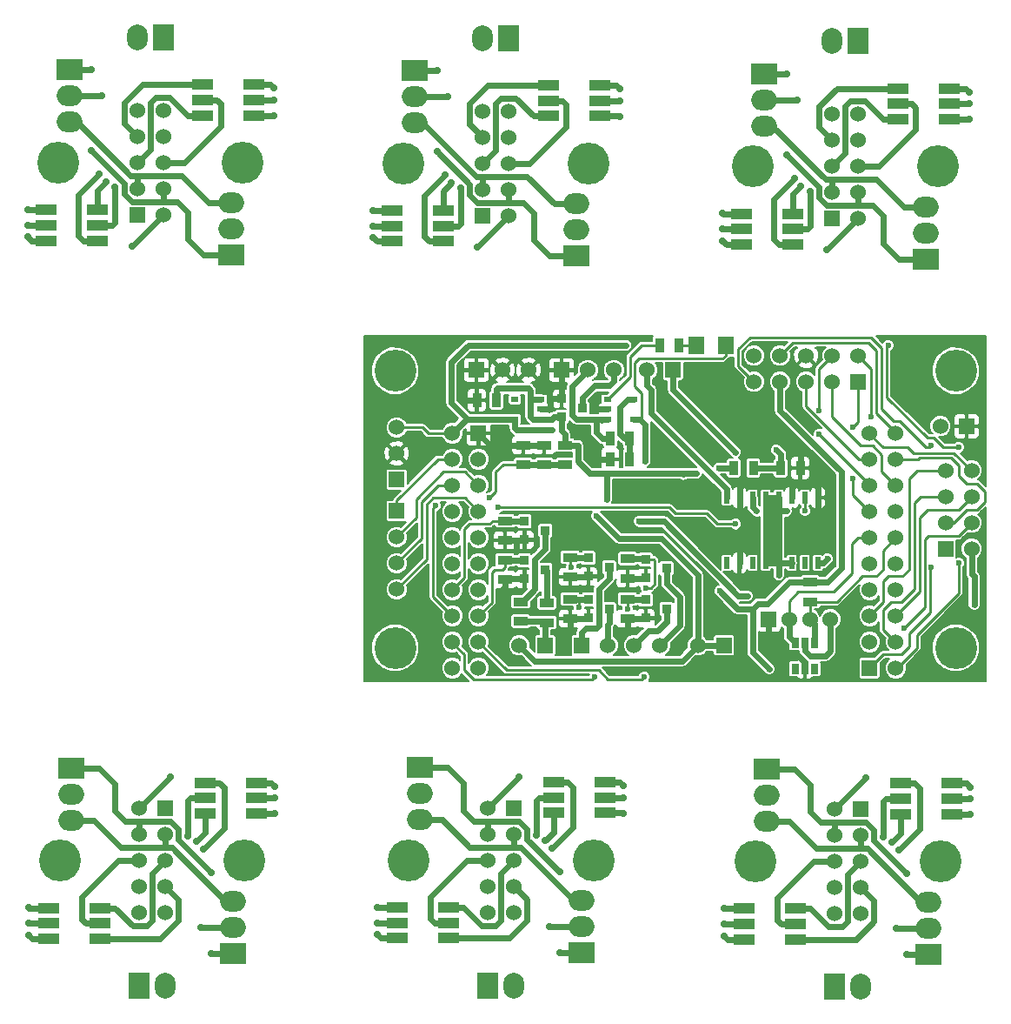
<source format=gtl>
G04 (created by PCBNEW (2013-may-18)-stable) date Чт 26 май 2016 23:42:55*
%MOIN*%
G04 Gerber Fmt 3.4, Leading zero omitted, Abs format*
%FSLAX34Y34*%
G01*
G70*
G90*
G04 APERTURE LIST*
%ADD10C,0.00590551*%
%ADD11R,0.0787402X0.0393701*%
%ADD12R,0.0984252X0.0787402*%
%ADD13O,0.0984252X0.0787402*%
%ADD14R,0.0787402X0.0984252*%
%ADD15O,0.0787402X0.0984252*%
%ADD16R,0.06X0.06*%
%ADD17C,0.06*%
%ADD18C,0.16*%
%ADD19R,0.036X0.036*%
%ADD20R,0.02X0.045*%
%ADD21R,0.035X0.055*%
%ADD22R,0.055X0.035*%
%ADD23R,0.03X0.02*%
%ADD24R,0.0276X0.0394*%
%ADD25R,0.0629X0.0709*%
%ADD26C,0.023622*%
%ADD27C,0.0275591*%
%ADD28C,0.023622*%
%ADD29C,0.01*%
%ADD30C,0.00787402*%
G04 APERTURE END LIST*
G54D10*
G54D11*
X36609Y-52740D03*
X36609Y-52150D03*
X36609Y-51559D03*
X34640Y-51559D03*
X34640Y-52150D03*
X34640Y-52740D03*
X40640Y-46759D03*
X40640Y-47350D03*
X40640Y-47940D03*
X42609Y-47940D03*
X42609Y-47350D03*
X42609Y-46759D03*
G54D12*
X35525Y-46200D03*
G54D13*
X35525Y-47200D03*
X35525Y-48200D03*
G54D12*
X41725Y-53300D03*
G54D13*
X41725Y-52300D03*
X41725Y-51300D03*
G54D14*
X38125Y-54550D03*
G54D15*
X39125Y-54550D03*
G54D16*
X39125Y-47750D03*
G54D17*
X38125Y-47750D03*
X39125Y-48750D03*
X38125Y-48750D03*
X39125Y-49750D03*
X38125Y-49750D03*
X39125Y-50750D03*
X38125Y-50750D03*
X39125Y-51750D03*
X38125Y-51750D03*
G54D18*
X35081Y-49750D03*
X42168Y-49750D03*
X55543Y-49725D03*
X48456Y-49725D03*
G54D16*
X52500Y-47725D03*
G54D17*
X51500Y-47725D03*
X52500Y-48725D03*
X51500Y-48725D03*
X52500Y-49725D03*
X51500Y-49725D03*
X52500Y-50725D03*
X51500Y-50725D03*
X52500Y-51725D03*
X51500Y-51725D03*
G54D14*
X51500Y-54525D03*
G54D15*
X52500Y-54525D03*
G54D12*
X55100Y-53275D03*
G54D13*
X55100Y-52275D03*
X55100Y-51275D03*
G54D12*
X48900Y-46175D03*
G54D13*
X48900Y-47175D03*
X48900Y-48175D03*
G54D11*
X54015Y-46734D03*
X54015Y-47325D03*
X54015Y-47915D03*
X55984Y-47915D03*
X55984Y-47325D03*
X55984Y-46734D03*
X49984Y-52715D03*
X49984Y-52125D03*
X49984Y-51534D03*
X48015Y-51534D03*
X48015Y-52125D03*
X48015Y-52715D03*
X63284Y-52765D03*
X63284Y-52175D03*
X63284Y-51584D03*
X61315Y-51584D03*
X61315Y-52175D03*
X61315Y-52765D03*
X67315Y-46784D03*
X67315Y-47375D03*
X67315Y-47965D03*
X69284Y-47965D03*
X69284Y-47375D03*
X69284Y-46784D03*
G54D12*
X62200Y-46225D03*
G54D13*
X62200Y-47225D03*
X62200Y-48225D03*
G54D12*
X68400Y-53325D03*
G54D13*
X68400Y-52325D03*
X68400Y-51325D03*
G54D14*
X64800Y-54575D03*
G54D15*
X65800Y-54575D03*
G54D16*
X65800Y-47775D03*
G54D17*
X64800Y-47775D03*
X65800Y-48775D03*
X64800Y-48775D03*
X65800Y-49775D03*
X64800Y-49775D03*
X65800Y-50775D03*
X64800Y-50775D03*
X65800Y-51775D03*
X64800Y-51775D03*
G54D18*
X61756Y-49775D03*
X68843Y-49775D03*
G54D11*
X40565Y-20009D03*
X40565Y-20600D03*
X40565Y-21190D03*
X42534Y-21190D03*
X42534Y-20600D03*
X42534Y-20009D03*
X36534Y-25990D03*
X36534Y-25400D03*
X36534Y-24809D03*
X34565Y-24809D03*
X34565Y-25400D03*
X34565Y-25990D03*
G54D12*
X41650Y-26550D03*
G54D13*
X41650Y-25550D03*
X41650Y-24550D03*
G54D12*
X35450Y-19450D03*
G54D13*
X35450Y-20450D03*
X35450Y-21450D03*
G54D14*
X39050Y-18200D03*
G54D15*
X38050Y-18200D03*
G54D16*
X38050Y-25000D03*
G54D17*
X39050Y-25000D03*
X38050Y-24000D03*
X39050Y-24000D03*
X38050Y-23000D03*
X39050Y-23000D03*
X38050Y-22000D03*
X39050Y-22000D03*
X38050Y-21000D03*
X39050Y-21000D03*
G54D18*
X42093Y-23000D03*
X35006Y-23000D03*
X48256Y-23025D03*
X55343Y-23025D03*
G54D16*
X51300Y-25025D03*
G54D17*
X52300Y-25025D03*
X51300Y-24025D03*
X52300Y-24025D03*
X51300Y-23025D03*
X52300Y-23025D03*
X51300Y-22025D03*
X52300Y-22025D03*
X51300Y-21025D03*
X52300Y-21025D03*
G54D14*
X52300Y-18225D03*
G54D15*
X51300Y-18225D03*
G54D12*
X48700Y-19475D03*
G54D13*
X48700Y-20475D03*
X48700Y-21475D03*
G54D12*
X54900Y-26575D03*
G54D13*
X54900Y-25575D03*
X54900Y-24575D03*
G54D11*
X49784Y-26015D03*
X49784Y-25425D03*
X49784Y-24834D03*
X47815Y-24834D03*
X47815Y-25425D03*
X47815Y-26015D03*
X53815Y-20034D03*
X53815Y-20625D03*
X53815Y-21215D03*
X55784Y-21215D03*
X55784Y-20625D03*
X55784Y-20034D03*
X67215Y-20159D03*
X67215Y-20750D03*
X67215Y-21340D03*
X69184Y-21340D03*
X69184Y-20750D03*
X69184Y-20159D03*
X63184Y-26140D03*
X63184Y-25550D03*
X63184Y-24959D03*
X61215Y-24959D03*
X61215Y-25550D03*
X61215Y-26140D03*
G54D12*
X68300Y-26700D03*
G54D13*
X68300Y-25700D03*
X68300Y-24700D03*
G54D12*
X62100Y-19600D03*
G54D13*
X62100Y-20600D03*
X62100Y-21600D03*
G54D14*
X65700Y-18350D03*
G54D15*
X64700Y-18350D03*
G54D16*
X64700Y-25150D03*
G54D17*
X65700Y-25150D03*
X64700Y-24150D03*
X65700Y-24150D03*
X64700Y-23150D03*
X65700Y-23150D03*
X64700Y-22150D03*
X65700Y-22150D03*
X64700Y-21150D03*
X65700Y-21150D03*
G54D18*
X68743Y-23150D03*
X61656Y-23150D03*
G54D19*
X54325Y-32750D03*
X54325Y-32050D03*
X55125Y-32400D03*
G54D20*
X60645Y-35840D03*
X61645Y-35840D03*
X62145Y-35840D03*
X62645Y-35840D03*
X63145Y-35840D03*
X63645Y-35840D03*
X64145Y-35840D03*
X64145Y-38340D03*
X63645Y-38340D03*
X63145Y-38340D03*
X62645Y-38340D03*
X62145Y-38340D03*
X61645Y-38340D03*
X61145Y-38340D03*
X60645Y-38340D03*
X61145Y-35840D03*
G54D21*
X62725Y-34700D03*
X63475Y-34700D03*
G54D22*
X54450Y-33825D03*
X54450Y-34575D03*
X53650Y-34575D03*
X53650Y-33825D03*
G54D16*
X51050Y-30950D03*
G54D17*
X52050Y-30950D03*
X53050Y-30950D03*
G54D16*
X58600Y-30950D03*
G54D17*
X57600Y-30950D03*
G54D16*
X51137Y-33367D03*
G54D17*
X50137Y-33367D03*
X51137Y-34367D03*
X50137Y-34367D03*
X51137Y-35367D03*
X50137Y-35367D03*
X51137Y-36367D03*
X50137Y-36367D03*
X51137Y-37367D03*
X50137Y-37367D03*
X51137Y-38367D03*
X50137Y-38367D03*
X51137Y-39367D03*
X50137Y-39367D03*
X51137Y-40367D03*
X50137Y-40367D03*
X51137Y-41367D03*
X50137Y-41367D03*
X51137Y-42367D03*
X50137Y-42367D03*
G54D16*
X66137Y-42367D03*
G54D17*
X67137Y-42367D03*
X66137Y-41367D03*
X67137Y-41367D03*
X66137Y-40367D03*
X67137Y-40367D03*
X66137Y-39367D03*
X67137Y-39367D03*
X66137Y-38367D03*
X67137Y-38367D03*
X66137Y-37367D03*
X67137Y-37367D03*
X66137Y-36367D03*
X67137Y-36367D03*
X66137Y-35367D03*
X67137Y-35367D03*
X66137Y-34367D03*
X67137Y-34367D03*
X66137Y-33367D03*
X67137Y-33367D03*
G54D23*
X53525Y-32825D03*
X53525Y-32075D03*
X52525Y-32825D03*
X53525Y-32450D03*
X52525Y-32075D03*
G54D24*
X63275Y-41400D03*
X63650Y-41400D03*
X64025Y-41400D03*
X64025Y-42400D03*
X63650Y-42400D03*
X63275Y-42400D03*
G54D23*
X56075Y-32075D03*
X56075Y-32825D03*
X57075Y-32075D03*
X56075Y-32450D03*
X57075Y-32825D03*
G54D21*
X61675Y-34700D03*
X60925Y-34700D03*
G54D22*
X52850Y-34575D03*
X52850Y-33825D03*
X63850Y-39825D03*
X63850Y-39075D03*
G54D21*
X56185Y-33580D03*
X56935Y-33580D03*
X58825Y-30000D03*
X58075Y-30000D03*
X56935Y-34360D03*
X56185Y-34360D03*
X51825Y-32100D03*
X51075Y-32100D03*
G54D16*
X54325Y-30950D03*
G54D17*
X55325Y-30950D03*
X56325Y-30950D03*
G54D16*
X62268Y-40500D03*
G54D17*
X63056Y-40500D03*
X63843Y-40500D03*
X64631Y-40500D03*
G54D16*
X69050Y-37800D03*
G54D17*
X70050Y-37800D03*
X69050Y-36800D03*
X70050Y-36800D03*
X69050Y-35800D03*
X70050Y-35800D03*
X69050Y-34800D03*
X70050Y-34800D03*
G54D18*
X69450Y-30970D03*
X69450Y-41600D03*
X47950Y-41600D03*
X47950Y-30970D03*
G54D16*
X65700Y-31400D03*
G54D17*
X65700Y-30400D03*
X64700Y-31400D03*
X64700Y-30400D03*
X63700Y-31400D03*
X63700Y-30400D03*
X62700Y-31400D03*
X62700Y-30400D03*
X61700Y-31400D03*
X61700Y-30400D03*
G54D19*
X55350Y-38850D03*
X55350Y-38150D03*
X56150Y-38500D03*
G54D25*
X60609Y-30000D03*
X59491Y-30000D03*
G54D16*
X48000Y-35150D03*
G54D17*
X48000Y-34150D03*
X48000Y-33150D03*
G54D19*
X52900Y-37450D03*
X52900Y-36750D03*
X53700Y-37100D03*
X55350Y-40450D03*
X55350Y-39750D03*
X56150Y-40100D03*
X57550Y-40450D03*
X57550Y-39750D03*
X58350Y-40100D03*
X57550Y-38900D03*
X57550Y-38200D03*
X58350Y-38550D03*
X52900Y-38950D03*
X52900Y-38250D03*
X53700Y-38600D03*
G54D22*
X52150Y-38225D03*
X52150Y-38975D03*
X52150Y-36725D03*
X52150Y-37475D03*
X52750Y-39825D03*
X52750Y-40575D03*
X53750Y-39875D03*
X53750Y-40625D03*
X56850Y-38175D03*
X56850Y-38925D03*
X56850Y-39725D03*
X56850Y-40475D03*
X54650Y-39725D03*
X54650Y-40475D03*
X54650Y-38125D03*
X54650Y-38875D03*
G54D16*
X48000Y-36350D03*
G54D17*
X48000Y-37350D03*
X48000Y-38350D03*
X48000Y-39350D03*
G54D16*
X60550Y-41500D03*
G54D17*
X59550Y-41500D03*
G54D16*
X69850Y-33100D03*
G54D17*
X68850Y-33100D03*
G54D16*
X53700Y-41500D03*
G54D17*
X52700Y-41500D03*
G54D16*
X55100Y-41500D03*
G54D17*
X56100Y-41500D03*
X57100Y-41500D03*
X58100Y-41500D03*
G54D26*
X53950Y-33250D03*
X60380Y-39410D03*
X70140Y-39930D03*
X62275Y-42400D03*
X56800Y-30000D03*
G54D27*
X39325Y-46550D03*
X52700Y-46525D03*
X66000Y-46575D03*
X37850Y-26200D03*
X51100Y-26225D03*
X64500Y-26350D03*
X40475Y-52300D03*
X53850Y-52275D03*
X67150Y-52325D03*
X36700Y-20450D03*
X49950Y-20475D03*
X63350Y-20600D03*
G54D26*
X58420Y-34190D03*
X58010Y-37940D03*
X59800Y-35660D03*
X56600Y-41000D03*
X54400Y-41500D03*
X51950Y-39450D03*
X52600Y-37850D03*
X65140Y-41200D03*
X61030Y-40510D03*
X61300Y-42300D03*
X61150Y-32940D03*
X60140Y-33950D03*
X59810Y-31600D03*
X58860Y-32550D03*
X56780Y-35730D03*
X55710Y-34360D03*
X50600Y-32100D03*
X63600Y-34000D03*
X60650Y-36400D03*
X64250Y-36350D03*
X55600Y-32425D03*
G54D27*
X40325Y-49000D03*
X53700Y-48975D03*
X67000Y-49025D03*
X36850Y-23750D03*
X50100Y-23775D03*
X63500Y-23900D03*
X39975Y-48800D03*
X53350Y-48775D03*
X66650Y-48825D03*
X37200Y-23950D03*
X50450Y-23975D03*
X63850Y-24100D03*
X40575Y-49300D03*
X53950Y-49275D03*
X67250Y-49325D03*
X36600Y-23450D03*
X49850Y-23475D03*
X63250Y-23600D03*
X33875Y-51550D03*
X47250Y-51525D03*
X60550Y-51575D03*
X43300Y-21200D03*
X56550Y-21225D03*
X69950Y-21350D03*
X33875Y-52600D03*
X47250Y-52575D03*
X60550Y-52625D03*
X43300Y-20150D03*
X56550Y-20175D03*
X69950Y-20300D03*
X33875Y-52150D03*
X47250Y-52125D03*
X60550Y-52175D03*
X43300Y-20600D03*
X56550Y-20625D03*
X69950Y-20750D03*
G54D26*
X64521Y-38172D03*
X61450Y-39600D03*
X57300Y-36750D03*
X57530Y-34450D03*
X62550Y-34000D03*
X62950Y-36350D03*
X62651Y-38802D03*
G54D27*
X40875Y-53300D03*
X40875Y-50200D03*
X54250Y-50175D03*
X54250Y-53275D03*
X67550Y-53325D03*
X67550Y-50225D03*
X36300Y-19450D03*
X36300Y-22550D03*
X49550Y-22575D03*
X49550Y-19475D03*
X62950Y-19600D03*
X62950Y-22700D03*
G54D26*
X56850Y-40100D03*
X55600Y-42700D03*
X57500Y-42700D03*
X57550Y-39300D03*
X54700Y-38500D03*
X55000Y-40050D03*
G54D27*
X43325Y-46900D03*
X56700Y-46875D03*
X70000Y-46925D03*
X33850Y-25850D03*
X47100Y-25875D03*
X60500Y-26000D03*
G54D26*
X65500Y-33150D03*
X65500Y-35100D03*
X66200Y-32750D03*
X64200Y-33400D03*
X64200Y-32500D03*
X67450Y-40850D03*
G54D27*
X43325Y-47350D03*
X56700Y-47325D03*
X70000Y-47375D03*
X33850Y-25400D03*
X47100Y-25425D03*
X60500Y-25550D03*
G54D26*
X69550Y-38350D03*
X69550Y-33900D03*
X66850Y-30000D03*
X68500Y-38500D03*
X68500Y-33850D03*
G54D27*
X43325Y-47950D03*
X56700Y-47925D03*
X70000Y-47975D03*
X33850Y-24800D03*
X47100Y-24825D03*
X60500Y-24950D03*
G54D26*
X61000Y-34100D03*
X61800Y-36350D03*
X51550Y-35850D03*
X49500Y-36150D03*
X63655Y-36342D03*
X61000Y-36850D03*
X51900Y-36200D03*
X55661Y-36550D03*
X56050Y-35900D03*
X59500Y-34900D03*
X60350Y-34700D03*
G54D28*
X39125Y-48750D02*
X39125Y-49250D01*
X38625Y-49250D02*
X39125Y-49250D01*
X39125Y-49250D02*
X39375Y-49250D01*
X41425Y-51300D02*
X41725Y-51300D01*
X39375Y-49250D02*
X41425Y-51300D01*
X36375Y-48200D02*
X35525Y-48200D01*
X37425Y-49250D02*
X36375Y-48200D01*
X38625Y-49250D02*
X37425Y-49250D01*
X52000Y-49225D02*
X50800Y-49225D01*
X50800Y-49225D02*
X49750Y-48175D01*
X49750Y-48175D02*
X48900Y-48175D01*
X52750Y-49225D02*
X54800Y-51275D01*
X54800Y-51275D02*
X55100Y-51275D01*
X52500Y-49225D02*
X52750Y-49225D01*
X52000Y-49225D02*
X52500Y-49225D01*
X52500Y-48725D02*
X52500Y-49225D01*
X65800Y-48775D02*
X65800Y-49275D01*
X65300Y-49275D02*
X65800Y-49275D01*
X65800Y-49275D02*
X66050Y-49275D01*
X68100Y-51325D02*
X68400Y-51325D01*
X66050Y-49275D02*
X68100Y-51325D01*
X63050Y-48225D02*
X62200Y-48225D01*
X64100Y-49275D02*
X63050Y-48225D01*
X65300Y-49275D02*
X64100Y-49275D01*
X38050Y-24000D02*
X38050Y-23500D01*
X38550Y-23500D02*
X38050Y-23500D01*
X38050Y-23500D02*
X37800Y-23500D01*
X35750Y-21450D02*
X35450Y-21450D01*
X37800Y-23500D02*
X35750Y-21450D01*
X40800Y-24550D02*
X41650Y-24550D01*
X39750Y-23500D02*
X40800Y-24550D01*
X38550Y-23500D02*
X39750Y-23500D01*
X51800Y-23525D02*
X53000Y-23525D01*
X53000Y-23525D02*
X54050Y-24575D01*
X54050Y-24575D02*
X54900Y-24575D01*
X51050Y-23525D02*
X49000Y-21475D01*
X49000Y-21475D02*
X48700Y-21475D01*
X51300Y-23525D02*
X51050Y-23525D01*
X51800Y-23525D02*
X51300Y-23525D01*
X51300Y-24025D02*
X51300Y-23525D01*
X64700Y-24150D02*
X64700Y-23650D01*
X65200Y-23650D02*
X64700Y-23650D01*
X64700Y-23650D02*
X64450Y-23650D01*
X62400Y-21600D02*
X62100Y-21600D01*
X64450Y-23650D02*
X62400Y-21600D01*
X67450Y-24700D02*
X68300Y-24700D01*
X66400Y-23650D02*
X67450Y-24700D01*
X65200Y-23650D02*
X66400Y-23650D01*
G54D29*
X50137Y-33367D02*
X49217Y-33367D01*
X49000Y-33150D02*
X48000Y-33150D01*
X49217Y-33367D02*
X49000Y-33150D01*
G54D28*
X52525Y-33175D02*
X52600Y-33250D01*
X52600Y-33250D02*
X53950Y-33250D01*
X52525Y-32825D02*
X52525Y-33175D01*
X61070Y-40100D02*
X61650Y-40100D01*
X60380Y-39410D02*
X61070Y-40100D01*
X70050Y-38760D02*
X70050Y-37800D01*
X70140Y-38850D02*
X70050Y-38760D01*
X70140Y-39930D02*
X70140Y-38850D01*
X61650Y-41775D02*
X62275Y-42400D01*
X61650Y-40100D02*
X61650Y-41775D01*
X61850Y-39900D02*
X61650Y-40100D01*
X62225Y-39900D02*
X61850Y-39900D01*
X63050Y-39075D02*
X62225Y-39900D01*
X63400Y-39075D02*
X63050Y-39075D01*
X63850Y-39075D02*
X63400Y-39075D01*
X63850Y-39075D02*
X63075Y-39075D01*
X63075Y-39075D02*
X63850Y-39075D01*
X62700Y-31400D02*
X62700Y-32500D01*
X64525Y-39075D02*
X63850Y-39075D01*
X65050Y-38550D02*
X64525Y-39075D01*
X65050Y-34850D02*
X65050Y-38550D01*
X62700Y-32500D02*
X65050Y-34850D01*
X50100Y-32200D02*
X50725Y-32825D01*
X50100Y-30650D02*
X50100Y-32200D01*
X50750Y-30000D02*
X50100Y-30650D01*
X51150Y-30000D02*
X50750Y-30000D01*
X56800Y-30000D02*
X51150Y-30000D01*
X52525Y-32825D02*
X50725Y-32825D01*
X50725Y-32825D02*
X50680Y-32825D01*
X50680Y-32825D02*
X50137Y-33367D01*
X38125Y-47750D02*
X39325Y-46550D01*
X51500Y-47725D02*
X52700Y-46525D01*
X64800Y-47775D02*
X66000Y-46575D01*
X39050Y-25000D02*
X37850Y-26200D01*
X52300Y-25025D02*
X51100Y-26225D01*
X65700Y-25150D02*
X64500Y-26350D01*
X40475Y-52300D02*
X41725Y-52300D01*
X53850Y-52275D02*
X55100Y-52275D01*
X67150Y-52325D02*
X68400Y-52325D01*
X36700Y-20450D02*
X35450Y-20450D01*
X49950Y-20475D02*
X48700Y-20475D01*
X63350Y-20600D02*
X62100Y-20600D01*
X56850Y-40475D02*
X56850Y-40900D01*
X56750Y-41000D02*
X56600Y-41000D01*
X56850Y-40900D02*
X56750Y-41000D01*
X54650Y-40475D02*
X54650Y-40850D01*
X54400Y-41100D02*
X54400Y-41500D01*
X54650Y-40850D02*
X54400Y-41100D01*
X52150Y-38975D02*
X52150Y-39250D01*
X52150Y-39250D02*
X51950Y-39450D01*
X52600Y-37475D02*
X52600Y-37850D01*
X56850Y-38925D02*
X57525Y-38925D01*
X57525Y-38925D02*
X57550Y-38900D01*
X56850Y-40475D02*
X57525Y-40475D01*
X57525Y-40475D02*
X57550Y-40450D01*
X54650Y-38875D02*
X55325Y-38875D01*
X55325Y-38875D02*
X55350Y-38850D01*
X54650Y-40475D02*
X55325Y-40475D01*
X55325Y-40475D02*
X55350Y-40450D01*
X52900Y-38950D02*
X52175Y-38950D01*
X52175Y-38950D02*
X52150Y-38975D01*
X52150Y-37475D02*
X52600Y-37475D01*
X52600Y-37475D02*
X52875Y-37475D01*
X52875Y-37475D02*
X52900Y-37450D01*
X56185Y-34360D02*
X55710Y-34360D01*
X61145Y-38340D02*
X61145Y-37754D01*
X61450Y-36559D02*
X61145Y-36254D01*
X61450Y-37450D02*
X61450Y-36559D01*
X61145Y-37754D02*
X61450Y-37450D01*
X51075Y-32100D02*
X50600Y-32100D01*
X63475Y-34700D02*
X63475Y-34125D01*
X63475Y-34125D02*
X63600Y-34000D01*
X61145Y-36254D02*
X61145Y-35840D01*
X61000Y-36400D02*
X61145Y-36254D01*
X60650Y-36400D02*
X61000Y-36400D01*
X64145Y-36245D02*
X64145Y-35840D01*
X64250Y-36350D02*
X64145Y-36245D01*
X61145Y-35840D02*
X61145Y-35454D01*
X61300Y-35300D02*
X63300Y-35300D01*
X61145Y-35454D02*
X61300Y-35300D01*
X63145Y-35840D02*
X63145Y-35454D01*
X64145Y-35445D02*
X64145Y-35840D01*
X64000Y-35300D02*
X64145Y-35445D01*
X63300Y-35300D02*
X64000Y-35300D01*
X63145Y-35454D02*
X63300Y-35300D01*
X52850Y-33825D02*
X51594Y-33825D01*
X51594Y-33825D02*
X51137Y-33367D01*
X52850Y-33825D02*
X53650Y-33825D01*
X53525Y-32450D02*
X53800Y-32450D01*
X53975Y-32050D02*
X54325Y-32050D01*
X53875Y-32150D02*
X53975Y-32050D01*
X53875Y-32375D02*
X53875Y-32150D01*
X53800Y-32450D02*
X53875Y-32375D01*
X56075Y-32450D02*
X55625Y-32450D01*
X55625Y-32450D02*
X55600Y-32425D01*
X54325Y-30950D02*
X54325Y-32050D01*
X63650Y-42400D02*
X63650Y-42145D01*
X62268Y-41718D02*
X62268Y-40500D01*
X62450Y-41900D02*
X62268Y-41718D01*
X63404Y-41900D02*
X62450Y-41900D01*
X63650Y-42145D02*
X63404Y-41900D01*
G54D29*
X50137Y-39367D02*
X50137Y-39362D01*
X51675Y-36725D02*
X52150Y-36725D01*
X51550Y-36850D02*
X51675Y-36725D01*
X50800Y-36850D02*
X51550Y-36850D01*
X50600Y-37050D02*
X50800Y-36850D01*
X50600Y-38900D02*
X50600Y-37050D01*
X50137Y-39362D02*
X50600Y-38900D01*
G54D28*
X52150Y-36725D02*
X52875Y-36725D01*
X52875Y-36725D02*
X52900Y-36750D01*
X52750Y-40575D02*
X53700Y-40575D01*
X53700Y-40575D02*
X53700Y-41500D01*
X40640Y-47940D02*
X40640Y-48684D01*
X40640Y-48684D02*
X40325Y-49000D01*
X39125Y-49750D02*
X38625Y-50250D01*
X37184Y-51559D02*
X36609Y-51559D01*
X37875Y-52250D02*
X37184Y-51559D01*
X38425Y-52250D02*
X37875Y-52250D01*
X38625Y-52050D02*
X38425Y-52250D01*
X38625Y-50250D02*
X38625Y-52050D01*
X52000Y-50225D02*
X52000Y-52025D01*
X52000Y-52025D02*
X51800Y-52225D01*
X51800Y-52225D02*
X51250Y-52225D01*
X51250Y-52225D02*
X50559Y-51534D01*
X50559Y-51534D02*
X49984Y-51534D01*
X52500Y-49725D02*
X52000Y-50225D01*
X54015Y-48659D02*
X53700Y-48975D01*
X54015Y-47915D02*
X54015Y-48659D01*
X67315Y-47965D02*
X67315Y-48709D01*
X67315Y-48709D02*
X67000Y-49025D01*
X65800Y-49775D02*
X65300Y-50275D01*
X63859Y-51584D02*
X63284Y-51584D01*
X64550Y-52275D02*
X63859Y-51584D01*
X65100Y-52275D02*
X64550Y-52275D01*
X65300Y-52075D02*
X65100Y-52275D01*
X65300Y-50275D02*
X65300Y-52075D01*
X36534Y-24809D02*
X36534Y-24065D01*
X36534Y-24065D02*
X36850Y-23750D01*
X38050Y-23000D02*
X38550Y-22500D01*
X39990Y-21190D02*
X40565Y-21190D01*
X39300Y-20500D02*
X39990Y-21190D01*
X38750Y-20500D02*
X39300Y-20500D01*
X38550Y-20700D02*
X38750Y-20500D01*
X38550Y-22500D02*
X38550Y-20700D01*
X51800Y-22525D02*
X51800Y-20725D01*
X51800Y-20725D02*
X52000Y-20525D01*
X52000Y-20525D02*
X52550Y-20525D01*
X52550Y-20525D02*
X53240Y-21215D01*
X53240Y-21215D02*
X53815Y-21215D01*
X51300Y-23025D02*
X51800Y-22525D01*
X49784Y-24090D02*
X50100Y-23775D01*
X49784Y-24834D02*
X49784Y-24090D01*
X63184Y-24959D02*
X63184Y-24215D01*
X63184Y-24215D02*
X63500Y-23900D01*
X64700Y-23150D02*
X65200Y-22650D01*
X66640Y-21340D02*
X67215Y-21340D01*
X65950Y-20650D02*
X66640Y-21340D01*
X65400Y-20650D02*
X65950Y-20650D01*
X65200Y-20850D02*
X65400Y-20650D01*
X65200Y-22650D02*
X65200Y-20850D01*
X53750Y-39875D02*
X53750Y-38650D01*
X53750Y-38650D02*
X53700Y-38600D01*
X40075Y-47350D02*
X40640Y-47350D01*
X39975Y-47450D02*
X40075Y-47350D01*
X39975Y-48800D02*
X39975Y-47450D01*
X36609Y-52150D02*
X36075Y-52150D01*
X37325Y-49750D02*
X38125Y-49750D01*
X35925Y-51150D02*
X37325Y-49750D01*
X35925Y-52000D02*
X35925Y-51150D01*
X36075Y-52150D02*
X35925Y-52000D01*
X49450Y-52125D02*
X49300Y-51975D01*
X49300Y-51975D02*
X49300Y-51125D01*
X49300Y-51125D02*
X50700Y-49725D01*
X50700Y-49725D02*
X51500Y-49725D01*
X49984Y-52125D02*
X49450Y-52125D01*
X53350Y-48775D02*
X53350Y-47425D01*
X53350Y-47425D02*
X53450Y-47325D01*
X53450Y-47325D02*
X54015Y-47325D01*
X66750Y-47375D02*
X67315Y-47375D01*
X66650Y-47475D02*
X66750Y-47375D01*
X66650Y-48825D02*
X66650Y-47475D01*
X63284Y-52175D02*
X62750Y-52175D01*
X64000Y-49775D02*
X64800Y-49775D01*
X62600Y-51175D02*
X64000Y-49775D01*
X62600Y-52025D02*
X62600Y-51175D01*
X62750Y-52175D02*
X62600Y-52025D01*
X37100Y-25400D02*
X36534Y-25400D01*
X37200Y-25300D02*
X37100Y-25400D01*
X37200Y-23950D02*
X37200Y-25300D01*
X40565Y-20600D02*
X41100Y-20600D01*
X39850Y-23000D02*
X39050Y-23000D01*
X41250Y-21600D02*
X39850Y-23000D01*
X41250Y-20750D02*
X41250Y-21600D01*
X41100Y-20600D02*
X41250Y-20750D01*
X54350Y-20625D02*
X54500Y-20775D01*
X54500Y-20775D02*
X54500Y-21625D01*
X54500Y-21625D02*
X53100Y-23025D01*
X53100Y-23025D02*
X52300Y-23025D01*
X53815Y-20625D02*
X54350Y-20625D01*
X50450Y-23975D02*
X50450Y-25325D01*
X50450Y-25325D02*
X50350Y-25425D01*
X50350Y-25425D02*
X49784Y-25425D01*
X63750Y-25550D02*
X63184Y-25550D01*
X63850Y-25450D02*
X63750Y-25550D01*
X63850Y-24100D02*
X63850Y-25450D01*
X67215Y-20750D02*
X67750Y-20750D01*
X66500Y-23150D02*
X65700Y-23150D01*
X67900Y-21750D02*
X66500Y-23150D01*
X67900Y-20900D02*
X67900Y-21750D01*
X67750Y-20750D02*
X67900Y-20900D01*
X53700Y-37100D02*
X53700Y-37800D01*
X52825Y-39825D02*
X52750Y-39825D01*
X53300Y-39350D02*
X52825Y-39825D01*
X53300Y-38200D02*
X53300Y-39350D01*
X53700Y-37800D02*
X53300Y-38200D01*
X41184Y-46759D02*
X40640Y-46759D01*
X41375Y-46950D02*
X41184Y-46759D01*
X41375Y-48500D02*
X41375Y-46950D01*
X40575Y-49300D02*
X41375Y-48500D01*
X39125Y-50750D02*
X39475Y-51100D01*
X38934Y-52740D02*
X36609Y-52740D01*
X39625Y-52050D02*
X38934Y-52740D01*
X39625Y-51250D02*
X39625Y-52050D01*
X39475Y-51100D02*
X39625Y-51250D01*
X52850Y-51075D02*
X53000Y-51225D01*
X53000Y-51225D02*
X53000Y-52025D01*
X53000Y-52025D02*
X52309Y-52715D01*
X52309Y-52715D02*
X49984Y-52715D01*
X52500Y-50725D02*
X52850Y-51075D01*
X53950Y-49275D02*
X54750Y-48475D01*
X54750Y-48475D02*
X54750Y-46925D01*
X54750Y-46925D02*
X54559Y-46734D01*
X54559Y-46734D02*
X54015Y-46734D01*
X67859Y-46784D02*
X67315Y-46784D01*
X68050Y-46975D02*
X67859Y-46784D01*
X68050Y-48525D02*
X68050Y-46975D01*
X67250Y-49325D02*
X68050Y-48525D01*
X65800Y-50775D02*
X66150Y-51125D01*
X65609Y-52765D02*
X63284Y-52765D01*
X66300Y-52075D02*
X65609Y-52765D01*
X66300Y-51275D02*
X66300Y-52075D01*
X66150Y-51125D02*
X66300Y-51275D01*
X35990Y-25990D02*
X36534Y-25990D01*
X35800Y-25800D02*
X35990Y-25990D01*
X35800Y-24250D02*
X35800Y-25800D01*
X36600Y-23450D02*
X35800Y-24250D01*
X38050Y-22000D02*
X37700Y-21650D01*
X38240Y-20009D02*
X40565Y-20009D01*
X37550Y-20700D02*
X38240Y-20009D01*
X37550Y-21500D02*
X37550Y-20700D01*
X37700Y-21650D02*
X37550Y-21500D01*
X50950Y-21675D02*
X50800Y-21525D01*
X50800Y-21525D02*
X50800Y-20725D01*
X50800Y-20725D02*
X51490Y-20034D01*
X51490Y-20034D02*
X53815Y-20034D01*
X51300Y-22025D02*
X50950Y-21675D01*
X49850Y-23475D02*
X49050Y-24275D01*
X49050Y-24275D02*
X49050Y-25825D01*
X49050Y-25825D02*
X49240Y-26015D01*
X49240Y-26015D02*
X49784Y-26015D01*
X62640Y-26140D02*
X63184Y-26140D01*
X62450Y-25950D02*
X62640Y-26140D01*
X62450Y-24400D02*
X62450Y-25950D01*
X63250Y-23600D02*
X62450Y-24400D01*
X64700Y-22150D02*
X64350Y-21800D01*
X64890Y-20159D02*
X67215Y-20159D01*
X64200Y-20850D02*
X64890Y-20159D01*
X64200Y-21650D02*
X64200Y-20850D01*
X64350Y-21800D02*
X64200Y-21650D01*
X34640Y-51559D02*
X33884Y-51559D01*
X33884Y-51559D02*
X33875Y-51550D01*
X47259Y-51534D02*
X47250Y-51525D01*
X48015Y-51534D02*
X47259Y-51534D01*
X61315Y-51584D02*
X60559Y-51584D01*
X60559Y-51584D02*
X60550Y-51575D01*
X42534Y-21190D02*
X43290Y-21190D01*
X43290Y-21190D02*
X43300Y-21200D01*
X56540Y-21215D02*
X56550Y-21225D01*
X55784Y-21215D02*
X56540Y-21215D01*
X69184Y-21340D02*
X69940Y-21340D01*
X69940Y-21340D02*
X69950Y-21350D01*
G54D29*
X66137Y-33367D02*
X66137Y-33387D01*
X69371Y-34121D02*
X70050Y-34800D01*
X67821Y-34121D02*
X69371Y-34121D01*
X67600Y-33900D02*
X67821Y-34121D01*
X66650Y-33900D02*
X67600Y-33900D01*
X66137Y-33387D02*
X66650Y-33900D01*
G54D28*
X34640Y-52740D02*
X34015Y-52740D01*
X34015Y-52740D02*
X33875Y-52600D01*
X47390Y-52715D02*
X47250Y-52575D01*
X48015Y-52715D02*
X47390Y-52715D01*
X61315Y-52765D02*
X60690Y-52765D01*
X60690Y-52765D02*
X60550Y-52625D01*
X42534Y-20009D02*
X43159Y-20009D01*
X43159Y-20009D02*
X43300Y-20150D01*
X56409Y-20034D02*
X56550Y-20175D01*
X55784Y-20034D02*
X56409Y-20034D01*
X69184Y-20159D02*
X69809Y-20159D01*
X69809Y-20159D02*
X69950Y-20300D01*
X34640Y-52150D02*
X33875Y-52150D01*
X48015Y-52125D02*
X47250Y-52125D01*
X61315Y-52175D02*
X60550Y-52175D01*
X42534Y-20600D02*
X43300Y-20600D01*
X55784Y-20625D02*
X56550Y-20625D01*
X69184Y-20750D02*
X69950Y-20750D01*
X64145Y-38340D02*
X64353Y-38340D01*
X64353Y-38340D02*
X64521Y-38172D01*
X57075Y-32825D02*
X57335Y-32825D01*
X61450Y-39600D02*
X61100Y-39600D01*
X61100Y-39600D02*
X58250Y-36750D01*
X58250Y-36750D02*
X57300Y-36750D01*
X57530Y-33020D02*
X57530Y-34450D01*
X57335Y-32825D02*
X57530Y-33020D01*
G54D29*
X60150Y-30500D02*
X60500Y-30500D01*
X57075Y-32825D02*
X57325Y-32825D01*
X57400Y-32750D02*
X57325Y-32825D01*
X57400Y-31850D02*
X57400Y-32750D01*
X57128Y-31578D02*
X57400Y-31850D01*
X57128Y-30671D02*
X57128Y-31578D01*
X57300Y-30500D02*
X57128Y-30671D01*
X60150Y-30500D02*
X57300Y-30500D01*
X60609Y-30391D02*
X60609Y-30000D01*
X60500Y-30500D02*
X60609Y-30391D01*
G54D28*
X63650Y-41400D02*
X63650Y-41700D01*
X64631Y-41718D02*
X64631Y-40500D01*
X64450Y-41900D02*
X64631Y-41718D01*
X63850Y-41900D02*
X64450Y-41900D01*
X63650Y-41700D02*
X63850Y-41900D01*
X56185Y-33580D02*
X55890Y-33580D01*
X55650Y-33340D02*
X55650Y-32825D01*
X55890Y-33580D02*
X55650Y-33340D01*
X55850Y-32825D02*
X55850Y-32875D01*
X55850Y-32875D02*
X55850Y-32825D01*
X55325Y-30950D02*
X55325Y-30975D01*
X54875Y-32825D02*
X55650Y-32825D01*
X55650Y-32825D02*
X55850Y-32825D01*
X55850Y-32825D02*
X56075Y-32825D01*
X54725Y-32675D02*
X54875Y-32825D01*
X54725Y-31575D02*
X54725Y-32675D01*
X55325Y-30975D02*
X54725Y-31575D01*
G54D29*
X48950Y-37050D02*
X48950Y-37400D01*
X49582Y-35367D02*
X48950Y-36000D01*
X48950Y-36000D02*
X48950Y-37050D01*
X50137Y-35367D02*
X49582Y-35367D01*
X48950Y-37400D02*
X48000Y-38350D01*
G54D28*
X56935Y-33580D02*
X56740Y-33580D01*
X56845Y-32075D02*
X57075Y-32075D01*
X56560Y-32360D02*
X56845Y-32075D01*
X56560Y-33400D02*
X56560Y-32360D01*
X56740Y-33580D02*
X56560Y-33400D01*
X56935Y-34360D02*
X56935Y-33580D01*
G54D29*
X58075Y-30000D02*
X57400Y-30000D01*
X56950Y-31200D02*
X56075Y-32075D01*
X56950Y-30450D02*
X56950Y-31200D01*
X57400Y-30000D02*
X56950Y-30450D01*
X58825Y-30000D02*
X59491Y-30000D01*
G54D28*
X55125Y-32400D02*
X55125Y-32000D01*
X56325Y-31375D02*
X56325Y-30950D01*
X56150Y-31550D02*
X56325Y-31375D01*
X55575Y-31550D02*
X56150Y-31550D01*
X55125Y-32000D02*
X55575Y-31550D01*
G54D29*
X52150Y-38225D02*
X52150Y-38500D01*
X51650Y-39855D02*
X51137Y-40367D01*
X51650Y-38700D02*
X51650Y-39855D01*
X51750Y-38600D02*
X51650Y-38700D01*
X52050Y-38600D02*
X51750Y-38600D01*
X52150Y-38500D02*
X52050Y-38600D01*
G54D28*
X52150Y-38225D02*
X52875Y-38225D01*
X52875Y-38225D02*
X52900Y-38250D01*
X61675Y-34700D02*
X62725Y-34700D01*
X62725Y-34700D02*
X62725Y-34175D01*
X62725Y-34175D02*
X62550Y-34000D01*
X62645Y-36350D02*
X62950Y-36350D01*
X62493Y-38340D02*
X62493Y-35997D01*
X62493Y-35997D02*
X62336Y-35840D01*
X62336Y-35840D02*
X62336Y-38192D01*
X62336Y-35840D02*
X62645Y-35840D01*
X62336Y-38192D02*
X62188Y-38340D01*
X62188Y-38340D02*
X62145Y-38340D01*
X62145Y-35840D02*
X62336Y-35840D01*
X62145Y-38340D02*
X62493Y-38340D01*
X62493Y-38340D02*
X62645Y-38340D01*
X62645Y-35840D02*
X62645Y-36350D01*
X62645Y-36350D02*
X62645Y-38340D01*
X62145Y-38340D02*
X62145Y-35840D01*
X62651Y-38802D02*
X62645Y-38796D01*
X62645Y-38796D02*
X62645Y-38340D01*
X63145Y-38340D02*
X62645Y-38340D01*
X56150Y-38500D02*
X56150Y-38950D01*
X55100Y-41000D02*
X55100Y-41500D01*
X55250Y-40850D02*
X55100Y-41000D01*
X55650Y-40850D02*
X55250Y-40850D01*
X55750Y-40750D02*
X55650Y-40850D01*
X55750Y-39350D02*
X55750Y-40750D01*
X56150Y-38950D02*
X55750Y-39350D01*
X56150Y-40100D02*
X56150Y-40650D01*
X56100Y-40700D02*
X56100Y-41500D01*
X56150Y-40650D02*
X56100Y-40700D01*
X57100Y-41500D02*
X57500Y-41100D01*
X58350Y-40600D02*
X58350Y-40100D01*
X58000Y-40950D02*
X58350Y-40600D01*
X57650Y-40950D02*
X58000Y-40950D01*
X57500Y-41100D02*
X57650Y-40950D01*
X38125Y-48250D02*
X39325Y-48250D01*
X40875Y-53300D02*
X41725Y-53300D01*
X39625Y-48950D02*
X40875Y-50200D01*
X39625Y-48550D02*
X39625Y-48950D01*
X39325Y-48250D02*
X39625Y-48550D01*
X38125Y-48750D02*
X38125Y-48250D01*
X37175Y-47800D02*
X37175Y-46800D01*
X37175Y-46800D02*
X36575Y-46200D01*
X36575Y-46200D02*
X35525Y-46200D01*
X37175Y-47850D02*
X37175Y-47800D01*
X37575Y-48250D02*
X37175Y-47850D01*
X37675Y-48250D02*
X37575Y-48250D01*
X37725Y-48250D02*
X37675Y-48250D01*
X38125Y-48250D02*
X37725Y-48250D01*
X51500Y-48225D02*
X51100Y-48225D01*
X51100Y-48225D02*
X51050Y-48225D01*
X51050Y-48225D02*
X50950Y-48225D01*
X50950Y-48225D02*
X50550Y-47825D01*
X50550Y-47825D02*
X50550Y-47775D01*
X49950Y-46175D02*
X48900Y-46175D01*
X50550Y-46775D02*
X49950Y-46175D01*
X50550Y-47775D02*
X50550Y-46775D01*
X51500Y-48725D02*
X51500Y-48225D01*
X52700Y-48225D02*
X53000Y-48525D01*
X53000Y-48525D02*
X53000Y-48925D01*
X53000Y-48925D02*
X54250Y-50175D01*
X54250Y-53275D02*
X55100Y-53275D01*
X51500Y-48225D02*
X52700Y-48225D01*
X64800Y-48275D02*
X66000Y-48275D01*
X67550Y-53325D02*
X68400Y-53325D01*
X66300Y-48975D02*
X67550Y-50225D01*
X66300Y-48575D02*
X66300Y-48975D01*
X66000Y-48275D02*
X66300Y-48575D01*
X64800Y-48775D02*
X64800Y-48275D01*
X63850Y-47825D02*
X63850Y-46825D01*
X63850Y-46825D02*
X63250Y-46225D01*
X63250Y-46225D02*
X62200Y-46225D01*
X63850Y-47875D02*
X63850Y-47825D01*
X64250Y-48275D02*
X63850Y-47875D01*
X64350Y-48275D02*
X64250Y-48275D01*
X64400Y-48275D02*
X64350Y-48275D01*
X64800Y-48275D02*
X64400Y-48275D01*
X39050Y-24500D02*
X37850Y-24500D01*
X36300Y-19450D02*
X35450Y-19450D01*
X37550Y-23800D02*
X36300Y-22550D01*
X37550Y-24200D02*
X37550Y-23800D01*
X37850Y-24500D02*
X37550Y-24200D01*
X39050Y-24000D02*
X39050Y-24500D01*
X40000Y-24950D02*
X40000Y-25950D01*
X40000Y-25950D02*
X40600Y-26550D01*
X40600Y-26550D02*
X41650Y-26550D01*
X40000Y-24900D02*
X40000Y-24950D01*
X39600Y-24500D02*
X40000Y-24900D01*
X39500Y-24500D02*
X39600Y-24500D01*
X39450Y-24500D02*
X39500Y-24500D01*
X39050Y-24500D02*
X39450Y-24500D01*
X52300Y-24525D02*
X52700Y-24525D01*
X52700Y-24525D02*
X52750Y-24525D01*
X52750Y-24525D02*
X52850Y-24525D01*
X52850Y-24525D02*
X53250Y-24925D01*
X53250Y-24925D02*
X53250Y-24975D01*
X53850Y-26575D02*
X54900Y-26575D01*
X53250Y-25975D02*
X53850Y-26575D01*
X53250Y-24975D02*
X53250Y-25975D01*
X52300Y-24025D02*
X52300Y-24525D01*
X51100Y-24525D02*
X50800Y-24225D01*
X50800Y-24225D02*
X50800Y-23825D01*
X50800Y-23825D02*
X49550Y-22575D01*
X49550Y-19475D02*
X48700Y-19475D01*
X52300Y-24525D02*
X51100Y-24525D01*
X65700Y-24650D02*
X64500Y-24650D01*
X62950Y-19600D02*
X62100Y-19600D01*
X64200Y-23950D02*
X62950Y-22700D01*
X64200Y-24350D02*
X64200Y-23950D01*
X64500Y-24650D02*
X64200Y-24350D01*
X65700Y-24150D02*
X65700Y-24650D01*
X66650Y-25100D02*
X66650Y-26100D01*
X66650Y-26100D02*
X67250Y-26700D01*
X67250Y-26700D02*
X68300Y-26700D01*
X66650Y-25050D02*
X66650Y-25100D01*
X66250Y-24650D02*
X66650Y-25050D01*
X66150Y-24650D02*
X66250Y-24650D01*
X66100Y-24650D02*
X66150Y-24650D01*
X65700Y-24650D02*
X66100Y-24650D01*
G54D29*
X48750Y-36250D02*
X48750Y-36600D01*
X48750Y-36250D02*
X48750Y-35900D01*
X48750Y-35900D02*
X49800Y-34850D01*
X49800Y-34850D02*
X50619Y-34850D01*
X51137Y-35367D02*
X50619Y-34850D01*
X48750Y-36600D02*
X48000Y-37350D01*
G54D28*
X58850Y-39650D02*
X58850Y-40750D01*
X58350Y-38550D02*
X58350Y-39150D01*
X58850Y-40750D02*
X58100Y-41500D01*
X58350Y-39150D02*
X58850Y-39650D01*
G54D29*
X50137Y-41367D02*
X50137Y-41387D01*
X56850Y-40100D02*
X56850Y-39725D01*
X55500Y-42800D02*
X55600Y-42700D01*
X50950Y-42800D02*
X55500Y-42800D01*
X50600Y-42450D02*
X50950Y-42800D01*
X50600Y-41850D02*
X50600Y-42450D01*
X50137Y-41387D02*
X50600Y-41850D01*
X57250Y-39725D02*
X57250Y-39700D01*
X57250Y-39700D02*
X57250Y-39725D01*
G54D28*
X56850Y-39725D02*
X57250Y-39725D01*
X57250Y-39725D02*
X57525Y-39725D01*
X57525Y-39725D02*
X57550Y-39750D01*
G54D29*
X57550Y-38200D02*
X57850Y-38200D01*
X52219Y-42450D02*
X51137Y-41367D01*
X55750Y-42450D02*
X52219Y-42450D01*
X56100Y-42800D02*
X55750Y-42450D01*
X57400Y-42800D02*
X56100Y-42800D01*
X57500Y-42700D02*
X57400Y-42800D01*
X57750Y-39300D02*
X57550Y-39300D01*
X57900Y-39150D02*
X57750Y-39300D01*
X57900Y-38250D02*
X57900Y-39150D01*
X57850Y-38200D02*
X57900Y-38250D01*
G54D28*
X56850Y-38175D02*
X57250Y-38175D01*
X57250Y-38175D02*
X57525Y-38175D01*
X57525Y-38175D02*
X57550Y-38200D01*
G54D29*
X54650Y-38450D02*
X54650Y-38125D01*
X54700Y-38500D02*
X54650Y-38450D01*
G54D28*
X54650Y-38125D02*
X55325Y-38125D01*
X55325Y-38125D02*
X55350Y-38150D01*
G54D29*
X55000Y-40050D02*
X55000Y-39725D01*
X55000Y-39725D02*
X55000Y-39700D01*
X55000Y-39700D02*
X55000Y-39725D01*
X55050Y-39725D02*
X55050Y-39750D01*
X55050Y-39750D02*
X55050Y-39725D01*
G54D28*
X54650Y-39725D02*
X55000Y-39725D01*
X55000Y-39725D02*
X55050Y-39725D01*
X55050Y-39725D02*
X55325Y-39725D01*
X55325Y-39725D02*
X55350Y-39750D01*
G54D29*
X66137Y-34367D02*
X65717Y-34367D01*
X63700Y-32350D02*
X63700Y-31400D01*
X65717Y-34367D02*
X63700Y-32350D01*
G54D28*
X42609Y-46759D02*
X43184Y-46759D01*
X43184Y-46759D02*
X43325Y-46900D01*
X56559Y-46734D02*
X56700Y-46875D01*
X55984Y-46734D02*
X56559Y-46734D01*
X69284Y-46784D02*
X69859Y-46784D01*
X69859Y-46784D02*
X70000Y-46925D01*
X34565Y-25990D02*
X33990Y-25990D01*
X33990Y-25990D02*
X33850Y-25850D01*
X47240Y-26015D02*
X47100Y-25875D01*
X47815Y-26015D02*
X47240Y-26015D01*
X61215Y-26140D02*
X60640Y-26140D01*
X60640Y-26140D02*
X60500Y-26000D01*
G54D29*
X48000Y-36350D02*
X48000Y-35950D01*
X49582Y-34367D02*
X50137Y-34367D01*
X48000Y-35950D02*
X49582Y-34367D01*
X66137Y-36367D02*
X66117Y-36367D01*
X65700Y-32950D02*
X65700Y-31400D01*
X65500Y-33150D02*
X65700Y-32950D01*
X65500Y-35750D02*
X65500Y-35100D01*
X66117Y-36367D02*
X65500Y-35750D01*
X65700Y-30400D02*
X66100Y-30800D01*
X66200Y-30900D02*
X66200Y-32750D01*
X66100Y-30800D02*
X66200Y-30900D01*
X67137Y-35367D02*
X67117Y-35367D01*
X64700Y-32750D02*
X64700Y-31400D01*
X65800Y-33850D02*
X64700Y-32750D01*
X66250Y-33850D02*
X65800Y-33850D01*
X66600Y-34200D02*
X66250Y-33850D01*
X66600Y-34850D02*
X66600Y-34200D01*
X67117Y-35367D02*
X66600Y-34850D01*
X64700Y-30400D02*
X64250Y-30850D01*
X66137Y-35337D02*
X66137Y-35367D01*
X64200Y-33400D02*
X66137Y-35337D01*
X64200Y-30900D02*
X64200Y-32500D01*
X64250Y-30850D02*
X64200Y-30900D01*
X69050Y-36800D02*
X69350Y-36800D01*
X67982Y-34367D02*
X67137Y-34367D01*
X68050Y-34300D02*
X67982Y-34367D01*
X69250Y-34300D02*
X68050Y-34300D01*
X69550Y-34600D02*
X69250Y-34300D01*
X69550Y-35000D02*
X69550Y-34600D01*
X69850Y-35300D02*
X69550Y-35000D01*
X70250Y-35300D02*
X69850Y-35300D01*
X70550Y-35600D02*
X70250Y-35300D01*
X70550Y-36000D02*
X70550Y-35600D01*
X70250Y-36300D02*
X70550Y-36000D01*
X69850Y-36300D02*
X70250Y-36300D01*
X69350Y-36800D02*
X69850Y-36300D01*
X68250Y-37450D02*
X68400Y-37300D01*
X68400Y-37300D02*
X69550Y-37300D01*
X69550Y-37300D02*
X70050Y-36800D01*
X68250Y-40050D02*
X68250Y-37450D01*
X67450Y-40850D02*
X68250Y-40050D01*
X67137Y-41367D02*
X67117Y-41367D01*
X68100Y-35800D02*
X69050Y-35800D01*
X67850Y-36050D02*
X68100Y-35800D01*
X67850Y-39350D02*
X67850Y-36050D01*
X67350Y-39850D02*
X67850Y-39350D01*
X66950Y-39850D02*
X67350Y-39850D01*
X66650Y-40150D02*
X66950Y-39850D01*
X66650Y-40900D02*
X66650Y-40150D01*
X67117Y-41367D02*
X66650Y-40900D01*
X67137Y-40367D02*
X67137Y-40362D01*
X69550Y-36300D02*
X70050Y-35800D01*
X68350Y-36300D02*
X69550Y-36300D01*
X68050Y-36600D02*
X68350Y-36300D01*
X68050Y-39450D02*
X68050Y-36600D01*
X67137Y-40362D02*
X68050Y-39450D01*
X66137Y-40367D02*
X66137Y-40362D01*
X67950Y-34800D02*
X69050Y-34800D01*
X67650Y-35100D02*
X67950Y-34800D01*
X67650Y-38600D02*
X67650Y-35100D01*
X67400Y-38850D02*
X67650Y-38600D01*
X66850Y-38850D02*
X67400Y-38850D01*
X66650Y-39050D02*
X66850Y-38850D01*
X66650Y-39850D02*
X66650Y-39050D01*
X66137Y-40362D02*
X66650Y-39850D01*
G54D28*
X42609Y-47350D02*
X43325Y-47350D01*
X55984Y-47325D02*
X56700Y-47325D01*
X69284Y-47375D02*
X70000Y-47375D01*
X34565Y-25400D02*
X33850Y-25400D01*
X47815Y-25425D02*
X47100Y-25425D01*
X61215Y-25550D02*
X60500Y-25550D01*
X60645Y-35840D02*
X60645Y-35495D01*
X57600Y-31550D02*
X57600Y-30950D01*
X57750Y-31700D02*
X57600Y-31550D01*
X57750Y-32600D02*
X57750Y-31700D01*
X60645Y-35495D02*
X57750Y-32600D01*
G54D29*
X66800Y-31150D02*
X66800Y-32000D01*
X67182Y-42367D02*
X67950Y-41600D01*
X67950Y-41600D02*
X67950Y-41100D01*
X67950Y-41100D02*
X69550Y-39500D01*
X69550Y-39500D02*
X69550Y-38350D01*
X66800Y-31150D02*
X66800Y-30000D01*
X66800Y-30000D02*
X66850Y-30000D01*
X67182Y-42367D02*
X67137Y-42367D01*
X68950Y-33900D02*
X69550Y-33900D01*
X68600Y-33550D02*
X68950Y-33900D01*
X68350Y-33550D02*
X68600Y-33550D01*
X66800Y-32000D02*
X68350Y-33550D01*
X68450Y-33900D02*
X68500Y-33850D01*
X66137Y-42362D02*
X66650Y-41850D01*
X66650Y-41850D02*
X67350Y-41850D01*
X67350Y-41850D02*
X67650Y-41550D01*
X67650Y-41550D02*
X67650Y-41050D01*
X67650Y-41050D02*
X68450Y-40250D01*
X68450Y-40250D02*
X68450Y-38550D01*
X68450Y-38550D02*
X68500Y-38500D01*
X66137Y-42367D02*
X66137Y-42362D01*
X66600Y-32450D02*
X67050Y-32900D01*
X67050Y-32900D02*
X67300Y-32900D01*
X67300Y-32900D02*
X68300Y-33900D01*
X68300Y-33900D02*
X68450Y-33900D01*
X61100Y-30800D02*
X61700Y-31400D01*
X61100Y-30150D02*
X61100Y-30800D01*
X61550Y-29700D02*
X61100Y-30150D01*
X66200Y-29700D02*
X61550Y-29700D01*
X66600Y-30100D02*
X66200Y-29700D01*
X66600Y-31700D02*
X66600Y-30100D01*
X66600Y-31700D02*
X66600Y-32450D01*
X67137Y-33367D02*
X67137Y-33337D01*
X63200Y-29900D02*
X62700Y-30400D01*
X66100Y-29900D02*
X63200Y-29900D01*
X66400Y-30200D02*
X66100Y-29900D01*
X66400Y-32600D02*
X66400Y-30200D01*
X67137Y-33337D02*
X66400Y-32600D01*
X63056Y-40500D02*
X63056Y-39793D01*
X65682Y-37367D02*
X66137Y-37367D01*
X65450Y-37600D02*
X65682Y-37367D01*
X65450Y-38750D02*
X65450Y-37600D01*
X64750Y-39450D02*
X65450Y-38750D01*
X63400Y-39450D02*
X64750Y-39450D01*
X63056Y-39793D02*
X63400Y-39450D01*
G54D28*
X63056Y-40500D02*
X63056Y-41181D01*
X63056Y-41181D02*
X63275Y-41400D01*
X42609Y-47940D02*
X43315Y-47940D01*
X43315Y-47940D02*
X43325Y-47950D01*
X56690Y-47915D02*
X56700Y-47925D01*
X55984Y-47915D02*
X56690Y-47915D01*
X69284Y-47965D02*
X69990Y-47965D01*
X69990Y-47965D02*
X70000Y-47975D01*
X34565Y-24809D02*
X33859Y-24809D01*
X33859Y-24809D02*
X33850Y-24800D01*
X47109Y-24834D02*
X47100Y-24825D01*
X47815Y-24834D02*
X47109Y-24834D01*
X61215Y-24959D02*
X60509Y-24959D01*
X60509Y-24959D02*
X60500Y-24950D01*
X61645Y-35840D02*
X61645Y-36195D01*
X58600Y-31700D02*
X58600Y-30950D01*
X61000Y-34100D02*
X58600Y-31700D01*
X61645Y-36195D02*
X61800Y-36350D01*
G54D29*
X50137Y-40367D02*
X50117Y-40367D01*
X52075Y-34575D02*
X52850Y-34575D01*
X51800Y-34850D02*
X52075Y-34575D01*
X51800Y-35600D02*
X51800Y-34850D01*
X51550Y-35850D02*
X51800Y-35600D01*
X49400Y-36250D02*
X49500Y-36150D01*
X49400Y-39650D02*
X49400Y-36250D01*
X50117Y-40367D02*
X49400Y-39650D01*
G54D28*
X53650Y-34575D02*
X54450Y-34575D01*
X52850Y-34575D02*
X53650Y-34575D01*
G54D29*
X63850Y-39825D02*
X64875Y-39825D01*
X66650Y-37855D02*
X67137Y-37367D01*
X66650Y-38600D02*
X66650Y-37855D01*
X66400Y-38850D02*
X66650Y-38600D01*
X65850Y-38850D02*
X66400Y-38850D01*
X64875Y-39825D02*
X65850Y-38850D01*
X63843Y-40500D02*
X63843Y-39831D01*
X63843Y-39831D02*
X63850Y-39825D01*
G54D28*
X64025Y-41400D02*
X64025Y-40681D01*
X64025Y-40681D02*
X63843Y-40500D01*
G54D29*
X49150Y-37850D02*
X49150Y-38200D01*
X49150Y-37850D02*
X49150Y-36100D01*
X49150Y-36100D02*
X49400Y-35850D01*
X49400Y-35850D02*
X50619Y-35850D01*
X51137Y-36367D02*
X50619Y-35850D01*
X49150Y-38200D02*
X48000Y-39350D01*
X63645Y-35840D02*
X63645Y-36332D01*
X63645Y-36332D02*
X63655Y-36342D01*
X52190Y-36210D02*
X58460Y-36210D01*
X58460Y-36210D02*
X58700Y-36450D01*
X58700Y-36450D02*
X59900Y-36450D01*
X60300Y-36850D02*
X61000Y-36850D01*
X59900Y-36450D02*
X60300Y-36850D01*
X51910Y-36210D02*
X52190Y-36210D01*
X51900Y-36200D02*
X51910Y-36210D01*
G54D28*
X52700Y-41500D02*
X53200Y-42000D01*
X58950Y-42100D02*
X59550Y-41500D01*
X53300Y-42100D02*
X58950Y-42100D01*
X53200Y-42000D02*
X53300Y-42100D01*
X59550Y-41500D02*
X60550Y-41500D01*
X59550Y-41500D02*
X59550Y-38800D01*
X58150Y-37400D02*
X59550Y-38800D01*
X56511Y-37400D02*
X58150Y-37400D01*
X56511Y-37400D02*
X55661Y-36550D01*
X56050Y-35900D02*
X56050Y-34900D01*
X54950Y-33825D02*
X54950Y-34450D01*
X55400Y-34900D02*
X56050Y-34900D01*
X56050Y-34900D02*
X59000Y-34900D01*
X54950Y-34450D02*
X55400Y-34900D01*
X59000Y-34950D02*
X59000Y-34900D01*
X59000Y-34950D02*
X59000Y-34900D01*
X60350Y-34700D02*
X60925Y-34700D01*
X59000Y-34900D02*
X59500Y-34900D01*
X51825Y-32100D02*
X51825Y-31675D01*
X53125Y-31725D02*
X53125Y-32150D01*
X53050Y-31650D02*
X53125Y-31725D01*
X51850Y-31650D02*
X53050Y-31650D01*
X51825Y-31675D02*
X51850Y-31650D01*
X54950Y-33825D02*
X54450Y-33825D01*
X54325Y-32750D02*
X54325Y-33275D01*
X54450Y-33400D02*
X54450Y-33825D01*
X54325Y-33275D02*
X54450Y-33400D01*
X53525Y-32075D02*
X53200Y-32075D01*
X53225Y-32825D02*
X53525Y-32825D01*
X53125Y-32725D02*
X53225Y-32825D01*
X53125Y-32150D02*
X53125Y-32725D01*
X53200Y-32075D02*
X53125Y-32150D01*
X53525Y-32825D02*
X53950Y-32825D01*
X54025Y-32750D02*
X54325Y-32750D01*
X53950Y-32825D02*
X54025Y-32750D01*
G54D10*
G36*
X56126Y-31786D02*
X56055Y-31856D01*
X55901Y-31856D01*
X55858Y-31874D01*
X55824Y-31908D01*
X55806Y-31951D01*
X55806Y-31998D01*
X55806Y-32189D01*
X55758Y-32238D01*
X55728Y-32311D01*
X55728Y-32361D01*
X55777Y-32410D01*
X56035Y-32410D01*
X56035Y-32402D01*
X56114Y-32402D01*
X56114Y-32410D01*
X56122Y-32410D01*
X56122Y-32489D01*
X56114Y-32489D01*
X56114Y-32497D01*
X56035Y-32497D01*
X56035Y-32489D01*
X55777Y-32489D01*
X55728Y-32538D01*
X55728Y-32588D01*
X55650Y-32588D01*
X55423Y-32588D01*
X55423Y-32556D01*
X55423Y-32196D01*
X55405Y-32153D01*
X55371Y-32119D01*
X55361Y-32115D01*
X55361Y-32097D01*
X55672Y-31786D01*
X56126Y-31786D01*
X56126Y-31786D01*
G37*
G54D30*
X56126Y-31786D02*
X56055Y-31856D01*
X55901Y-31856D01*
X55858Y-31874D01*
X55824Y-31908D01*
X55806Y-31951D01*
X55806Y-31998D01*
X55806Y-32189D01*
X55758Y-32238D01*
X55728Y-32311D01*
X55728Y-32361D01*
X55777Y-32410D01*
X56035Y-32410D01*
X56035Y-32402D01*
X56114Y-32402D01*
X56114Y-32410D01*
X56122Y-32410D01*
X56122Y-32489D01*
X56114Y-32489D01*
X56114Y-32497D01*
X56035Y-32497D01*
X56035Y-32489D01*
X55777Y-32489D01*
X55728Y-32538D01*
X55728Y-32588D01*
X55650Y-32588D01*
X55423Y-32588D01*
X55423Y-32556D01*
X55423Y-32196D01*
X55405Y-32153D01*
X55371Y-32119D01*
X55361Y-32115D01*
X55361Y-32097D01*
X55672Y-31786D01*
X56126Y-31786D01*
G54D10*
G36*
X56698Y-33982D02*
X56693Y-33984D01*
X56659Y-34018D01*
X56641Y-34061D01*
X56641Y-34108D01*
X56641Y-34658D01*
X56644Y-34663D01*
X56556Y-34663D01*
X56556Y-34596D01*
X56556Y-34448D01*
X56507Y-34399D01*
X56224Y-34399D01*
X56224Y-34407D01*
X56145Y-34407D01*
X56145Y-34399D01*
X55862Y-34399D01*
X55813Y-34448D01*
X55813Y-34596D01*
X55813Y-34663D01*
X55497Y-34663D01*
X55186Y-34352D01*
X55186Y-33825D01*
X55168Y-33734D01*
X55117Y-33657D01*
X55040Y-33606D01*
X54950Y-33588D01*
X54827Y-33588D01*
X54825Y-33583D01*
X54791Y-33549D01*
X54748Y-33531D01*
X54701Y-33531D01*
X54686Y-33531D01*
X54686Y-33400D01*
X54686Y-33399D01*
X54668Y-33309D01*
X54668Y-33309D01*
X54617Y-33232D01*
X54617Y-33232D01*
X54561Y-33177D01*
X54561Y-33034D01*
X54571Y-33030D01*
X54605Y-32996D01*
X54623Y-32953D01*
X54623Y-32907D01*
X54707Y-32992D01*
X54784Y-33043D01*
X54784Y-33043D01*
X54875Y-33061D01*
X55413Y-33061D01*
X55413Y-33340D01*
X55431Y-33430D01*
X55482Y-33507D01*
X55722Y-33747D01*
X55799Y-33798D01*
X55799Y-33798D01*
X55890Y-33816D01*
X55891Y-33816D01*
X55891Y-33878D01*
X55906Y-33914D01*
X55898Y-33918D01*
X55843Y-33973D01*
X55813Y-34045D01*
X55813Y-34123D01*
X55813Y-34271D01*
X55862Y-34320D01*
X56145Y-34320D01*
X56145Y-34312D01*
X56224Y-34312D01*
X56224Y-34320D01*
X56507Y-34320D01*
X56556Y-34271D01*
X56556Y-34123D01*
X56556Y-34045D01*
X56526Y-33973D01*
X56471Y-33918D01*
X56463Y-33914D01*
X56478Y-33878D01*
X56478Y-33831D01*
X56478Y-33652D01*
X56572Y-33747D01*
X56641Y-33793D01*
X56641Y-33878D01*
X56659Y-33921D01*
X56693Y-33955D01*
X56698Y-33957D01*
X56698Y-33982D01*
X56698Y-33982D01*
G37*
G54D30*
X56698Y-33982D02*
X56693Y-33984D01*
X56659Y-34018D01*
X56641Y-34061D01*
X56641Y-34108D01*
X56641Y-34658D01*
X56644Y-34663D01*
X56556Y-34663D01*
X56556Y-34596D01*
X56556Y-34448D01*
X56507Y-34399D01*
X56224Y-34399D01*
X56224Y-34407D01*
X56145Y-34407D01*
X56145Y-34399D01*
X55862Y-34399D01*
X55813Y-34448D01*
X55813Y-34596D01*
X55813Y-34663D01*
X55497Y-34663D01*
X55186Y-34352D01*
X55186Y-33825D01*
X55168Y-33734D01*
X55117Y-33657D01*
X55040Y-33606D01*
X54950Y-33588D01*
X54827Y-33588D01*
X54825Y-33583D01*
X54791Y-33549D01*
X54748Y-33531D01*
X54701Y-33531D01*
X54686Y-33531D01*
X54686Y-33400D01*
X54686Y-33399D01*
X54668Y-33309D01*
X54668Y-33309D01*
X54617Y-33232D01*
X54617Y-33232D01*
X54561Y-33177D01*
X54561Y-33034D01*
X54571Y-33030D01*
X54605Y-32996D01*
X54623Y-32953D01*
X54623Y-32907D01*
X54707Y-32992D01*
X54784Y-33043D01*
X54784Y-33043D01*
X54875Y-33061D01*
X55413Y-33061D01*
X55413Y-33340D01*
X55431Y-33430D01*
X55482Y-33507D01*
X55722Y-33747D01*
X55799Y-33798D01*
X55799Y-33798D01*
X55890Y-33816D01*
X55891Y-33816D01*
X55891Y-33878D01*
X55906Y-33914D01*
X55898Y-33918D01*
X55843Y-33973D01*
X55813Y-34045D01*
X55813Y-34123D01*
X55813Y-34271D01*
X55862Y-34320D01*
X56145Y-34320D01*
X56145Y-34312D01*
X56224Y-34312D01*
X56224Y-34320D01*
X56507Y-34320D01*
X56556Y-34271D01*
X56556Y-34123D01*
X56556Y-34045D01*
X56526Y-33973D01*
X56471Y-33918D01*
X56463Y-33914D01*
X56478Y-33878D01*
X56478Y-33831D01*
X56478Y-33652D01*
X56572Y-33747D01*
X56641Y-33793D01*
X56641Y-33878D01*
X56659Y-33921D01*
X56693Y-33955D01*
X56698Y-33957D01*
X56698Y-33982D01*
G54D10*
G36*
X58613Y-39836D02*
X58596Y-39819D01*
X58553Y-39801D01*
X58506Y-39801D01*
X58146Y-39801D01*
X58103Y-39819D01*
X58069Y-39853D01*
X58051Y-39896D01*
X58051Y-39943D01*
X58051Y-40303D01*
X58069Y-40346D01*
X58103Y-40380D01*
X58113Y-40384D01*
X58113Y-40502D01*
X57912Y-40703D01*
X57926Y-40668D01*
X57926Y-40231D01*
X57896Y-40158D01*
X57841Y-40103D01*
X57769Y-40073D01*
X57691Y-40073D01*
X57638Y-40073D01*
X57589Y-40122D01*
X57589Y-40410D01*
X57877Y-40410D01*
X57926Y-40361D01*
X57926Y-40231D01*
X57926Y-40668D01*
X57926Y-40538D01*
X57877Y-40489D01*
X57589Y-40489D01*
X57589Y-40497D01*
X57510Y-40497D01*
X57510Y-40489D01*
X57222Y-40489D01*
X57197Y-40514D01*
X56889Y-40514D01*
X56889Y-40797D01*
X56938Y-40846D01*
X57086Y-40846D01*
X57164Y-40846D01*
X57236Y-40816D01*
X57257Y-40795D01*
X57258Y-40796D01*
X57330Y-40826D01*
X57408Y-40826D01*
X57439Y-40826D01*
X57332Y-40932D01*
X57332Y-40932D01*
X57332Y-40932D01*
X57183Y-41082D01*
X57183Y-41081D01*
X57017Y-41081D01*
X56863Y-41145D01*
X56745Y-41262D01*
X56681Y-41416D01*
X56681Y-41582D01*
X56745Y-41736D01*
X56862Y-41854D01*
X56885Y-41863D01*
X56314Y-41863D01*
X56336Y-41854D01*
X56454Y-41737D01*
X56518Y-41583D01*
X56518Y-41417D01*
X56454Y-41263D01*
X56337Y-41145D01*
X56336Y-41145D01*
X56336Y-40788D01*
X56368Y-40740D01*
X56378Y-40689D01*
X56408Y-40761D01*
X56463Y-40816D01*
X56535Y-40846D01*
X56613Y-40846D01*
X56761Y-40846D01*
X56810Y-40797D01*
X56810Y-40514D01*
X56802Y-40514D01*
X56802Y-40435D01*
X56810Y-40435D01*
X56810Y-40427D01*
X56889Y-40427D01*
X56889Y-40435D01*
X57272Y-40435D01*
X57297Y-40410D01*
X57510Y-40410D01*
X57510Y-40122D01*
X57461Y-40073D01*
X57408Y-40073D01*
X57330Y-40073D01*
X57258Y-40103D01*
X57230Y-40130D01*
X57164Y-40103D01*
X57086Y-40103D01*
X57086Y-40053D01*
X57071Y-40018D01*
X57148Y-40018D01*
X57191Y-40000D01*
X57225Y-39966D01*
X57227Y-39961D01*
X57250Y-39961D01*
X57255Y-39961D01*
X57269Y-39996D01*
X57303Y-40030D01*
X57346Y-40048D01*
X57393Y-40048D01*
X57753Y-40048D01*
X57796Y-40030D01*
X57830Y-39996D01*
X57848Y-39953D01*
X57848Y-39906D01*
X57848Y-39546D01*
X57830Y-39503D01*
X57796Y-39469D01*
X57778Y-39462D01*
X57814Y-39455D01*
X57868Y-39418D01*
X58018Y-39268D01*
X58018Y-39268D01*
X58018Y-39268D01*
X58055Y-39214D01*
X58068Y-39150D01*
X58068Y-38792D01*
X58069Y-38796D01*
X58103Y-38830D01*
X58113Y-38834D01*
X58113Y-39150D01*
X58131Y-39240D01*
X58182Y-39317D01*
X58613Y-39747D01*
X58613Y-39836D01*
X58613Y-39836D01*
G37*
G54D30*
X58613Y-39836D02*
X58596Y-39819D01*
X58553Y-39801D01*
X58506Y-39801D01*
X58146Y-39801D01*
X58103Y-39819D01*
X58069Y-39853D01*
X58051Y-39896D01*
X58051Y-39943D01*
X58051Y-40303D01*
X58069Y-40346D01*
X58103Y-40380D01*
X58113Y-40384D01*
X58113Y-40502D01*
X57912Y-40703D01*
X57926Y-40668D01*
X57926Y-40231D01*
X57896Y-40158D01*
X57841Y-40103D01*
X57769Y-40073D01*
X57691Y-40073D01*
X57638Y-40073D01*
X57589Y-40122D01*
X57589Y-40410D01*
X57877Y-40410D01*
X57926Y-40361D01*
X57926Y-40231D01*
X57926Y-40668D01*
X57926Y-40538D01*
X57877Y-40489D01*
X57589Y-40489D01*
X57589Y-40497D01*
X57510Y-40497D01*
X57510Y-40489D01*
X57222Y-40489D01*
X57197Y-40514D01*
X56889Y-40514D01*
X56889Y-40797D01*
X56938Y-40846D01*
X57086Y-40846D01*
X57164Y-40846D01*
X57236Y-40816D01*
X57257Y-40795D01*
X57258Y-40796D01*
X57330Y-40826D01*
X57408Y-40826D01*
X57439Y-40826D01*
X57332Y-40932D01*
X57332Y-40932D01*
X57332Y-40932D01*
X57183Y-41082D01*
X57183Y-41081D01*
X57017Y-41081D01*
X56863Y-41145D01*
X56745Y-41262D01*
X56681Y-41416D01*
X56681Y-41582D01*
X56745Y-41736D01*
X56862Y-41854D01*
X56885Y-41863D01*
X56314Y-41863D01*
X56336Y-41854D01*
X56454Y-41737D01*
X56518Y-41583D01*
X56518Y-41417D01*
X56454Y-41263D01*
X56337Y-41145D01*
X56336Y-41145D01*
X56336Y-40788D01*
X56368Y-40740D01*
X56378Y-40689D01*
X56408Y-40761D01*
X56463Y-40816D01*
X56535Y-40846D01*
X56613Y-40846D01*
X56761Y-40846D01*
X56810Y-40797D01*
X56810Y-40514D01*
X56802Y-40514D01*
X56802Y-40435D01*
X56810Y-40435D01*
X56810Y-40427D01*
X56889Y-40427D01*
X56889Y-40435D01*
X57272Y-40435D01*
X57297Y-40410D01*
X57510Y-40410D01*
X57510Y-40122D01*
X57461Y-40073D01*
X57408Y-40073D01*
X57330Y-40073D01*
X57258Y-40103D01*
X57230Y-40130D01*
X57164Y-40103D01*
X57086Y-40103D01*
X57086Y-40053D01*
X57071Y-40018D01*
X57148Y-40018D01*
X57191Y-40000D01*
X57225Y-39966D01*
X57227Y-39961D01*
X57250Y-39961D01*
X57255Y-39961D01*
X57269Y-39996D01*
X57303Y-40030D01*
X57346Y-40048D01*
X57393Y-40048D01*
X57753Y-40048D01*
X57796Y-40030D01*
X57830Y-39996D01*
X57848Y-39953D01*
X57848Y-39906D01*
X57848Y-39546D01*
X57830Y-39503D01*
X57796Y-39469D01*
X57778Y-39462D01*
X57814Y-39455D01*
X57868Y-39418D01*
X58018Y-39268D01*
X58018Y-39268D01*
X58018Y-39268D01*
X58055Y-39214D01*
X58068Y-39150D01*
X58068Y-38792D01*
X58069Y-38796D01*
X58103Y-38830D01*
X58113Y-38834D01*
X58113Y-39150D01*
X58131Y-39240D01*
X58182Y-39317D01*
X58613Y-39747D01*
X58613Y-39836D01*
G54D10*
G36*
X59313Y-41145D02*
X59313Y-41145D01*
X59195Y-41262D01*
X59131Y-41416D01*
X59131Y-41582D01*
X59132Y-41583D01*
X58852Y-41863D01*
X58314Y-41863D01*
X58336Y-41854D01*
X58454Y-41737D01*
X58518Y-41583D01*
X58518Y-41417D01*
X58517Y-41416D01*
X59017Y-40917D01*
X59017Y-40917D01*
X59017Y-40917D01*
X59068Y-40840D01*
X59068Y-40840D01*
X59086Y-40750D01*
X59086Y-40750D01*
X59086Y-39650D01*
X59068Y-39559D01*
X59017Y-39482D01*
X58586Y-39052D01*
X58586Y-38834D01*
X58596Y-38830D01*
X58630Y-38796D01*
X58648Y-38753D01*
X58648Y-38706D01*
X58648Y-38346D01*
X58630Y-38303D01*
X58596Y-38269D01*
X58553Y-38251D01*
X58506Y-38251D01*
X58146Y-38251D01*
X58103Y-38269D01*
X58069Y-38303D01*
X58068Y-38307D01*
X58068Y-38250D01*
X58055Y-38185D01*
X58018Y-38131D01*
X57968Y-38081D01*
X57914Y-38044D01*
X57850Y-38031D01*
X57849Y-38031D01*
X57848Y-38031D01*
X57848Y-37996D01*
X57830Y-37953D01*
X57796Y-37919D01*
X57753Y-37901D01*
X57706Y-37901D01*
X57346Y-37901D01*
X57303Y-37919D01*
X57284Y-37938D01*
X57250Y-37938D01*
X57227Y-37938D01*
X57225Y-37933D01*
X57191Y-37899D01*
X57148Y-37881D01*
X57101Y-37881D01*
X56551Y-37881D01*
X56508Y-37899D01*
X56474Y-37933D01*
X56456Y-37976D01*
X56456Y-38023D01*
X56456Y-38373D01*
X56474Y-38416D01*
X56508Y-38450D01*
X56551Y-38468D01*
X56598Y-38468D01*
X57148Y-38468D01*
X57191Y-38450D01*
X57225Y-38416D01*
X57227Y-38411D01*
X57250Y-38411D01*
X57255Y-38411D01*
X57269Y-38446D01*
X57303Y-38480D01*
X57346Y-38498D01*
X57393Y-38498D01*
X57731Y-38498D01*
X57731Y-38523D01*
X57691Y-38523D01*
X57638Y-38523D01*
X57589Y-38572D01*
X57589Y-38860D01*
X57597Y-38860D01*
X57597Y-38939D01*
X57589Y-38939D01*
X57589Y-38947D01*
X57510Y-38947D01*
X57510Y-38939D01*
X57510Y-38860D01*
X57510Y-38572D01*
X57461Y-38523D01*
X57408Y-38523D01*
X57330Y-38523D01*
X57258Y-38553D01*
X57230Y-38580D01*
X57164Y-38553D01*
X57086Y-38553D01*
X56938Y-38553D01*
X56889Y-38602D01*
X56889Y-38885D01*
X57272Y-38885D01*
X57297Y-38860D01*
X57510Y-38860D01*
X57510Y-38939D01*
X57222Y-38939D01*
X57197Y-38964D01*
X56889Y-38964D01*
X56889Y-39247D01*
X56938Y-39296D01*
X57086Y-39296D01*
X57164Y-39296D01*
X57236Y-39266D01*
X57257Y-39245D01*
X57258Y-39246D01*
X57313Y-39269D01*
X57313Y-39346D01*
X57349Y-39433D01*
X57367Y-39451D01*
X57346Y-39451D01*
X57303Y-39469D01*
X57284Y-39488D01*
X57250Y-39488D01*
X57227Y-39488D01*
X57225Y-39483D01*
X57191Y-39449D01*
X57148Y-39431D01*
X57101Y-39431D01*
X56810Y-39431D01*
X56551Y-39431D01*
X56508Y-39449D01*
X56474Y-39483D01*
X56456Y-39526D01*
X56456Y-39573D01*
X56456Y-39923D01*
X56474Y-39966D01*
X56508Y-40000D01*
X56551Y-40018D01*
X56598Y-40018D01*
X56628Y-40018D01*
X56613Y-40052D01*
X56613Y-40103D01*
X56535Y-40103D01*
X56463Y-40133D01*
X56448Y-40148D01*
X56448Y-39896D01*
X56430Y-39853D01*
X56396Y-39819D01*
X56353Y-39801D01*
X56306Y-39801D01*
X55986Y-39801D01*
X55986Y-39447D01*
X56317Y-39117D01*
X56317Y-39117D01*
X56317Y-39117D01*
X56368Y-39040D01*
X56368Y-39040D01*
X56383Y-38964D01*
X56427Y-38964D01*
X56378Y-39013D01*
X56378Y-39138D01*
X56408Y-39211D01*
X56463Y-39266D01*
X56535Y-39296D01*
X56613Y-39296D01*
X56761Y-39296D01*
X56810Y-39247D01*
X56810Y-38964D01*
X56802Y-38964D01*
X56802Y-38885D01*
X56810Y-38885D01*
X56810Y-38602D01*
X56761Y-38553D01*
X56613Y-38553D01*
X56535Y-38553D01*
X56463Y-38583D01*
X56448Y-38598D01*
X56448Y-38296D01*
X56430Y-38253D01*
X56396Y-38219D01*
X56353Y-38201D01*
X56306Y-38201D01*
X55946Y-38201D01*
X55903Y-38219D01*
X55869Y-38253D01*
X55851Y-38296D01*
X55851Y-38343D01*
X55851Y-38703D01*
X55869Y-38746D01*
X55903Y-38780D01*
X55913Y-38784D01*
X55913Y-38852D01*
X55726Y-39039D01*
X55726Y-38631D01*
X55696Y-38558D01*
X55648Y-38509D01*
X55648Y-38306D01*
X55648Y-37946D01*
X55630Y-37903D01*
X55596Y-37869D01*
X55553Y-37851D01*
X55506Y-37851D01*
X55146Y-37851D01*
X55103Y-37869D01*
X55084Y-37888D01*
X55027Y-37888D01*
X55025Y-37883D01*
X54991Y-37849D01*
X54948Y-37831D01*
X54901Y-37831D01*
X54351Y-37831D01*
X54308Y-37849D01*
X54274Y-37883D01*
X54256Y-37926D01*
X54256Y-37973D01*
X54256Y-38323D01*
X54274Y-38366D01*
X54308Y-38400D01*
X54351Y-38418D01*
X54398Y-38418D01*
X54478Y-38418D01*
X54463Y-38452D01*
X54463Y-38503D01*
X54413Y-38503D01*
X54335Y-38503D01*
X54263Y-38533D01*
X54208Y-38588D01*
X54178Y-38661D01*
X54178Y-38786D01*
X54227Y-38835D01*
X54610Y-38835D01*
X54610Y-38827D01*
X54689Y-38827D01*
X54689Y-38835D01*
X55072Y-38835D01*
X55097Y-38810D01*
X55310Y-38810D01*
X55310Y-38522D01*
X55261Y-38473D01*
X55208Y-38473D01*
X55130Y-38473D01*
X55058Y-38503D01*
X55030Y-38530D01*
X54964Y-38503D01*
X54936Y-38503D01*
X54936Y-38453D01*
X54921Y-38418D01*
X54948Y-38418D01*
X54991Y-38400D01*
X55025Y-38366D01*
X55027Y-38361D01*
X55055Y-38361D01*
X55069Y-38396D01*
X55103Y-38430D01*
X55146Y-38448D01*
X55193Y-38448D01*
X55553Y-38448D01*
X55596Y-38430D01*
X55630Y-38396D01*
X55648Y-38353D01*
X55648Y-38306D01*
X55648Y-38509D01*
X55641Y-38503D01*
X55569Y-38473D01*
X55491Y-38473D01*
X55438Y-38473D01*
X55389Y-38522D01*
X55389Y-38810D01*
X55677Y-38810D01*
X55726Y-38761D01*
X55726Y-38631D01*
X55726Y-39039D01*
X55726Y-39039D01*
X55726Y-38938D01*
X55677Y-38889D01*
X55389Y-38889D01*
X55389Y-39177D01*
X55438Y-39226D01*
X55491Y-39226D01*
X55553Y-39226D01*
X55531Y-39259D01*
X55513Y-39350D01*
X55513Y-39451D01*
X55506Y-39451D01*
X55310Y-39451D01*
X55310Y-39177D01*
X55310Y-38889D01*
X55022Y-38889D01*
X54997Y-38914D01*
X54689Y-38914D01*
X54689Y-39197D01*
X54738Y-39246D01*
X54886Y-39246D01*
X54964Y-39246D01*
X55036Y-39216D01*
X55057Y-39195D01*
X55058Y-39196D01*
X55130Y-39226D01*
X55208Y-39226D01*
X55261Y-39226D01*
X55310Y-39177D01*
X55310Y-39451D01*
X55146Y-39451D01*
X55103Y-39469D01*
X55084Y-39488D01*
X55050Y-39488D01*
X55027Y-39488D01*
X55025Y-39483D01*
X54991Y-39449D01*
X54948Y-39431D01*
X54901Y-39431D01*
X54610Y-39431D01*
X54610Y-39197D01*
X54610Y-38914D01*
X54227Y-38914D01*
X54178Y-38963D01*
X54178Y-39088D01*
X54208Y-39161D01*
X54263Y-39216D01*
X54335Y-39246D01*
X54413Y-39246D01*
X54561Y-39246D01*
X54610Y-39197D01*
X54610Y-39431D01*
X54351Y-39431D01*
X54308Y-39449D01*
X54274Y-39483D01*
X54256Y-39526D01*
X54256Y-39573D01*
X54256Y-39923D01*
X54274Y-39966D01*
X54308Y-40000D01*
X54351Y-40018D01*
X54398Y-40018D01*
X54763Y-40018D01*
X54763Y-40096D01*
X54766Y-40103D01*
X54738Y-40103D01*
X54689Y-40152D01*
X54689Y-40435D01*
X55072Y-40435D01*
X55097Y-40410D01*
X55310Y-40410D01*
X55310Y-40122D01*
X55261Y-40073D01*
X55236Y-40073D01*
X55236Y-40048D01*
X55513Y-40048D01*
X55513Y-40073D01*
X55491Y-40073D01*
X55438Y-40073D01*
X55389Y-40122D01*
X55389Y-40410D01*
X55397Y-40410D01*
X55397Y-40489D01*
X55389Y-40489D01*
X55389Y-40497D01*
X55310Y-40497D01*
X55310Y-40489D01*
X55022Y-40489D01*
X54997Y-40514D01*
X54689Y-40514D01*
X54689Y-40797D01*
X54738Y-40846D01*
X54886Y-40846D01*
X54923Y-40846D01*
X54881Y-40909D01*
X54863Y-41000D01*
X54863Y-41081D01*
X54776Y-41081D01*
X54733Y-41099D01*
X54699Y-41133D01*
X54681Y-41176D01*
X54681Y-41223D01*
X54681Y-41823D01*
X54698Y-41863D01*
X54610Y-41863D01*
X54610Y-40797D01*
X54610Y-40514D01*
X54610Y-40435D01*
X54610Y-40152D01*
X54561Y-40103D01*
X54413Y-40103D01*
X54335Y-40103D01*
X54263Y-40133D01*
X54208Y-40188D01*
X54178Y-40261D01*
X54178Y-40386D01*
X54227Y-40435D01*
X54610Y-40435D01*
X54610Y-40514D01*
X54227Y-40514D01*
X54178Y-40563D01*
X54178Y-40688D01*
X54208Y-40761D01*
X54263Y-40816D01*
X54335Y-40846D01*
X54413Y-40846D01*
X54561Y-40846D01*
X54610Y-40797D01*
X54610Y-41863D01*
X54101Y-41863D01*
X54118Y-41823D01*
X54118Y-41776D01*
X54118Y-41176D01*
X54100Y-41133D01*
X54066Y-41099D01*
X54023Y-41081D01*
X53976Y-41081D01*
X53936Y-41081D01*
X53936Y-40918D01*
X54048Y-40918D01*
X54091Y-40900D01*
X54125Y-40866D01*
X54143Y-40823D01*
X54143Y-40776D01*
X54143Y-40426D01*
X54143Y-40026D01*
X54143Y-39676D01*
X54125Y-39633D01*
X54091Y-39599D01*
X54048Y-39581D01*
X54001Y-39581D01*
X53986Y-39581D01*
X53986Y-38832D01*
X53998Y-38803D01*
X53998Y-38756D01*
X53998Y-38396D01*
X53980Y-38353D01*
X53946Y-38319D01*
X53903Y-38301D01*
X53856Y-38301D01*
X53536Y-38301D01*
X53536Y-38297D01*
X53867Y-37967D01*
X53867Y-37967D01*
X53867Y-37967D01*
X53918Y-37890D01*
X53918Y-37890D01*
X53936Y-37800D01*
X53936Y-37800D01*
X53936Y-37384D01*
X53946Y-37380D01*
X53980Y-37346D01*
X53998Y-37303D01*
X53998Y-37256D01*
X53998Y-36896D01*
X53980Y-36853D01*
X53946Y-36819D01*
X53903Y-36801D01*
X53856Y-36801D01*
X53496Y-36801D01*
X53453Y-36819D01*
X53419Y-36853D01*
X53401Y-36896D01*
X53401Y-36943D01*
X53401Y-37303D01*
X53419Y-37346D01*
X53453Y-37380D01*
X53463Y-37384D01*
X53463Y-37702D01*
X53276Y-37889D01*
X53276Y-37668D01*
X53276Y-37231D01*
X53246Y-37158D01*
X53191Y-37103D01*
X53119Y-37073D01*
X53041Y-37073D01*
X52988Y-37073D01*
X52939Y-37122D01*
X52939Y-37410D01*
X53227Y-37410D01*
X53276Y-37361D01*
X53276Y-37231D01*
X53276Y-37668D01*
X53276Y-37538D01*
X53227Y-37489D01*
X52939Y-37489D01*
X52939Y-37777D01*
X52988Y-37826D01*
X53041Y-37826D01*
X53119Y-37826D01*
X53191Y-37796D01*
X53246Y-37741D01*
X53276Y-37668D01*
X53276Y-37889D01*
X53171Y-37994D01*
X53146Y-37969D01*
X53103Y-37951D01*
X53056Y-37951D01*
X52860Y-37951D01*
X52860Y-37777D01*
X52860Y-37489D01*
X52860Y-37410D01*
X52860Y-37122D01*
X52811Y-37073D01*
X52758Y-37073D01*
X52680Y-37073D01*
X52608Y-37103D01*
X52557Y-37154D01*
X52536Y-37133D01*
X52464Y-37103D01*
X52386Y-37103D01*
X52238Y-37103D01*
X52189Y-37152D01*
X52189Y-37435D01*
X52572Y-37435D01*
X52597Y-37410D01*
X52860Y-37410D01*
X52860Y-37489D01*
X52572Y-37489D01*
X52547Y-37514D01*
X52189Y-37514D01*
X52189Y-37797D01*
X52238Y-37846D01*
X52386Y-37846D01*
X52464Y-37846D01*
X52536Y-37816D01*
X52582Y-37770D01*
X52608Y-37796D01*
X52680Y-37826D01*
X52758Y-37826D01*
X52811Y-37826D01*
X52860Y-37777D01*
X52860Y-37951D01*
X52696Y-37951D01*
X52653Y-37969D01*
X52634Y-37988D01*
X52527Y-37988D01*
X52525Y-37983D01*
X52491Y-37949D01*
X52448Y-37931D01*
X52401Y-37931D01*
X52110Y-37931D01*
X52110Y-37797D01*
X52110Y-37514D01*
X52110Y-37435D01*
X52110Y-37152D01*
X52061Y-37103D01*
X51913Y-37103D01*
X51835Y-37103D01*
X51763Y-37133D01*
X51708Y-37188D01*
X51678Y-37261D01*
X51678Y-37386D01*
X51727Y-37435D01*
X52110Y-37435D01*
X52110Y-37514D01*
X51727Y-37514D01*
X51678Y-37563D01*
X51678Y-37688D01*
X51708Y-37761D01*
X51763Y-37816D01*
X51835Y-37846D01*
X51913Y-37846D01*
X52061Y-37846D01*
X52110Y-37797D01*
X52110Y-37931D01*
X51851Y-37931D01*
X51808Y-37949D01*
X51774Y-37983D01*
X51756Y-38026D01*
X51756Y-38073D01*
X51756Y-38423D01*
X51760Y-38431D01*
X51750Y-38431D01*
X51685Y-38444D01*
X51631Y-38481D01*
X51631Y-38481D01*
X51531Y-38581D01*
X51494Y-38635D01*
X51481Y-38700D01*
X51481Y-38700D01*
X51481Y-39120D01*
X51374Y-39013D01*
X51220Y-38949D01*
X51054Y-38949D01*
X50900Y-39013D01*
X50783Y-39130D01*
X50719Y-39284D01*
X50719Y-39450D01*
X50782Y-39604D01*
X50900Y-39721D01*
X51053Y-39785D01*
X51220Y-39785D01*
X51373Y-39722D01*
X51481Y-39614D01*
X51481Y-39785D01*
X51289Y-39978D01*
X51220Y-39949D01*
X51054Y-39949D01*
X50900Y-40013D01*
X50783Y-40130D01*
X50719Y-40284D01*
X50719Y-40450D01*
X50782Y-40604D01*
X50900Y-40721D01*
X51053Y-40785D01*
X51220Y-40785D01*
X51373Y-40722D01*
X51491Y-40604D01*
X51555Y-40451D01*
X51555Y-40284D01*
X51527Y-40215D01*
X51768Y-39973D01*
X51805Y-39919D01*
X51818Y-39855D01*
X51818Y-39855D01*
X51818Y-39855D01*
X51818Y-39339D01*
X51835Y-39346D01*
X51913Y-39346D01*
X52061Y-39346D01*
X52110Y-39297D01*
X52110Y-39014D01*
X52102Y-39014D01*
X52102Y-38935D01*
X52110Y-38935D01*
X52110Y-38927D01*
X52189Y-38927D01*
X52189Y-38935D01*
X52572Y-38935D01*
X52597Y-38910D01*
X52860Y-38910D01*
X52860Y-38622D01*
X52811Y-38573D01*
X52758Y-38573D01*
X52680Y-38573D01*
X52608Y-38603D01*
X52557Y-38654D01*
X52536Y-38633D01*
X52464Y-38603D01*
X52386Y-38603D01*
X52279Y-38603D01*
X52305Y-38564D01*
X52314Y-38518D01*
X52448Y-38518D01*
X52491Y-38500D01*
X52525Y-38466D01*
X52527Y-38461D01*
X52605Y-38461D01*
X52619Y-38496D01*
X52653Y-38530D01*
X52696Y-38548D01*
X52743Y-38548D01*
X53063Y-38548D01*
X53063Y-38573D01*
X53041Y-38573D01*
X52988Y-38573D01*
X52939Y-38622D01*
X52939Y-38910D01*
X52947Y-38910D01*
X52947Y-38989D01*
X52939Y-38989D01*
X52939Y-39277D01*
X52988Y-39326D01*
X52989Y-39326D01*
X52860Y-39455D01*
X52860Y-39277D01*
X52860Y-38989D01*
X52572Y-38989D01*
X52547Y-39014D01*
X52189Y-39014D01*
X52189Y-39297D01*
X52238Y-39346D01*
X52386Y-39346D01*
X52464Y-39346D01*
X52536Y-39316D01*
X52582Y-39270D01*
X52608Y-39296D01*
X52680Y-39326D01*
X52758Y-39326D01*
X52811Y-39326D01*
X52860Y-39277D01*
X52860Y-39455D01*
X52784Y-39531D01*
X52451Y-39531D01*
X52408Y-39549D01*
X52374Y-39583D01*
X52356Y-39626D01*
X52356Y-39673D01*
X52356Y-40023D01*
X52374Y-40066D01*
X52408Y-40100D01*
X52451Y-40118D01*
X52498Y-40118D01*
X53048Y-40118D01*
X53091Y-40100D01*
X53125Y-40066D01*
X53143Y-40023D01*
X53143Y-39976D01*
X53143Y-39840D01*
X53467Y-39517D01*
X53467Y-39517D01*
X53501Y-39465D01*
X53513Y-39447D01*
X53513Y-39581D01*
X53451Y-39581D01*
X53408Y-39599D01*
X53374Y-39633D01*
X53356Y-39676D01*
X53356Y-39723D01*
X53356Y-40073D01*
X53374Y-40116D01*
X53408Y-40150D01*
X53451Y-40168D01*
X53498Y-40168D01*
X54048Y-40168D01*
X54091Y-40150D01*
X54125Y-40116D01*
X54143Y-40073D01*
X54143Y-40026D01*
X54143Y-40426D01*
X54125Y-40383D01*
X54091Y-40349D01*
X54048Y-40331D01*
X54001Y-40331D01*
X53451Y-40331D01*
X53434Y-40338D01*
X53127Y-40338D01*
X53125Y-40333D01*
X53091Y-40299D01*
X53048Y-40281D01*
X53001Y-40281D01*
X52451Y-40281D01*
X52408Y-40299D01*
X52374Y-40333D01*
X52356Y-40376D01*
X52356Y-40423D01*
X52356Y-40773D01*
X52374Y-40816D01*
X52408Y-40850D01*
X52451Y-40868D01*
X52498Y-40868D01*
X53048Y-40868D01*
X53091Y-40850D01*
X53125Y-40816D01*
X53127Y-40811D01*
X53356Y-40811D01*
X53356Y-40823D01*
X53374Y-40866D01*
X53408Y-40900D01*
X53451Y-40918D01*
X53463Y-40918D01*
X53463Y-41081D01*
X53376Y-41081D01*
X53333Y-41099D01*
X53299Y-41133D01*
X53281Y-41176D01*
X53281Y-41223D01*
X53281Y-41747D01*
X53117Y-41583D01*
X53118Y-41583D01*
X53118Y-41417D01*
X53054Y-41263D01*
X52937Y-41145D01*
X52783Y-41081D01*
X52617Y-41081D01*
X52463Y-41145D01*
X52345Y-41262D01*
X52281Y-41416D01*
X52281Y-41582D01*
X52345Y-41736D01*
X52462Y-41854D01*
X52616Y-41918D01*
X52782Y-41918D01*
X52783Y-41917D01*
X53032Y-42167D01*
X53132Y-42267D01*
X53155Y-42281D01*
X52289Y-42281D01*
X51527Y-41519D01*
X51555Y-41451D01*
X51555Y-41284D01*
X51492Y-41131D01*
X51374Y-41013D01*
X51220Y-40949D01*
X51054Y-40949D01*
X50900Y-41013D01*
X50783Y-41130D01*
X50719Y-41284D01*
X50719Y-41450D01*
X50782Y-41604D01*
X50900Y-41721D01*
X51053Y-41785D01*
X51220Y-41785D01*
X51289Y-41757D01*
X52100Y-42568D01*
X52155Y-42605D01*
X52219Y-42618D01*
X52219Y-42618D01*
X52219Y-42618D01*
X55378Y-42618D01*
X55372Y-42631D01*
X51464Y-42631D01*
X51491Y-42604D01*
X51555Y-42451D01*
X51555Y-42284D01*
X51492Y-42131D01*
X51374Y-42013D01*
X51220Y-41949D01*
X51054Y-41949D01*
X50900Y-42013D01*
X50783Y-42130D01*
X50768Y-42166D01*
X50768Y-41850D01*
X50768Y-41849D01*
X50768Y-41849D01*
X50765Y-41837D01*
X50755Y-41785D01*
X50755Y-41785D01*
X50718Y-41731D01*
X50718Y-41731D01*
X50521Y-41533D01*
X50555Y-41451D01*
X50555Y-41284D01*
X50492Y-41131D01*
X50374Y-41013D01*
X50220Y-40949D01*
X50054Y-40949D01*
X49900Y-41013D01*
X49783Y-41130D01*
X49719Y-41284D01*
X49719Y-41450D01*
X49782Y-41604D01*
X49900Y-41721D01*
X50053Y-41785D01*
X50220Y-41785D01*
X50275Y-41763D01*
X50431Y-41919D01*
X50431Y-42070D01*
X50374Y-42013D01*
X50220Y-41949D01*
X50054Y-41949D01*
X49900Y-42013D01*
X49783Y-42130D01*
X49719Y-42284D01*
X49719Y-42450D01*
X49782Y-42604D01*
X49900Y-42721D01*
X50053Y-42785D01*
X50220Y-42785D01*
X50373Y-42722D01*
X50491Y-42604D01*
X50499Y-42586D01*
X50764Y-42852D01*
X48868Y-42852D01*
X48868Y-41418D01*
X48728Y-41080D01*
X48470Y-40822D01*
X48133Y-40682D01*
X47768Y-40681D01*
X47430Y-40821D01*
X47172Y-41079D01*
X47032Y-41416D01*
X47031Y-41781D01*
X47171Y-42119D01*
X47429Y-42377D01*
X47766Y-42517D01*
X48131Y-42518D01*
X48469Y-42378D01*
X48727Y-42120D01*
X48867Y-41783D01*
X48868Y-41418D01*
X48868Y-42852D01*
X46747Y-42852D01*
X46747Y-29647D01*
X57810Y-29647D01*
X57799Y-29658D01*
X57781Y-29701D01*
X57781Y-29748D01*
X57781Y-29831D01*
X57400Y-29831D01*
X57335Y-29844D01*
X57281Y-29881D01*
X56831Y-30331D01*
X56794Y-30385D01*
X56781Y-30450D01*
X56781Y-30450D01*
X56781Y-31130D01*
X56561Y-31351D01*
X56561Y-31304D01*
X56561Y-31304D01*
X56679Y-31187D01*
X56743Y-31033D01*
X56743Y-30867D01*
X56679Y-30713D01*
X56562Y-30595D01*
X56408Y-30531D01*
X56242Y-30531D01*
X56088Y-30595D01*
X55970Y-30712D01*
X55906Y-30866D01*
X55906Y-31032D01*
X55970Y-31186D01*
X56074Y-31291D01*
X56052Y-31313D01*
X55575Y-31313D01*
X55506Y-31327D01*
X55561Y-31304D01*
X55679Y-31187D01*
X55743Y-31033D01*
X55743Y-30867D01*
X55679Y-30713D01*
X55562Y-30595D01*
X55408Y-30531D01*
X55242Y-30531D01*
X55088Y-30595D01*
X54970Y-30712D01*
X54906Y-30866D01*
X54906Y-31032D01*
X54914Y-31051D01*
X54821Y-31144D01*
X54821Y-30688D01*
X54821Y-30610D01*
X54791Y-30538D01*
X54736Y-30483D01*
X54663Y-30453D01*
X54413Y-30453D01*
X54364Y-30502D01*
X54364Y-30910D01*
X54772Y-30910D01*
X54821Y-30861D01*
X54821Y-30688D01*
X54821Y-31144D01*
X54821Y-31144D01*
X54821Y-31038D01*
X54772Y-30989D01*
X54364Y-30989D01*
X54364Y-31397D01*
X54413Y-31446D01*
X54531Y-31446D01*
X54506Y-31484D01*
X54488Y-31575D01*
X54488Y-31673D01*
X54466Y-31673D01*
X54413Y-31673D01*
X54364Y-31722D01*
X54364Y-32010D01*
X54372Y-32010D01*
X54372Y-32089D01*
X54364Y-32089D01*
X54364Y-32377D01*
X54413Y-32426D01*
X54466Y-32426D01*
X54488Y-32426D01*
X54488Y-32451D01*
X54481Y-32451D01*
X54285Y-32451D01*
X54285Y-32377D01*
X54285Y-32089D01*
X54285Y-32010D01*
X54285Y-31722D01*
X54285Y-31397D01*
X54285Y-30989D01*
X54285Y-30910D01*
X54285Y-30502D01*
X54236Y-30453D01*
X53986Y-30453D01*
X53913Y-30483D01*
X53858Y-30538D01*
X53828Y-30610D01*
X53828Y-30688D01*
X53828Y-30861D01*
X53877Y-30910D01*
X54285Y-30910D01*
X54285Y-30989D01*
X53877Y-30989D01*
X53828Y-31038D01*
X53828Y-31211D01*
X53828Y-31289D01*
X53858Y-31361D01*
X53913Y-31416D01*
X53986Y-31446D01*
X54236Y-31446D01*
X54285Y-31397D01*
X54285Y-31722D01*
X54236Y-31673D01*
X54183Y-31673D01*
X54105Y-31673D01*
X54033Y-31703D01*
X53978Y-31758D01*
X53948Y-31831D01*
X53948Y-31961D01*
X53997Y-32010D01*
X54285Y-32010D01*
X54285Y-32089D01*
X53997Y-32089D01*
X53948Y-32138D01*
X53948Y-32268D01*
X53978Y-32341D01*
X54033Y-32396D01*
X54105Y-32426D01*
X54183Y-32426D01*
X54236Y-32426D01*
X54285Y-32377D01*
X54285Y-32451D01*
X54121Y-32451D01*
X54078Y-32469D01*
X54044Y-32503D01*
X54040Y-32513D01*
X54025Y-32513D01*
X53934Y-32531D01*
X53909Y-32548D01*
X53871Y-32573D01*
X53871Y-32538D01*
X53822Y-32489D01*
X53564Y-32489D01*
X53564Y-32497D01*
X53485Y-32497D01*
X53485Y-32489D01*
X53477Y-32489D01*
X53477Y-32410D01*
X53485Y-32410D01*
X53485Y-32402D01*
X53564Y-32402D01*
X53564Y-32410D01*
X53822Y-32410D01*
X53871Y-32361D01*
X53871Y-32311D01*
X53841Y-32238D01*
X53793Y-32189D01*
X53793Y-32151D01*
X53793Y-31951D01*
X53775Y-31908D01*
X53741Y-31874D01*
X53698Y-31856D01*
X53651Y-31856D01*
X53615Y-31856D01*
X53615Y-31856D01*
X53550Y-31843D01*
X53550Y-31029D01*
X53542Y-30832D01*
X53481Y-30684D01*
X53400Y-30655D01*
X53344Y-30711D01*
X53344Y-30599D01*
X53315Y-30518D01*
X53129Y-30449D01*
X52932Y-30457D01*
X52784Y-30518D01*
X52755Y-30599D01*
X53050Y-30894D01*
X53344Y-30599D01*
X53344Y-30711D01*
X53105Y-30950D01*
X53400Y-31244D01*
X53481Y-31215D01*
X53550Y-31029D01*
X53550Y-31843D01*
X53525Y-31838D01*
X53361Y-31838D01*
X53361Y-31725D01*
X53343Y-31634D01*
X53343Y-31634D01*
X53326Y-31609D01*
X53292Y-31557D01*
X53292Y-31557D01*
X53217Y-31482D01*
X53157Y-31443D01*
X53167Y-31442D01*
X53315Y-31381D01*
X53344Y-31300D01*
X53050Y-31005D01*
X52994Y-31061D01*
X52994Y-30950D01*
X52699Y-30655D01*
X52618Y-30684D01*
X52549Y-30870D01*
X52557Y-31067D01*
X52618Y-31215D01*
X52699Y-31244D01*
X52994Y-30950D01*
X52994Y-31061D01*
X52755Y-31300D01*
X52784Y-31381D01*
X52871Y-31413D01*
X52550Y-31413D01*
X52550Y-31029D01*
X52542Y-30832D01*
X52481Y-30684D01*
X52400Y-30655D01*
X52344Y-30711D01*
X52344Y-30599D01*
X52315Y-30518D01*
X52129Y-30449D01*
X51932Y-30457D01*
X51784Y-30518D01*
X51755Y-30599D01*
X52050Y-30894D01*
X52344Y-30599D01*
X52344Y-30711D01*
X52105Y-30950D01*
X52400Y-31244D01*
X52481Y-31215D01*
X52550Y-31029D01*
X52550Y-31413D01*
X52237Y-31413D01*
X52315Y-31381D01*
X52344Y-31300D01*
X52050Y-31005D01*
X51994Y-31061D01*
X51994Y-30950D01*
X51699Y-30655D01*
X51618Y-30684D01*
X51549Y-30870D01*
X51557Y-31067D01*
X51618Y-31215D01*
X51699Y-31244D01*
X51994Y-30950D01*
X51994Y-31061D01*
X51755Y-31300D01*
X51784Y-31381D01*
X51871Y-31413D01*
X51850Y-31413D01*
X51759Y-31431D01*
X51682Y-31482D01*
X51657Y-31507D01*
X51606Y-31584D01*
X51588Y-31675D01*
X51588Y-31722D01*
X51583Y-31724D01*
X51549Y-31758D01*
X51546Y-31765D01*
X51546Y-31211D01*
X51546Y-30688D01*
X51546Y-30610D01*
X51516Y-30538D01*
X51461Y-30483D01*
X51388Y-30453D01*
X51138Y-30453D01*
X51089Y-30502D01*
X51089Y-30910D01*
X51497Y-30910D01*
X51546Y-30861D01*
X51546Y-30688D01*
X51546Y-31211D01*
X51546Y-31038D01*
X51497Y-30989D01*
X51089Y-30989D01*
X51089Y-31397D01*
X51138Y-31446D01*
X51388Y-31446D01*
X51461Y-31416D01*
X51516Y-31361D01*
X51546Y-31289D01*
X51546Y-31211D01*
X51546Y-31765D01*
X51531Y-31801D01*
X51531Y-31848D01*
X51531Y-32398D01*
X51549Y-32441D01*
X51583Y-32475D01*
X51626Y-32493D01*
X51673Y-32493D01*
X52023Y-32493D01*
X52066Y-32475D01*
X52100Y-32441D01*
X52118Y-32398D01*
X52118Y-32351D01*
X52118Y-31886D01*
X52296Y-31886D01*
X52274Y-31908D01*
X52256Y-31951D01*
X52256Y-31998D01*
X52256Y-32198D01*
X52274Y-32241D01*
X52308Y-32275D01*
X52351Y-32293D01*
X52398Y-32293D01*
X52698Y-32293D01*
X52741Y-32275D01*
X52775Y-32241D01*
X52793Y-32198D01*
X52793Y-32151D01*
X52793Y-31951D01*
X52775Y-31908D01*
X52753Y-31886D01*
X52888Y-31886D01*
X52888Y-32150D01*
X52888Y-32725D01*
X52906Y-32815D01*
X52957Y-32892D01*
X53057Y-32992D01*
X53090Y-33013D01*
X52761Y-33013D01*
X52761Y-33005D01*
X52775Y-32991D01*
X52793Y-32948D01*
X52793Y-32901D01*
X52793Y-32701D01*
X52775Y-32658D01*
X52741Y-32624D01*
X52698Y-32606D01*
X52651Y-32606D01*
X52615Y-32606D01*
X52615Y-32606D01*
X52525Y-32588D01*
X51446Y-32588D01*
X51446Y-32336D01*
X51446Y-31863D01*
X51446Y-31785D01*
X51416Y-31713D01*
X51361Y-31658D01*
X51288Y-31628D01*
X51163Y-31628D01*
X51114Y-31677D01*
X51114Y-32060D01*
X51397Y-32060D01*
X51446Y-32011D01*
X51446Y-31863D01*
X51446Y-32336D01*
X51446Y-32188D01*
X51397Y-32139D01*
X51114Y-32139D01*
X51114Y-32522D01*
X51163Y-32571D01*
X51288Y-32571D01*
X51361Y-32541D01*
X51416Y-32486D01*
X51446Y-32414D01*
X51446Y-32336D01*
X51446Y-32588D01*
X51035Y-32588D01*
X51035Y-32522D01*
X51035Y-32139D01*
X51035Y-32060D01*
X51035Y-31677D01*
X51010Y-31652D01*
X51010Y-31397D01*
X51010Y-30989D01*
X51010Y-30910D01*
X51010Y-30502D01*
X50961Y-30453D01*
X50711Y-30453D01*
X50638Y-30483D01*
X50583Y-30538D01*
X50553Y-30610D01*
X50553Y-30688D01*
X50553Y-30861D01*
X50602Y-30910D01*
X51010Y-30910D01*
X51010Y-30989D01*
X50602Y-30989D01*
X50553Y-31038D01*
X50553Y-31211D01*
X50553Y-31289D01*
X50583Y-31361D01*
X50638Y-31416D01*
X50711Y-31446D01*
X50961Y-31446D01*
X51010Y-31397D01*
X51010Y-31652D01*
X50986Y-31628D01*
X50861Y-31628D01*
X50788Y-31658D01*
X50733Y-31713D01*
X50703Y-31785D01*
X50703Y-31863D01*
X50703Y-32011D01*
X50752Y-32060D01*
X51035Y-32060D01*
X51035Y-32139D01*
X50752Y-32139D01*
X50703Y-32188D01*
X50703Y-32336D01*
X50703Y-32414D01*
X50733Y-32486D01*
X50788Y-32541D01*
X50861Y-32571D01*
X50986Y-32571D01*
X51035Y-32522D01*
X51035Y-32588D01*
X50822Y-32588D01*
X50336Y-32102D01*
X50336Y-30747D01*
X50847Y-30236D01*
X51150Y-30236D01*
X56799Y-30236D01*
X56800Y-30236D01*
X56846Y-30236D01*
X56890Y-30218D01*
X56933Y-30200D01*
X56967Y-30167D01*
X57000Y-30133D01*
X57018Y-30090D01*
X57036Y-30047D01*
X57036Y-30000D01*
X57036Y-29953D01*
X57018Y-29909D01*
X57000Y-29866D01*
X56933Y-29799D01*
X56847Y-29763D01*
X56753Y-29763D01*
X56753Y-29763D01*
X51150Y-29763D01*
X50750Y-29763D01*
X50659Y-29781D01*
X50582Y-29832D01*
X49932Y-30482D01*
X49881Y-30559D01*
X49863Y-30650D01*
X49863Y-32200D01*
X49881Y-32290D01*
X49932Y-32367D01*
X50368Y-32802D01*
X50221Y-32949D01*
X50220Y-32949D01*
X50054Y-32949D01*
X49900Y-33013D01*
X49783Y-33130D01*
X49754Y-33199D01*
X49287Y-33199D01*
X49118Y-33031D01*
X49064Y-32994D01*
X49000Y-32981D01*
X48999Y-32981D01*
X48868Y-32981D01*
X48868Y-30788D01*
X48728Y-30450D01*
X48470Y-30192D01*
X48133Y-30052D01*
X47768Y-30051D01*
X47430Y-30191D01*
X47172Y-30449D01*
X47032Y-30786D01*
X47031Y-31151D01*
X47171Y-31489D01*
X47429Y-31747D01*
X47766Y-31888D01*
X48131Y-31888D01*
X48469Y-31748D01*
X48727Y-31490D01*
X48867Y-31153D01*
X48868Y-30788D01*
X48868Y-32981D01*
X48382Y-32981D01*
X48354Y-32913D01*
X48237Y-32795D01*
X48083Y-32731D01*
X47917Y-32731D01*
X47763Y-32795D01*
X47645Y-32912D01*
X47581Y-33066D01*
X47581Y-33232D01*
X47645Y-33386D01*
X47762Y-33504D01*
X47916Y-33568D01*
X48082Y-33568D01*
X48236Y-33504D01*
X48354Y-33387D01*
X48382Y-33318D01*
X48930Y-33318D01*
X49098Y-33486D01*
X49153Y-33523D01*
X49217Y-33535D01*
X49217Y-33535D01*
X49217Y-33535D01*
X49754Y-33535D01*
X49782Y-33604D01*
X49900Y-33721D01*
X50053Y-33785D01*
X50220Y-33785D01*
X50373Y-33722D01*
X50491Y-33604D01*
X50555Y-33451D01*
X50555Y-33284D01*
X50555Y-33283D01*
X50640Y-33198D01*
X50640Y-33279D01*
X50689Y-33328D01*
X51098Y-33328D01*
X51098Y-33320D01*
X51176Y-33320D01*
X51176Y-33328D01*
X51585Y-33328D01*
X51634Y-33279D01*
X51634Y-33061D01*
X52288Y-33061D01*
X52288Y-33175D01*
X52306Y-33265D01*
X52357Y-33342D01*
X52432Y-33417D01*
X52432Y-33417D01*
X52484Y-33451D01*
X52505Y-33465D01*
X52463Y-33483D01*
X52408Y-33538D01*
X52378Y-33611D01*
X52378Y-33736D01*
X52427Y-33785D01*
X52810Y-33785D01*
X52810Y-33777D01*
X52889Y-33777D01*
X52889Y-33785D01*
X53227Y-33785D01*
X53272Y-33785D01*
X53610Y-33785D01*
X53610Y-33777D01*
X53689Y-33777D01*
X53689Y-33785D01*
X53697Y-33785D01*
X53697Y-33864D01*
X53689Y-33864D01*
X53689Y-34147D01*
X53738Y-34196D01*
X53886Y-34196D01*
X53964Y-34196D01*
X54036Y-34166D01*
X54091Y-34111D01*
X54099Y-34092D01*
X54108Y-34100D01*
X54151Y-34118D01*
X54198Y-34118D01*
X54713Y-34118D01*
X54713Y-34281D01*
X54701Y-34281D01*
X54151Y-34281D01*
X54108Y-34299D01*
X54074Y-34333D01*
X54072Y-34338D01*
X54027Y-34338D01*
X54025Y-34333D01*
X53991Y-34299D01*
X53948Y-34281D01*
X53901Y-34281D01*
X53610Y-34281D01*
X53610Y-34147D01*
X53610Y-33864D01*
X53272Y-33864D01*
X53227Y-33864D01*
X52889Y-33864D01*
X52889Y-34147D01*
X52938Y-34196D01*
X53086Y-34196D01*
X53164Y-34196D01*
X53236Y-34166D01*
X53250Y-34153D01*
X53263Y-34166D01*
X53335Y-34196D01*
X53413Y-34196D01*
X53561Y-34196D01*
X53610Y-34147D01*
X53610Y-34281D01*
X53351Y-34281D01*
X53308Y-34299D01*
X53274Y-34333D01*
X53272Y-34338D01*
X53227Y-34338D01*
X53225Y-34333D01*
X53191Y-34299D01*
X53148Y-34281D01*
X53101Y-34281D01*
X52810Y-34281D01*
X52810Y-34147D01*
X52810Y-33864D01*
X52427Y-33864D01*
X52378Y-33913D01*
X52378Y-34038D01*
X52408Y-34111D01*
X52463Y-34166D01*
X52535Y-34196D01*
X52613Y-34196D01*
X52761Y-34196D01*
X52810Y-34147D01*
X52810Y-34281D01*
X52551Y-34281D01*
X52508Y-34299D01*
X52474Y-34333D01*
X52456Y-34376D01*
X52456Y-34406D01*
X52075Y-34406D01*
X52010Y-34419D01*
X51956Y-34456D01*
X51956Y-34456D01*
X51681Y-34731D01*
X51644Y-34785D01*
X51634Y-34837D01*
X51634Y-33706D01*
X51634Y-33456D01*
X51585Y-33407D01*
X51176Y-33407D01*
X51176Y-33815D01*
X51225Y-33864D01*
X51398Y-33864D01*
X51476Y-33864D01*
X51549Y-33834D01*
X51604Y-33779D01*
X51634Y-33706D01*
X51634Y-34837D01*
X51631Y-34850D01*
X51631Y-34850D01*
X51631Y-35530D01*
X51548Y-35613D01*
X51503Y-35613D01*
X51468Y-35628D01*
X51491Y-35604D01*
X51555Y-35451D01*
X51555Y-35284D01*
X51555Y-34284D01*
X51492Y-34131D01*
X51374Y-34013D01*
X51220Y-33949D01*
X51098Y-33949D01*
X51098Y-33815D01*
X51098Y-33407D01*
X50689Y-33407D01*
X50640Y-33456D01*
X50640Y-33706D01*
X50670Y-33779D01*
X50725Y-33834D01*
X50798Y-33864D01*
X50876Y-33864D01*
X51048Y-33864D01*
X51098Y-33815D01*
X51098Y-33949D01*
X51054Y-33949D01*
X50900Y-34013D01*
X50783Y-34130D01*
X50719Y-34284D01*
X50719Y-34450D01*
X50782Y-34604D01*
X50900Y-34721D01*
X51053Y-34785D01*
X51220Y-34785D01*
X51373Y-34722D01*
X51491Y-34604D01*
X51555Y-34451D01*
X51555Y-34284D01*
X51555Y-35284D01*
X51492Y-35131D01*
X51374Y-35013D01*
X51220Y-34949D01*
X51054Y-34949D01*
X50985Y-34978D01*
X50738Y-34731D01*
X50684Y-34694D01*
X50619Y-34681D01*
X50619Y-34681D01*
X50414Y-34681D01*
X50491Y-34604D01*
X50555Y-34451D01*
X50555Y-34284D01*
X50492Y-34131D01*
X50374Y-34013D01*
X50220Y-33949D01*
X50054Y-33949D01*
X49900Y-34013D01*
X49783Y-34130D01*
X49754Y-34199D01*
X49582Y-34199D01*
X49517Y-34212D01*
X49463Y-34248D01*
X49463Y-34248D01*
X48500Y-35211D01*
X48500Y-34229D01*
X48492Y-34032D01*
X48431Y-33884D01*
X48350Y-33855D01*
X48294Y-33911D01*
X48294Y-33799D01*
X48265Y-33718D01*
X48079Y-33649D01*
X47882Y-33657D01*
X47734Y-33718D01*
X47705Y-33799D01*
X48000Y-34094D01*
X48294Y-33799D01*
X48294Y-33911D01*
X48055Y-34150D01*
X48350Y-34444D01*
X48431Y-34415D01*
X48500Y-34229D01*
X48500Y-35211D01*
X48418Y-35294D01*
X48418Y-34826D01*
X48400Y-34783D01*
X48366Y-34749D01*
X48323Y-34731D01*
X48294Y-34731D01*
X48294Y-34500D01*
X48000Y-34205D01*
X47944Y-34261D01*
X47944Y-34150D01*
X47649Y-33855D01*
X47568Y-33884D01*
X47499Y-34070D01*
X47507Y-34267D01*
X47568Y-34415D01*
X47649Y-34444D01*
X47944Y-34150D01*
X47944Y-34261D01*
X47705Y-34500D01*
X47734Y-34581D01*
X47920Y-34650D01*
X48117Y-34642D01*
X48265Y-34581D01*
X48294Y-34500D01*
X48294Y-34731D01*
X48276Y-34731D01*
X47676Y-34731D01*
X47633Y-34749D01*
X47599Y-34783D01*
X47581Y-34826D01*
X47581Y-34873D01*
X47581Y-35473D01*
X47599Y-35516D01*
X47633Y-35550D01*
X47676Y-35568D01*
X47723Y-35568D01*
X48144Y-35568D01*
X47881Y-35831D01*
X47844Y-35885D01*
X47835Y-35931D01*
X47676Y-35931D01*
X47633Y-35949D01*
X47599Y-35983D01*
X47581Y-36026D01*
X47581Y-36073D01*
X47581Y-36673D01*
X47599Y-36716D01*
X47633Y-36750D01*
X47676Y-36768D01*
X47723Y-36768D01*
X48323Y-36768D01*
X48358Y-36753D01*
X48151Y-36960D01*
X48083Y-36931D01*
X47917Y-36931D01*
X47763Y-36995D01*
X47645Y-37112D01*
X47581Y-37266D01*
X47581Y-37432D01*
X47645Y-37586D01*
X47762Y-37704D01*
X47916Y-37768D01*
X48082Y-37768D01*
X48236Y-37704D01*
X48354Y-37587D01*
X48418Y-37433D01*
X48418Y-37267D01*
X48389Y-37198D01*
X48781Y-36805D01*
X48781Y-37050D01*
X48781Y-37330D01*
X48151Y-37960D01*
X48083Y-37931D01*
X47917Y-37931D01*
X47763Y-37995D01*
X47645Y-38112D01*
X47581Y-38266D01*
X47581Y-38432D01*
X47645Y-38586D01*
X47762Y-38704D01*
X47916Y-38768D01*
X48082Y-38768D01*
X48236Y-38704D01*
X48354Y-38587D01*
X48418Y-38433D01*
X48418Y-38267D01*
X48389Y-38198D01*
X48981Y-37605D01*
X48981Y-37850D01*
X48981Y-38130D01*
X48151Y-38960D01*
X48083Y-38931D01*
X47917Y-38931D01*
X47763Y-38995D01*
X47645Y-39112D01*
X47581Y-39266D01*
X47581Y-39432D01*
X47645Y-39586D01*
X47762Y-39704D01*
X47916Y-39768D01*
X48082Y-39768D01*
X48236Y-39704D01*
X48354Y-39587D01*
X48418Y-39433D01*
X48418Y-39267D01*
X48389Y-39198D01*
X49231Y-38355D01*
X49231Y-39649D01*
X49231Y-39650D01*
X49244Y-39714D01*
X49281Y-39768D01*
X49741Y-40229D01*
X49719Y-40284D01*
X49719Y-40450D01*
X49782Y-40604D01*
X49900Y-40721D01*
X50053Y-40785D01*
X50220Y-40785D01*
X50373Y-40722D01*
X50491Y-40604D01*
X50555Y-40451D01*
X50555Y-40284D01*
X50492Y-40131D01*
X50374Y-40013D01*
X50220Y-39949D01*
X50054Y-39949D01*
X49971Y-39983D01*
X49568Y-39580D01*
X49568Y-36377D01*
X49633Y-36350D01*
X49700Y-36283D01*
X49736Y-36197D01*
X49736Y-36103D01*
X49701Y-36018D01*
X49895Y-36018D01*
X49783Y-36130D01*
X49719Y-36284D01*
X49719Y-36450D01*
X49782Y-36604D01*
X49900Y-36721D01*
X50053Y-36785D01*
X50220Y-36785D01*
X50373Y-36722D01*
X50491Y-36604D01*
X50555Y-36451D01*
X50555Y-36284D01*
X50492Y-36131D01*
X50379Y-36018D01*
X50550Y-36018D01*
X50747Y-36215D01*
X50719Y-36284D01*
X50719Y-36450D01*
X50782Y-36604D01*
X50860Y-36681D01*
X50800Y-36681D01*
X50735Y-36694D01*
X50681Y-36731D01*
X50681Y-36731D01*
X50481Y-36931D01*
X50444Y-36985D01*
X50431Y-37050D01*
X50431Y-37050D01*
X50431Y-37070D01*
X50374Y-37013D01*
X50220Y-36949D01*
X50054Y-36949D01*
X49900Y-37013D01*
X49783Y-37130D01*
X49719Y-37284D01*
X49719Y-37450D01*
X49782Y-37604D01*
X49900Y-37721D01*
X50053Y-37785D01*
X50220Y-37785D01*
X50373Y-37722D01*
X50431Y-37664D01*
X50431Y-38070D01*
X50374Y-38013D01*
X50220Y-37949D01*
X50054Y-37949D01*
X49900Y-38013D01*
X49783Y-38130D01*
X49719Y-38284D01*
X49719Y-38450D01*
X49782Y-38604D01*
X49900Y-38721D01*
X50053Y-38785D01*
X50220Y-38785D01*
X50373Y-38722D01*
X50431Y-38664D01*
X50431Y-38830D01*
X50285Y-38976D01*
X50220Y-38949D01*
X50054Y-38949D01*
X49900Y-39013D01*
X49783Y-39130D01*
X49719Y-39284D01*
X49719Y-39450D01*
X49782Y-39604D01*
X49900Y-39721D01*
X50053Y-39785D01*
X50220Y-39785D01*
X50373Y-39722D01*
X50491Y-39604D01*
X50555Y-39451D01*
X50555Y-39284D01*
X50525Y-39212D01*
X50718Y-39018D01*
X50718Y-39018D01*
X50718Y-39018D01*
X50755Y-38964D01*
X50755Y-38964D01*
X50765Y-38912D01*
X50768Y-38900D01*
X50768Y-38900D01*
X50768Y-38900D01*
X50768Y-38568D01*
X50782Y-38604D01*
X50900Y-38721D01*
X51053Y-38785D01*
X51220Y-38785D01*
X51373Y-38722D01*
X51491Y-38604D01*
X51555Y-38451D01*
X51555Y-38284D01*
X51492Y-38131D01*
X51374Y-38013D01*
X51220Y-37949D01*
X51054Y-37949D01*
X50900Y-38013D01*
X50783Y-38130D01*
X50768Y-38166D01*
X50768Y-37568D01*
X50782Y-37604D01*
X50900Y-37721D01*
X51053Y-37785D01*
X51220Y-37785D01*
X51373Y-37722D01*
X51491Y-37604D01*
X51555Y-37451D01*
X51555Y-37284D01*
X51492Y-37131D01*
X51379Y-37018D01*
X51549Y-37018D01*
X51550Y-37018D01*
X51550Y-37018D01*
X51614Y-37005D01*
X51668Y-36968D01*
X51744Y-36893D01*
X51756Y-36893D01*
X51756Y-36923D01*
X51774Y-36966D01*
X51808Y-37000D01*
X51851Y-37018D01*
X51898Y-37018D01*
X52448Y-37018D01*
X52491Y-37000D01*
X52525Y-36966D01*
X52527Y-36961D01*
X52605Y-36961D01*
X52619Y-36996D01*
X52653Y-37030D01*
X52696Y-37048D01*
X52743Y-37048D01*
X53103Y-37048D01*
X53146Y-37030D01*
X53180Y-36996D01*
X53198Y-36953D01*
X53198Y-36906D01*
X53198Y-36546D01*
X53180Y-36503D01*
X53146Y-36469D01*
X53103Y-36451D01*
X53056Y-36451D01*
X52696Y-36451D01*
X52653Y-36469D01*
X52634Y-36488D01*
X52527Y-36488D01*
X52525Y-36483D01*
X52491Y-36449D01*
X52448Y-36431D01*
X52401Y-36431D01*
X51957Y-36431D01*
X52033Y-36400D01*
X52055Y-36378D01*
X52190Y-36378D01*
X55498Y-36378D01*
X55460Y-36416D01*
X55424Y-36502D01*
X55424Y-36596D01*
X55442Y-36640D01*
X55460Y-36683D01*
X55527Y-36750D01*
X55527Y-36750D01*
X56343Y-37567D01*
X56420Y-37618D01*
X56511Y-37636D01*
X58052Y-37636D01*
X59313Y-38897D01*
X59313Y-41145D01*
X59313Y-41145D01*
G37*
G54D30*
X59313Y-41145D02*
X59313Y-41145D01*
X59195Y-41262D01*
X59131Y-41416D01*
X59131Y-41582D01*
X59132Y-41583D01*
X58852Y-41863D01*
X58314Y-41863D01*
X58336Y-41854D01*
X58454Y-41737D01*
X58518Y-41583D01*
X58518Y-41417D01*
X58517Y-41416D01*
X59017Y-40917D01*
X59017Y-40917D01*
X59017Y-40917D01*
X59068Y-40840D01*
X59068Y-40840D01*
X59086Y-40750D01*
X59086Y-40750D01*
X59086Y-39650D01*
X59068Y-39559D01*
X59017Y-39482D01*
X58586Y-39052D01*
X58586Y-38834D01*
X58596Y-38830D01*
X58630Y-38796D01*
X58648Y-38753D01*
X58648Y-38706D01*
X58648Y-38346D01*
X58630Y-38303D01*
X58596Y-38269D01*
X58553Y-38251D01*
X58506Y-38251D01*
X58146Y-38251D01*
X58103Y-38269D01*
X58069Y-38303D01*
X58068Y-38307D01*
X58068Y-38250D01*
X58055Y-38185D01*
X58018Y-38131D01*
X57968Y-38081D01*
X57914Y-38044D01*
X57850Y-38031D01*
X57849Y-38031D01*
X57848Y-38031D01*
X57848Y-37996D01*
X57830Y-37953D01*
X57796Y-37919D01*
X57753Y-37901D01*
X57706Y-37901D01*
X57346Y-37901D01*
X57303Y-37919D01*
X57284Y-37938D01*
X57250Y-37938D01*
X57227Y-37938D01*
X57225Y-37933D01*
X57191Y-37899D01*
X57148Y-37881D01*
X57101Y-37881D01*
X56551Y-37881D01*
X56508Y-37899D01*
X56474Y-37933D01*
X56456Y-37976D01*
X56456Y-38023D01*
X56456Y-38373D01*
X56474Y-38416D01*
X56508Y-38450D01*
X56551Y-38468D01*
X56598Y-38468D01*
X57148Y-38468D01*
X57191Y-38450D01*
X57225Y-38416D01*
X57227Y-38411D01*
X57250Y-38411D01*
X57255Y-38411D01*
X57269Y-38446D01*
X57303Y-38480D01*
X57346Y-38498D01*
X57393Y-38498D01*
X57731Y-38498D01*
X57731Y-38523D01*
X57691Y-38523D01*
X57638Y-38523D01*
X57589Y-38572D01*
X57589Y-38860D01*
X57597Y-38860D01*
X57597Y-38939D01*
X57589Y-38939D01*
X57589Y-38947D01*
X57510Y-38947D01*
X57510Y-38939D01*
X57510Y-38860D01*
X57510Y-38572D01*
X57461Y-38523D01*
X57408Y-38523D01*
X57330Y-38523D01*
X57258Y-38553D01*
X57230Y-38580D01*
X57164Y-38553D01*
X57086Y-38553D01*
X56938Y-38553D01*
X56889Y-38602D01*
X56889Y-38885D01*
X57272Y-38885D01*
X57297Y-38860D01*
X57510Y-38860D01*
X57510Y-38939D01*
X57222Y-38939D01*
X57197Y-38964D01*
X56889Y-38964D01*
X56889Y-39247D01*
X56938Y-39296D01*
X57086Y-39296D01*
X57164Y-39296D01*
X57236Y-39266D01*
X57257Y-39245D01*
X57258Y-39246D01*
X57313Y-39269D01*
X57313Y-39346D01*
X57349Y-39433D01*
X57367Y-39451D01*
X57346Y-39451D01*
X57303Y-39469D01*
X57284Y-39488D01*
X57250Y-39488D01*
X57227Y-39488D01*
X57225Y-39483D01*
X57191Y-39449D01*
X57148Y-39431D01*
X57101Y-39431D01*
X56810Y-39431D01*
X56551Y-39431D01*
X56508Y-39449D01*
X56474Y-39483D01*
X56456Y-39526D01*
X56456Y-39573D01*
X56456Y-39923D01*
X56474Y-39966D01*
X56508Y-40000D01*
X56551Y-40018D01*
X56598Y-40018D01*
X56628Y-40018D01*
X56613Y-40052D01*
X56613Y-40103D01*
X56535Y-40103D01*
X56463Y-40133D01*
X56448Y-40148D01*
X56448Y-39896D01*
X56430Y-39853D01*
X56396Y-39819D01*
X56353Y-39801D01*
X56306Y-39801D01*
X55986Y-39801D01*
X55986Y-39447D01*
X56317Y-39117D01*
X56317Y-39117D01*
X56317Y-39117D01*
X56368Y-39040D01*
X56368Y-39040D01*
X56383Y-38964D01*
X56427Y-38964D01*
X56378Y-39013D01*
X56378Y-39138D01*
X56408Y-39211D01*
X56463Y-39266D01*
X56535Y-39296D01*
X56613Y-39296D01*
X56761Y-39296D01*
X56810Y-39247D01*
X56810Y-38964D01*
X56802Y-38964D01*
X56802Y-38885D01*
X56810Y-38885D01*
X56810Y-38602D01*
X56761Y-38553D01*
X56613Y-38553D01*
X56535Y-38553D01*
X56463Y-38583D01*
X56448Y-38598D01*
X56448Y-38296D01*
X56430Y-38253D01*
X56396Y-38219D01*
X56353Y-38201D01*
X56306Y-38201D01*
X55946Y-38201D01*
X55903Y-38219D01*
X55869Y-38253D01*
X55851Y-38296D01*
X55851Y-38343D01*
X55851Y-38703D01*
X55869Y-38746D01*
X55903Y-38780D01*
X55913Y-38784D01*
X55913Y-38852D01*
X55726Y-39039D01*
X55726Y-38631D01*
X55696Y-38558D01*
X55648Y-38509D01*
X55648Y-38306D01*
X55648Y-37946D01*
X55630Y-37903D01*
X55596Y-37869D01*
X55553Y-37851D01*
X55506Y-37851D01*
X55146Y-37851D01*
X55103Y-37869D01*
X55084Y-37888D01*
X55027Y-37888D01*
X55025Y-37883D01*
X54991Y-37849D01*
X54948Y-37831D01*
X54901Y-37831D01*
X54351Y-37831D01*
X54308Y-37849D01*
X54274Y-37883D01*
X54256Y-37926D01*
X54256Y-37973D01*
X54256Y-38323D01*
X54274Y-38366D01*
X54308Y-38400D01*
X54351Y-38418D01*
X54398Y-38418D01*
X54478Y-38418D01*
X54463Y-38452D01*
X54463Y-38503D01*
X54413Y-38503D01*
X54335Y-38503D01*
X54263Y-38533D01*
X54208Y-38588D01*
X54178Y-38661D01*
X54178Y-38786D01*
X54227Y-38835D01*
X54610Y-38835D01*
X54610Y-38827D01*
X54689Y-38827D01*
X54689Y-38835D01*
X55072Y-38835D01*
X55097Y-38810D01*
X55310Y-38810D01*
X55310Y-38522D01*
X55261Y-38473D01*
X55208Y-38473D01*
X55130Y-38473D01*
X55058Y-38503D01*
X55030Y-38530D01*
X54964Y-38503D01*
X54936Y-38503D01*
X54936Y-38453D01*
X54921Y-38418D01*
X54948Y-38418D01*
X54991Y-38400D01*
X55025Y-38366D01*
X55027Y-38361D01*
X55055Y-38361D01*
X55069Y-38396D01*
X55103Y-38430D01*
X55146Y-38448D01*
X55193Y-38448D01*
X55553Y-38448D01*
X55596Y-38430D01*
X55630Y-38396D01*
X55648Y-38353D01*
X55648Y-38306D01*
X55648Y-38509D01*
X55641Y-38503D01*
X55569Y-38473D01*
X55491Y-38473D01*
X55438Y-38473D01*
X55389Y-38522D01*
X55389Y-38810D01*
X55677Y-38810D01*
X55726Y-38761D01*
X55726Y-38631D01*
X55726Y-39039D01*
X55726Y-39039D01*
X55726Y-38938D01*
X55677Y-38889D01*
X55389Y-38889D01*
X55389Y-39177D01*
X55438Y-39226D01*
X55491Y-39226D01*
X55553Y-39226D01*
X55531Y-39259D01*
X55513Y-39350D01*
X55513Y-39451D01*
X55506Y-39451D01*
X55310Y-39451D01*
X55310Y-39177D01*
X55310Y-38889D01*
X55022Y-38889D01*
X54997Y-38914D01*
X54689Y-38914D01*
X54689Y-39197D01*
X54738Y-39246D01*
X54886Y-39246D01*
X54964Y-39246D01*
X55036Y-39216D01*
X55057Y-39195D01*
X55058Y-39196D01*
X55130Y-39226D01*
X55208Y-39226D01*
X55261Y-39226D01*
X55310Y-39177D01*
X55310Y-39451D01*
X55146Y-39451D01*
X55103Y-39469D01*
X55084Y-39488D01*
X55050Y-39488D01*
X55027Y-39488D01*
X55025Y-39483D01*
X54991Y-39449D01*
X54948Y-39431D01*
X54901Y-39431D01*
X54610Y-39431D01*
X54610Y-39197D01*
X54610Y-38914D01*
X54227Y-38914D01*
X54178Y-38963D01*
X54178Y-39088D01*
X54208Y-39161D01*
X54263Y-39216D01*
X54335Y-39246D01*
X54413Y-39246D01*
X54561Y-39246D01*
X54610Y-39197D01*
X54610Y-39431D01*
X54351Y-39431D01*
X54308Y-39449D01*
X54274Y-39483D01*
X54256Y-39526D01*
X54256Y-39573D01*
X54256Y-39923D01*
X54274Y-39966D01*
X54308Y-40000D01*
X54351Y-40018D01*
X54398Y-40018D01*
X54763Y-40018D01*
X54763Y-40096D01*
X54766Y-40103D01*
X54738Y-40103D01*
X54689Y-40152D01*
X54689Y-40435D01*
X55072Y-40435D01*
X55097Y-40410D01*
X55310Y-40410D01*
X55310Y-40122D01*
X55261Y-40073D01*
X55236Y-40073D01*
X55236Y-40048D01*
X55513Y-40048D01*
X55513Y-40073D01*
X55491Y-40073D01*
X55438Y-40073D01*
X55389Y-40122D01*
X55389Y-40410D01*
X55397Y-40410D01*
X55397Y-40489D01*
X55389Y-40489D01*
X55389Y-40497D01*
X55310Y-40497D01*
X55310Y-40489D01*
X55022Y-40489D01*
X54997Y-40514D01*
X54689Y-40514D01*
X54689Y-40797D01*
X54738Y-40846D01*
X54886Y-40846D01*
X54923Y-40846D01*
X54881Y-40909D01*
X54863Y-41000D01*
X54863Y-41081D01*
X54776Y-41081D01*
X54733Y-41099D01*
X54699Y-41133D01*
X54681Y-41176D01*
X54681Y-41223D01*
X54681Y-41823D01*
X54698Y-41863D01*
X54610Y-41863D01*
X54610Y-40797D01*
X54610Y-40514D01*
X54610Y-40435D01*
X54610Y-40152D01*
X54561Y-40103D01*
X54413Y-40103D01*
X54335Y-40103D01*
X54263Y-40133D01*
X54208Y-40188D01*
X54178Y-40261D01*
X54178Y-40386D01*
X54227Y-40435D01*
X54610Y-40435D01*
X54610Y-40514D01*
X54227Y-40514D01*
X54178Y-40563D01*
X54178Y-40688D01*
X54208Y-40761D01*
X54263Y-40816D01*
X54335Y-40846D01*
X54413Y-40846D01*
X54561Y-40846D01*
X54610Y-40797D01*
X54610Y-41863D01*
X54101Y-41863D01*
X54118Y-41823D01*
X54118Y-41776D01*
X54118Y-41176D01*
X54100Y-41133D01*
X54066Y-41099D01*
X54023Y-41081D01*
X53976Y-41081D01*
X53936Y-41081D01*
X53936Y-40918D01*
X54048Y-40918D01*
X54091Y-40900D01*
X54125Y-40866D01*
X54143Y-40823D01*
X54143Y-40776D01*
X54143Y-40426D01*
X54143Y-40026D01*
X54143Y-39676D01*
X54125Y-39633D01*
X54091Y-39599D01*
X54048Y-39581D01*
X54001Y-39581D01*
X53986Y-39581D01*
X53986Y-38832D01*
X53998Y-38803D01*
X53998Y-38756D01*
X53998Y-38396D01*
X53980Y-38353D01*
X53946Y-38319D01*
X53903Y-38301D01*
X53856Y-38301D01*
X53536Y-38301D01*
X53536Y-38297D01*
X53867Y-37967D01*
X53867Y-37967D01*
X53867Y-37967D01*
X53918Y-37890D01*
X53918Y-37890D01*
X53936Y-37800D01*
X53936Y-37800D01*
X53936Y-37384D01*
X53946Y-37380D01*
X53980Y-37346D01*
X53998Y-37303D01*
X53998Y-37256D01*
X53998Y-36896D01*
X53980Y-36853D01*
X53946Y-36819D01*
X53903Y-36801D01*
X53856Y-36801D01*
X53496Y-36801D01*
X53453Y-36819D01*
X53419Y-36853D01*
X53401Y-36896D01*
X53401Y-36943D01*
X53401Y-37303D01*
X53419Y-37346D01*
X53453Y-37380D01*
X53463Y-37384D01*
X53463Y-37702D01*
X53276Y-37889D01*
X53276Y-37668D01*
X53276Y-37231D01*
X53246Y-37158D01*
X53191Y-37103D01*
X53119Y-37073D01*
X53041Y-37073D01*
X52988Y-37073D01*
X52939Y-37122D01*
X52939Y-37410D01*
X53227Y-37410D01*
X53276Y-37361D01*
X53276Y-37231D01*
X53276Y-37668D01*
X53276Y-37538D01*
X53227Y-37489D01*
X52939Y-37489D01*
X52939Y-37777D01*
X52988Y-37826D01*
X53041Y-37826D01*
X53119Y-37826D01*
X53191Y-37796D01*
X53246Y-37741D01*
X53276Y-37668D01*
X53276Y-37889D01*
X53171Y-37994D01*
X53146Y-37969D01*
X53103Y-37951D01*
X53056Y-37951D01*
X52860Y-37951D01*
X52860Y-37777D01*
X52860Y-37489D01*
X52860Y-37410D01*
X52860Y-37122D01*
X52811Y-37073D01*
X52758Y-37073D01*
X52680Y-37073D01*
X52608Y-37103D01*
X52557Y-37154D01*
X52536Y-37133D01*
X52464Y-37103D01*
X52386Y-37103D01*
X52238Y-37103D01*
X52189Y-37152D01*
X52189Y-37435D01*
X52572Y-37435D01*
X52597Y-37410D01*
X52860Y-37410D01*
X52860Y-37489D01*
X52572Y-37489D01*
X52547Y-37514D01*
X52189Y-37514D01*
X52189Y-37797D01*
X52238Y-37846D01*
X52386Y-37846D01*
X52464Y-37846D01*
X52536Y-37816D01*
X52582Y-37770D01*
X52608Y-37796D01*
X52680Y-37826D01*
X52758Y-37826D01*
X52811Y-37826D01*
X52860Y-37777D01*
X52860Y-37951D01*
X52696Y-37951D01*
X52653Y-37969D01*
X52634Y-37988D01*
X52527Y-37988D01*
X52525Y-37983D01*
X52491Y-37949D01*
X52448Y-37931D01*
X52401Y-37931D01*
X52110Y-37931D01*
X52110Y-37797D01*
X52110Y-37514D01*
X52110Y-37435D01*
X52110Y-37152D01*
X52061Y-37103D01*
X51913Y-37103D01*
X51835Y-37103D01*
X51763Y-37133D01*
X51708Y-37188D01*
X51678Y-37261D01*
X51678Y-37386D01*
X51727Y-37435D01*
X52110Y-37435D01*
X52110Y-37514D01*
X51727Y-37514D01*
X51678Y-37563D01*
X51678Y-37688D01*
X51708Y-37761D01*
X51763Y-37816D01*
X51835Y-37846D01*
X51913Y-37846D01*
X52061Y-37846D01*
X52110Y-37797D01*
X52110Y-37931D01*
X51851Y-37931D01*
X51808Y-37949D01*
X51774Y-37983D01*
X51756Y-38026D01*
X51756Y-38073D01*
X51756Y-38423D01*
X51760Y-38431D01*
X51750Y-38431D01*
X51685Y-38444D01*
X51631Y-38481D01*
X51631Y-38481D01*
X51531Y-38581D01*
X51494Y-38635D01*
X51481Y-38700D01*
X51481Y-38700D01*
X51481Y-39120D01*
X51374Y-39013D01*
X51220Y-38949D01*
X51054Y-38949D01*
X50900Y-39013D01*
X50783Y-39130D01*
X50719Y-39284D01*
X50719Y-39450D01*
X50782Y-39604D01*
X50900Y-39721D01*
X51053Y-39785D01*
X51220Y-39785D01*
X51373Y-39722D01*
X51481Y-39614D01*
X51481Y-39785D01*
X51289Y-39978D01*
X51220Y-39949D01*
X51054Y-39949D01*
X50900Y-40013D01*
X50783Y-40130D01*
X50719Y-40284D01*
X50719Y-40450D01*
X50782Y-40604D01*
X50900Y-40721D01*
X51053Y-40785D01*
X51220Y-40785D01*
X51373Y-40722D01*
X51491Y-40604D01*
X51555Y-40451D01*
X51555Y-40284D01*
X51527Y-40215D01*
X51768Y-39973D01*
X51805Y-39919D01*
X51818Y-39855D01*
X51818Y-39855D01*
X51818Y-39855D01*
X51818Y-39339D01*
X51835Y-39346D01*
X51913Y-39346D01*
X52061Y-39346D01*
X52110Y-39297D01*
X52110Y-39014D01*
X52102Y-39014D01*
X52102Y-38935D01*
X52110Y-38935D01*
X52110Y-38927D01*
X52189Y-38927D01*
X52189Y-38935D01*
X52572Y-38935D01*
X52597Y-38910D01*
X52860Y-38910D01*
X52860Y-38622D01*
X52811Y-38573D01*
X52758Y-38573D01*
X52680Y-38573D01*
X52608Y-38603D01*
X52557Y-38654D01*
X52536Y-38633D01*
X52464Y-38603D01*
X52386Y-38603D01*
X52279Y-38603D01*
X52305Y-38564D01*
X52314Y-38518D01*
X52448Y-38518D01*
X52491Y-38500D01*
X52525Y-38466D01*
X52527Y-38461D01*
X52605Y-38461D01*
X52619Y-38496D01*
X52653Y-38530D01*
X52696Y-38548D01*
X52743Y-38548D01*
X53063Y-38548D01*
X53063Y-38573D01*
X53041Y-38573D01*
X52988Y-38573D01*
X52939Y-38622D01*
X52939Y-38910D01*
X52947Y-38910D01*
X52947Y-38989D01*
X52939Y-38989D01*
X52939Y-39277D01*
X52988Y-39326D01*
X52989Y-39326D01*
X52860Y-39455D01*
X52860Y-39277D01*
X52860Y-38989D01*
X52572Y-38989D01*
X52547Y-39014D01*
X52189Y-39014D01*
X52189Y-39297D01*
X52238Y-39346D01*
X52386Y-39346D01*
X52464Y-39346D01*
X52536Y-39316D01*
X52582Y-39270D01*
X52608Y-39296D01*
X52680Y-39326D01*
X52758Y-39326D01*
X52811Y-39326D01*
X52860Y-39277D01*
X52860Y-39455D01*
X52784Y-39531D01*
X52451Y-39531D01*
X52408Y-39549D01*
X52374Y-39583D01*
X52356Y-39626D01*
X52356Y-39673D01*
X52356Y-40023D01*
X52374Y-40066D01*
X52408Y-40100D01*
X52451Y-40118D01*
X52498Y-40118D01*
X53048Y-40118D01*
X53091Y-40100D01*
X53125Y-40066D01*
X53143Y-40023D01*
X53143Y-39976D01*
X53143Y-39840D01*
X53467Y-39517D01*
X53467Y-39517D01*
X53501Y-39465D01*
X53513Y-39447D01*
X53513Y-39581D01*
X53451Y-39581D01*
X53408Y-39599D01*
X53374Y-39633D01*
X53356Y-39676D01*
X53356Y-39723D01*
X53356Y-40073D01*
X53374Y-40116D01*
X53408Y-40150D01*
X53451Y-40168D01*
X53498Y-40168D01*
X54048Y-40168D01*
X54091Y-40150D01*
X54125Y-40116D01*
X54143Y-40073D01*
X54143Y-40026D01*
X54143Y-40426D01*
X54125Y-40383D01*
X54091Y-40349D01*
X54048Y-40331D01*
X54001Y-40331D01*
X53451Y-40331D01*
X53434Y-40338D01*
X53127Y-40338D01*
X53125Y-40333D01*
X53091Y-40299D01*
X53048Y-40281D01*
X53001Y-40281D01*
X52451Y-40281D01*
X52408Y-40299D01*
X52374Y-40333D01*
X52356Y-40376D01*
X52356Y-40423D01*
X52356Y-40773D01*
X52374Y-40816D01*
X52408Y-40850D01*
X52451Y-40868D01*
X52498Y-40868D01*
X53048Y-40868D01*
X53091Y-40850D01*
X53125Y-40816D01*
X53127Y-40811D01*
X53356Y-40811D01*
X53356Y-40823D01*
X53374Y-40866D01*
X53408Y-40900D01*
X53451Y-40918D01*
X53463Y-40918D01*
X53463Y-41081D01*
X53376Y-41081D01*
X53333Y-41099D01*
X53299Y-41133D01*
X53281Y-41176D01*
X53281Y-41223D01*
X53281Y-41747D01*
X53117Y-41583D01*
X53118Y-41583D01*
X53118Y-41417D01*
X53054Y-41263D01*
X52937Y-41145D01*
X52783Y-41081D01*
X52617Y-41081D01*
X52463Y-41145D01*
X52345Y-41262D01*
X52281Y-41416D01*
X52281Y-41582D01*
X52345Y-41736D01*
X52462Y-41854D01*
X52616Y-41918D01*
X52782Y-41918D01*
X52783Y-41917D01*
X53032Y-42167D01*
X53132Y-42267D01*
X53155Y-42281D01*
X52289Y-42281D01*
X51527Y-41519D01*
X51555Y-41451D01*
X51555Y-41284D01*
X51492Y-41131D01*
X51374Y-41013D01*
X51220Y-40949D01*
X51054Y-40949D01*
X50900Y-41013D01*
X50783Y-41130D01*
X50719Y-41284D01*
X50719Y-41450D01*
X50782Y-41604D01*
X50900Y-41721D01*
X51053Y-41785D01*
X51220Y-41785D01*
X51289Y-41757D01*
X52100Y-42568D01*
X52155Y-42605D01*
X52219Y-42618D01*
X52219Y-42618D01*
X52219Y-42618D01*
X55378Y-42618D01*
X55372Y-42631D01*
X51464Y-42631D01*
X51491Y-42604D01*
X51555Y-42451D01*
X51555Y-42284D01*
X51492Y-42131D01*
X51374Y-42013D01*
X51220Y-41949D01*
X51054Y-41949D01*
X50900Y-42013D01*
X50783Y-42130D01*
X50768Y-42166D01*
X50768Y-41850D01*
X50768Y-41849D01*
X50768Y-41849D01*
X50765Y-41837D01*
X50755Y-41785D01*
X50755Y-41785D01*
X50718Y-41731D01*
X50718Y-41731D01*
X50521Y-41533D01*
X50555Y-41451D01*
X50555Y-41284D01*
X50492Y-41131D01*
X50374Y-41013D01*
X50220Y-40949D01*
X50054Y-40949D01*
X49900Y-41013D01*
X49783Y-41130D01*
X49719Y-41284D01*
X49719Y-41450D01*
X49782Y-41604D01*
X49900Y-41721D01*
X50053Y-41785D01*
X50220Y-41785D01*
X50275Y-41763D01*
X50431Y-41919D01*
X50431Y-42070D01*
X50374Y-42013D01*
X50220Y-41949D01*
X50054Y-41949D01*
X49900Y-42013D01*
X49783Y-42130D01*
X49719Y-42284D01*
X49719Y-42450D01*
X49782Y-42604D01*
X49900Y-42721D01*
X50053Y-42785D01*
X50220Y-42785D01*
X50373Y-42722D01*
X50491Y-42604D01*
X50499Y-42586D01*
X50764Y-42852D01*
X48868Y-42852D01*
X48868Y-41418D01*
X48728Y-41080D01*
X48470Y-40822D01*
X48133Y-40682D01*
X47768Y-40681D01*
X47430Y-40821D01*
X47172Y-41079D01*
X47032Y-41416D01*
X47031Y-41781D01*
X47171Y-42119D01*
X47429Y-42377D01*
X47766Y-42517D01*
X48131Y-42518D01*
X48469Y-42378D01*
X48727Y-42120D01*
X48867Y-41783D01*
X48868Y-41418D01*
X48868Y-42852D01*
X46747Y-42852D01*
X46747Y-29647D01*
X57810Y-29647D01*
X57799Y-29658D01*
X57781Y-29701D01*
X57781Y-29748D01*
X57781Y-29831D01*
X57400Y-29831D01*
X57335Y-29844D01*
X57281Y-29881D01*
X56831Y-30331D01*
X56794Y-30385D01*
X56781Y-30450D01*
X56781Y-30450D01*
X56781Y-31130D01*
X56561Y-31351D01*
X56561Y-31304D01*
X56561Y-31304D01*
X56679Y-31187D01*
X56743Y-31033D01*
X56743Y-30867D01*
X56679Y-30713D01*
X56562Y-30595D01*
X56408Y-30531D01*
X56242Y-30531D01*
X56088Y-30595D01*
X55970Y-30712D01*
X55906Y-30866D01*
X55906Y-31032D01*
X55970Y-31186D01*
X56074Y-31291D01*
X56052Y-31313D01*
X55575Y-31313D01*
X55506Y-31327D01*
X55561Y-31304D01*
X55679Y-31187D01*
X55743Y-31033D01*
X55743Y-30867D01*
X55679Y-30713D01*
X55562Y-30595D01*
X55408Y-30531D01*
X55242Y-30531D01*
X55088Y-30595D01*
X54970Y-30712D01*
X54906Y-30866D01*
X54906Y-31032D01*
X54914Y-31051D01*
X54821Y-31144D01*
X54821Y-30688D01*
X54821Y-30610D01*
X54791Y-30538D01*
X54736Y-30483D01*
X54663Y-30453D01*
X54413Y-30453D01*
X54364Y-30502D01*
X54364Y-30910D01*
X54772Y-30910D01*
X54821Y-30861D01*
X54821Y-30688D01*
X54821Y-31144D01*
X54821Y-31144D01*
X54821Y-31038D01*
X54772Y-30989D01*
X54364Y-30989D01*
X54364Y-31397D01*
X54413Y-31446D01*
X54531Y-31446D01*
X54506Y-31484D01*
X54488Y-31575D01*
X54488Y-31673D01*
X54466Y-31673D01*
X54413Y-31673D01*
X54364Y-31722D01*
X54364Y-32010D01*
X54372Y-32010D01*
X54372Y-32089D01*
X54364Y-32089D01*
X54364Y-32377D01*
X54413Y-32426D01*
X54466Y-32426D01*
X54488Y-32426D01*
X54488Y-32451D01*
X54481Y-32451D01*
X54285Y-32451D01*
X54285Y-32377D01*
X54285Y-32089D01*
X54285Y-32010D01*
X54285Y-31722D01*
X54285Y-31397D01*
X54285Y-30989D01*
X54285Y-30910D01*
X54285Y-30502D01*
X54236Y-30453D01*
X53986Y-30453D01*
X53913Y-30483D01*
X53858Y-30538D01*
X53828Y-30610D01*
X53828Y-30688D01*
X53828Y-30861D01*
X53877Y-30910D01*
X54285Y-30910D01*
X54285Y-30989D01*
X53877Y-30989D01*
X53828Y-31038D01*
X53828Y-31211D01*
X53828Y-31289D01*
X53858Y-31361D01*
X53913Y-31416D01*
X53986Y-31446D01*
X54236Y-31446D01*
X54285Y-31397D01*
X54285Y-31722D01*
X54236Y-31673D01*
X54183Y-31673D01*
X54105Y-31673D01*
X54033Y-31703D01*
X53978Y-31758D01*
X53948Y-31831D01*
X53948Y-31961D01*
X53997Y-32010D01*
X54285Y-32010D01*
X54285Y-32089D01*
X53997Y-32089D01*
X53948Y-32138D01*
X53948Y-32268D01*
X53978Y-32341D01*
X54033Y-32396D01*
X54105Y-32426D01*
X54183Y-32426D01*
X54236Y-32426D01*
X54285Y-32377D01*
X54285Y-32451D01*
X54121Y-32451D01*
X54078Y-32469D01*
X54044Y-32503D01*
X54040Y-32513D01*
X54025Y-32513D01*
X53934Y-32531D01*
X53909Y-32548D01*
X53871Y-32573D01*
X53871Y-32538D01*
X53822Y-32489D01*
X53564Y-32489D01*
X53564Y-32497D01*
X53485Y-32497D01*
X53485Y-32489D01*
X53477Y-32489D01*
X53477Y-32410D01*
X53485Y-32410D01*
X53485Y-32402D01*
X53564Y-32402D01*
X53564Y-32410D01*
X53822Y-32410D01*
X53871Y-32361D01*
X53871Y-32311D01*
X53841Y-32238D01*
X53793Y-32189D01*
X53793Y-32151D01*
X53793Y-31951D01*
X53775Y-31908D01*
X53741Y-31874D01*
X53698Y-31856D01*
X53651Y-31856D01*
X53615Y-31856D01*
X53615Y-31856D01*
X53550Y-31843D01*
X53550Y-31029D01*
X53542Y-30832D01*
X53481Y-30684D01*
X53400Y-30655D01*
X53344Y-30711D01*
X53344Y-30599D01*
X53315Y-30518D01*
X53129Y-30449D01*
X52932Y-30457D01*
X52784Y-30518D01*
X52755Y-30599D01*
X53050Y-30894D01*
X53344Y-30599D01*
X53344Y-30711D01*
X53105Y-30950D01*
X53400Y-31244D01*
X53481Y-31215D01*
X53550Y-31029D01*
X53550Y-31843D01*
X53525Y-31838D01*
X53361Y-31838D01*
X53361Y-31725D01*
X53343Y-31634D01*
X53343Y-31634D01*
X53326Y-31609D01*
X53292Y-31557D01*
X53292Y-31557D01*
X53217Y-31482D01*
X53157Y-31443D01*
X53167Y-31442D01*
X53315Y-31381D01*
X53344Y-31300D01*
X53050Y-31005D01*
X52994Y-31061D01*
X52994Y-30950D01*
X52699Y-30655D01*
X52618Y-30684D01*
X52549Y-30870D01*
X52557Y-31067D01*
X52618Y-31215D01*
X52699Y-31244D01*
X52994Y-30950D01*
X52994Y-31061D01*
X52755Y-31300D01*
X52784Y-31381D01*
X52871Y-31413D01*
X52550Y-31413D01*
X52550Y-31029D01*
X52542Y-30832D01*
X52481Y-30684D01*
X52400Y-30655D01*
X52344Y-30711D01*
X52344Y-30599D01*
X52315Y-30518D01*
X52129Y-30449D01*
X51932Y-30457D01*
X51784Y-30518D01*
X51755Y-30599D01*
X52050Y-30894D01*
X52344Y-30599D01*
X52344Y-30711D01*
X52105Y-30950D01*
X52400Y-31244D01*
X52481Y-31215D01*
X52550Y-31029D01*
X52550Y-31413D01*
X52237Y-31413D01*
X52315Y-31381D01*
X52344Y-31300D01*
X52050Y-31005D01*
X51994Y-31061D01*
X51994Y-30950D01*
X51699Y-30655D01*
X51618Y-30684D01*
X51549Y-30870D01*
X51557Y-31067D01*
X51618Y-31215D01*
X51699Y-31244D01*
X51994Y-30950D01*
X51994Y-31061D01*
X51755Y-31300D01*
X51784Y-31381D01*
X51871Y-31413D01*
X51850Y-31413D01*
X51759Y-31431D01*
X51682Y-31482D01*
X51657Y-31507D01*
X51606Y-31584D01*
X51588Y-31675D01*
X51588Y-31722D01*
X51583Y-31724D01*
X51549Y-31758D01*
X51546Y-31765D01*
X51546Y-31211D01*
X51546Y-30688D01*
X51546Y-30610D01*
X51516Y-30538D01*
X51461Y-30483D01*
X51388Y-30453D01*
X51138Y-30453D01*
X51089Y-30502D01*
X51089Y-30910D01*
X51497Y-30910D01*
X51546Y-30861D01*
X51546Y-30688D01*
X51546Y-31211D01*
X51546Y-31038D01*
X51497Y-30989D01*
X51089Y-30989D01*
X51089Y-31397D01*
X51138Y-31446D01*
X51388Y-31446D01*
X51461Y-31416D01*
X51516Y-31361D01*
X51546Y-31289D01*
X51546Y-31211D01*
X51546Y-31765D01*
X51531Y-31801D01*
X51531Y-31848D01*
X51531Y-32398D01*
X51549Y-32441D01*
X51583Y-32475D01*
X51626Y-32493D01*
X51673Y-32493D01*
X52023Y-32493D01*
X52066Y-32475D01*
X52100Y-32441D01*
X52118Y-32398D01*
X52118Y-32351D01*
X52118Y-31886D01*
X52296Y-31886D01*
X52274Y-31908D01*
X52256Y-31951D01*
X52256Y-31998D01*
X52256Y-32198D01*
X52274Y-32241D01*
X52308Y-32275D01*
X52351Y-32293D01*
X52398Y-32293D01*
X52698Y-32293D01*
X52741Y-32275D01*
X52775Y-32241D01*
X52793Y-32198D01*
X52793Y-32151D01*
X52793Y-31951D01*
X52775Y-31908D01*
X52753Y-31886D01*
X52888Y-31886D01*
X52888Y-32150D01*
X52888Y-32725D01*
X52906Y-32815D01*
X52957Y-32892D01*
X53057Y-32992D01*
X53090Y-33013D01*
X52761Y-33013D01*
X52761Y-33005D01*
X52775Y-32991D01*
X52793Y-32948D01*
X52793Y-32901D01*
X52793Y-32701D01*
X52775Y-32658D01*
X52741Y-32624D01*
X52698Y-32606D01*
X52651Y-32606D01*
X52615Y-32606D01*
X52615Y-32606D01*
X52525Y-32588D01*
X51446Y-32588D01*
X51446Y-32336D01*
X51446Y-31863D01*
X51446Y-31785D01*
X51416Y-31713D01*
X51361Y-31658D01*
X51288Y-31628D01*
X51163Y-31628D01*
X51114Y-31677D01*
X51114Y-32060D01*
X51397Y-32060D01*
X51446Y-32011D01*
X51446Y-31863D01*
X51446Y-32336D01*
X51446Y-32188D01*
X51397Y-32139D01*
X51114Y-32139D01*
X51114Y-32522D01*
X51163Y-32571D01*
X51288Y-32571D01*
X51361Y-32541D01*
X51416Y-32486D01*
X51446Y-32414D01*
X51446Y-32336D01*
X51446Y-32588D01*
X51035Y-32588D01*
X51035Y-32522D01*
X51035Y-32139D01*
X51035Y-32060D01*
X51035Y-31677D01*
X51010Y-31652D01*
X51010Y-31397D01*
X51010Y-30989D01*
X51010Y-30910D01*
X51010Y-30502D01*
X50961Y-30453D01*
X50711Y-30453D01*
X50638Y-30483D01*
X50583Y-30538D01*
X50553Y-30610D01*
X50553Y-30688D01*
X50553Y-30861D01*
X50602Y-30910D01*
X51010Y-30910D01*
X51010Y-30989D01*
X50602Y-30989D01*
X50553Y-31038D01*
X50553Y-31211D01*
X50553Y-31289D01*
X50583Y-31361D01*
X50638Y-31416D01*
X50711Y-31446D01*
X50961Y-31446D01*
X51010Y-31397D01*
X51010Y-31652D01*
X50986Y-31628D01*
X50861Y-31628D01*
X50788Y-31658D01*
X50733Y-31713D01*
X50703Y-31785D01*
X50703Y-31863D01*
X50703Y-32011D01*
X50752Y-32060D01*
X51035Y-32060D01*
X51035Y-32139D01*
X50752Y-32139D01*
X50703Y-32188D01*
X50703Y-32336D01*
X50703Y-32414D01*
X50733Y-32486D01*
X50788Y-32541D01*
X50861Y-32571D01*
X50986Y-32571D01*
X51035Y-32522D01*
X51035Y-32588D01*
X50822Y-32588D01*
X50336Y-32102D01*
X50336Y-30747D01*
X50847Y-30236D01*
X51150Y-30236D01*
X56799Y-30236D01*
X56800Y-30236D01*
X56846Y-30236D01*
X56890Y-30218D01*
X56933Y-30200D01*
X56967Y-30167D01*
X57000Y-30133D01*
X57018Y-30090D01*
X57036Y-30047D01*
X57036Y-30000D01*
X57036Y-29953D01*
X57018Y-29909D01*
X57000Y-29866D01*
X56933Y-29799D01*
X56847Y-29763D01*
X56753Y-29763D01*
X56753Y-29763D01*
X51150Y-29763D01*
X50750Y-29763D01*
X50659Y-29781D01*
X50582Y-29832D01*
X49932Y-30482D01*
X49881Y-30559D01*
X49863Y-30650D01*
X49863Y-32200D01*
X49881Y-32290D01*
X49932Y-32367D01*
X50368Y-32802D01*
X50221Y-32949D01*
X50220Y-32949D01*
X50054Y-32949D01*
X49900Y-33013D01*
X49783Y-33130D01*
X49754Y-33199D01*
X49287Y-33199D01*
X49118Y-33031D01*
X49064Y-32994D01*
X49000Y-32981D01*
X48999Y-32981D01*
X48868Y-32981D01*
X48868Y-30788D01*
X48728Y-30450D01*
X48470Y-30192D01*
X48133Y-30052D01*
X47768Y-30051D01*
X47430Y-30191D01*
X47172Y-30449D01*
X47032Y-30786D01*
X47031Y-31151D01*
X47171Y-31489D01*
X47429Y-31747D01*
X47766Y-31888D01*
X48131Y-31888D01*
X48469Y-31748D01*
X48727Y-31490D01*
X48867Y-31153D01*
X48868Y-30788D01*
X48868Y-32981D01*
X48382Y-32981D01*
X48354Y-32913D01*
X48237Y-32795D01*
X48083Y-32731D01*
X47917Y-32731D01*
X47763Y-32795D01*
X47645Y-32912D01*
X47581Y-33066D01*
X47581Y-33232D01*
X47645Y-33386D01*
X47762Y-33504D01*
X47916Y-33568D01*
X48082Y-33568D01*
X48236Y-33504D01*
X48354Y-33387D01*
X48382Y-33318D01*
X48930Y-33318D01*
X49098Y-33486D01*
X49153Y-33523D01*
X49217Y-33535D01*
X49217Y-33535D01*
X49217Y-33535D01*
X49754Y-33535D01*
X49782Y-33604D01*
X49900Y-33721D01*
X50053Y-33785D01*
X50220Y-33785D01*
X50373Y-33722D01*
X50491Y-33604D01*
X50555Y-33451D01*
X50555Y-33284D01*
X50555Y-33283D01*
X50640Y-33198D01*
X50640Y-33279D01*
X50689Y-33328D01*
X51098Y-33328D01*
X51098Y-33320D01*
X51176Y-33320D01*
X51176Y-33328D01*
X51585Y-33328D01*
X51634Y-33279D01*
X51634Y-33061D01*
X52288Y-33061D01*
X52288Y-33175D01*
X52306Y-33265D01*
X52357Y-33342D01*
X52432Y-33417D01*
X52432Y-33417D01*
X52484Y-33451D01*
X52505Y-33465D01*
X52463Y-33483D01*
X52408Y-33538D01*
X52378Y-33611D01*
X52378Y-33736D01*
X52427Y-33785D01*
X52810Y-33785D01*
X52810Y-33777D01*
X52889Y-33777D01*
X52889Y-33785D01*
X53227Y-33785D01*
X53272Y-33785D01*
X53610Y-33785D01*
X53610Y-33777D01*
X53689Y-33777D01*
X53689Y-33785D01*
X53697Y-33785D01*
X53697Y-33864D01*
X53689Y-33864D01*
X53689Y-34147D01*
X53738Y-34196D01*
X53886Y-34196D01*
X53964Y-34196D01*
X54036Y-34166D01*
X54091Y-34111D01*
X54099Y-34092D01*
X54108Y-34100D01*
X54151Y-34118D01*
X54198Y-34118D01*
X54713Y-34118D01*
X54713Y-34281D01*
X54701Y-34281D01*
X54151Y-34281D01*
X54108Y-34299D01*
X54074Y-34333D01*
X54072Y-34338D01*
X54027Y-34338D01*
X54025Y-34333D01*
X53991Y-34299D01*
X53948Y-34281D01*
X53901Y-34281D01*
X53610Y-34281D01*
X53610Y-34147D01*
X53610Y-33864D01*
X53272Y-33864D01*
X53227Y-33864D01*
X52889Y-33864D01*
X52889Y-34147D01*
X52938Y-34196D01*
X53086Y-34196D01*
X53164Y-34196D01*
X53236Y-34166D01*
X53250Y-34153D01*
X53263Y-34166D01*
X53335Y-34196D01*
X53413Y-34196D01*
X53561Y-34196D01*
X53610Y-34147D01*
X53610Y-34281D01*
X53351Y-34281D01*
X53308Y-34299D01*
X53274Y-34333D01*
X53272Y-34338D01*
X53227Y-34338D01*
X53225Y-34333D01*
X53191Y-34299D01*
X53148Y-34281D01*
X53101Y-34281D01*
X52810Y-34281D01*
X52810Y-34147D01*
X52810Y-33864D01*
X52427Y-33864D01*
X52378Y-33913D01*
X52378Y-34038D01*
X52408Y-34111D01*
X52463Y-34166D01*
X52535Y-34196D01*
X52613Y-34196D01*
X52761Y-34196D01*
X52810Y-34147D01*
X52810Y-34281D01*
X52551Y-34281D01*
X52508Y-34299D01*
X52474Y-34333D01*
X52456Y-34376D01*
X52456Y-34406D01*
X52075Y-34406D01*
X52010Y-34419D01*
X51956Y-34456D01*
X51956Y-34456D01*
X51681Y-34731D01*
X51644Y-34785D01*
X51634Y-34837D01*
X51634Y-33706D01*
X51634Y-33456D01*
X51585Y-33407D01*
X51176Y-33407D01*
X51176Y-33815D01*
X51225Y-33864D01*
X51398Y-33864D01*
X51476Y-33864D01*
X51549Y-33834D01*
X51604Y-33779D01*
X51634Y-33706D01*
X51634Y-34837D01*
X51631Y-34850D01*
X51631Y-34850D01*
X51631Y-35530D01*
X51548Y-35613D01*
X51503Y-35613D01*
X51468Y-35628D01*
X51491Y-35604D01*
X51555Y-35451D01*
X51555Y-35284D01*
X51555Y-34284D01*
X51492Y-34131D01*
X51374Y-34013D01*
X51220Y-33949D01*
X51098Y-33949D01*
X51098Y-33815D01*
X51098Y-33407D01*
X50689Y-33407D01*
X50640Y-33456D01*
X50640Y-33706D01*
X50670Y-33779D01*
X50725Y-33834D01*
X50798Y-33864D01*
X50876Y-33864D01*
X51048Y-33864D01*
X51098Y-33815D01*
X51098Y-33949D01*
X51054Y-33949D01*
X50900Y-34013D01*
X50783Y-34130D01*
X50719Y-34284D01*
X50719Y-34450D01*
X50782Y-34604D01*
X50900Y-34721D01*
X51053Y-34785D01*
X51220Y-34785D01*
X51373Y-34722D01*
X51491Y-34604D01*
X51555Y-34451D01*
X51555Y-34284D01*
X51555Y-35284D01*
X51492Y-35131D01*
X51374Y-35013D01*
X51220Y-34949D01*
X51054Y-34949D01*
X50985Y-34978D01*
X50738Y-34731D01*
X50684Y-34694D01*
X50619Y-34681D01*
X50619Y-34681D01*
X50414Y-34681D01*
X50491Y-34604D01*
X50555Y-34451D01*
X50555Y-34284D01*
X50492Y-34131D01*
X50374Y-34013D01*
X50220Y-33949D01*
X50054Y-33949D01*
X49900Y-34013D01*
X49783Y-34130D01*
X49754Y-34199D01*
X49582Y-34199D01*
X49517Y-34212D01*
X49463Y-34248D01*
X49463Y-34248D01*
X48500Y-35211D01*
X48500Y-34229D01*
X48492Y-34032D01*
X48431Y-33884D01*
X48350Y-33855D01*
X48294Y-33911D01*
X48294Y-33799D01*
X48265Y-33718D01*
X48079Y-33649D01*
X47882Y-33657D01*
X47734Y-33718D01*
X47705Y-33799D01*
X48000Y-34094D01*
X48294Y-33799D01*
X48294Y-33911D01*
X48055Y-34150D01*
X48350Y-34444D01*
X48431Y-34415D01*
X48500Y-34229D01*
X48500Y-35211D01*
X48418Y-35294D01*
X48418Y-34826D01*
X48400Y-34783D01*
X48366Y-34749D01*
X48323Y-34731D01*
X48294Y-34731D01*
X48294Y-34500D01*
X48000Y-34205D01*
X47944Y-34261D01*
X47944Y-34150D01*
X47649Y-33855D01*
X47568Y-33884D01*
X47499Y-34070D01*
X47507Y-34267D01*
X47568Y-34415D01*
X47649Y-34444D01*
X47944Y-34150D01*
X47944Y-34261D01*
X47705Y-34500D01*
X47734Y-34581D01*
X47920Y-34650D01*
X48117Y-34642D01*
X48265Y-34581D01*
X48294Y-34500D01*
X48294Y-34731D01*
X48276Y-34731D01*
X47676Y-34731D01*
X47633Y-34749D01*
X47599Y-34783D01*
X47581Y-34826D01*
X47581Y-34873D01*
X47581Y-35473D01*
X47599Y-35516D01*
X47633Y-35550D01*
X47676Y-35568D01*
X47723Y-35568D01*
X48144Y-35568D01*
X47881Y-35831D01*
X47844Y-35885D01*
X47835Y-35931D01*
X47676Y-35931D01*
X47633Y-35949D01*
X47599Y-35983D01*
X47581Y-36026D01*
X47581Y-36073D01*
X47581Y-36673D01*
X47599Y-36716D01*
X47633Y-36750D01*
X47676Y-36768D01*
X47723Y-36768D01*
X48323Y-36768D01*
X48358Y-36753D01*
X48151Y-36960D01*
X48083Y-36931D01*
X47917Y-36931D01*
X47763Y-36995D01*
X47645Y-37112D01*
X47581Y-37266D01*
X47581Y-37432D01*
X47645Y-37586D01*
X47762Y-37704D01*
X47916Y-37768D01*
X48082Y-37768D01*
X48236Y-37704D01*
X48354Y-37587D01*
X48418Y-37433D01*
X48418Y-37267D01*
X48389Y-37198D01*
X48781Y-36805D01*
X48781Y-37050D01*
X48781Y-37330D01*
X48151Y-37960D01*
X48083Y-37931D01*
X47917Y-37931D01*
X47763Y-37995D01*
X47645Y-38112D01*
X47581Y-38266D01*
X47581Y-38432D01*
X47645Y-38586D01*
X47762Y-38704D01*
X47916Y-38768D01*
X48082Y-38768D01*
X48236Y-38704D01*
X48354Y-38587D01*
X48418Y-38433D01*
X48418Y-38267D01*
X48389Y-38198D01*
X48981Y-37605D01*
X48981Y-37850D01*
X48981Y-38130D01*
X48151Y-38960D01*
X48083Y-38931D01*
X47917Y-38931D01*
X47763Y-38995D01*
X47645Y-39112D01*
X47581Y-39266D01*
X47581Y-39432D01*
X47645Y-39586D01*
X47762Y-39704D01*
X47916Y-39768D01*
X48082Y-39768D01*
X48236Y-39704D01*
X48354Y-39587D01*
X48418Y-39433D01*
X48418Y-39267D01*
X48389Y-39198D01*
X49231Y-38355D01*
X49231Y-39649D01*
X49231Y-39650D01*
X49244Y-39714D01*
X49281Y-39768D01*
X49741Y-40229D01*
X49719Y-40284D01*
X49719Y-40450D01*
X49782Y-40604D01*
X49900Y-40721D01*
X50053Y-40785D01*
X50220Y-40785D01*
X50373Y-40722D01*
X50491Y-40604D01*
X50555Y-40451D01*
X50555Y-40284D01*
X50492Y-40131D01*
X50374Y-40013D01*
X50220Y-39949D01*
X50054Y-39949D01*
X49971Y-39983D01*
X49568Y-39580D01*
X49568Y-36377D01*
X49633Y-36350D01*
X49700Y-36283D01*
X49736Y-36197D01*
X49736Y-36103D01*
X49701Y-36018D01*
X49895Y-36018D01*
X49783Y-36130D01*
X49719Y-36284D01*
X49719Y-36450D01*
X49782Y-36604D01*
X49900Y-36721D01*
X50053Y-36785D01*
X50220Y-36785D01*
X50373Y-36722D01*
X50491Y-36604D01*
X50555Y-36451D01*
X50555Y-36284D01*
X50492Y-36131D01*
X50379Y-36018D01*
X50550Y-36018D01*
X50747Y-36215D01*
X50719Y-36284D01*
X50719Y-36450D01*
X50782Y-36604D01*
X50860Y-36681D01*
X50800Y-36681D01*
X50735Y-36694D01*
X50681Y-36731D01*
X50681Y-36731D01*
X50481Y-36931D01*
X50444Y-36985D01*
X50431Y-37050D01*
X50431Y-37050D01*
X50431Y-37070D01*
X50374Y-37013D01*
X50220Y-36949D01*
X50054Y-36949D01*
X49900Y-37013D01*
X49783Y-37130D01*
X49719Y-37284D01*
X49719Y-37450D01*
X49782Y-37604D01*
X49900Y-37721D01*
X50053Y-37785D01*
X50220Y-37785D01*
X50373Y-37722D01*
X50431Y-37664D01*
X50431Y-38070D01*
X50374Y-38013D01*
X50220Y-37949D01*
X50054Y-37949D01*
X49900Y-38013D01*
X49783Y-38130D01*
X49719Y-38284D01*
X49719Y-38450D01*
X49782Y-38604D01*
X49900Y-38721D01*
X50053Y-38785D01*
X50220Y-38785D01*
X50373Y-38722D01*
X50431Y-38664D01*
X50431Y-38830D01*
X50285Y-38976D01*
X50220Y-38949D01*
X50054Y-38949D01*
X49900Y-39013D01*
X49783Y-39130D01*
X49719Y-39284D01*
X49719Y-39450D01*
X49782Y-39604D01*
X49900Y-39721D01*
X50053Y-39785D01*
X50220Y-39785D01*
X50373Y-39722D01*
X50491Y-39604D01*
X50555Y-39451D01*
X50555Y-39284D01*
X50525Y-39212D01*
X50718Y-39018D01*
X50718Y-39018D01*
X50718Y-39018D01*
X50755Y-38964D01*
X50755Y-38964D01*
X50765Y-38912D01*
X50768Y-38900D01*
X50768Y-38900D01*
X50768Y-38900D01*
X50768Y-38568D01*
X50782Y-38604D01*
X50900Y-38721D01*
X51053Y-38785D01*
X51220Y-38785D01*
X51373Y-38722D01*
X51491Y-38604D01*
X51555Y-38451D01*
X51555Y-38284D01*
X51492Y-38131D01*
X51374Y-38013D01*
X51220Y-37949D01*
X51054Y-37949D01*
X50900Y-38013D01*
X50783Y-38130D01*
X50768Y-38166D01*
X50768Y-37568D01*
X50782Y-37604D01*
X50900Y-37721D01*
X51053Y-37785D01*
X51220Y-37785D01*
X51373Y-37722D01*
X51491Y-37604D01*
X51555Y-37451D01*
X51555Y-37284D01*
X51492Y-37131D01*
X51379Y-37018D01*
X51549Y-37018D01*
X51550Y-37018D01*
X51550Y-37018D01*
X51614Y-37005D01*
X51668Y-36968D01*
X51744Y-36893D01*
X51756Y-36893D01*
X51756Y-36923D01*
X51774Y-36966D01*
X51808Y-37000D01*
X51851Y-37018D01*
X51898Y-37018D01*
X52448Y-37018D01*
X52491Y-37000D01*
X52525Y-36966D01*
X52527Y-36961D01*
X52605Y-36961D01*
X52619Y-36996D01*
X52653Y-37030D01*
X52696Y-37048D01*
X52743Y-37048D01*
X53103Y-37048D01*
X53146Y-37030D01*
X53180Y-36996D01*
X53198Y-36953D01*
X53198Y-36906D01*
X53198Y-36546D01*
X53180Y-36503D01*
X53146Y-36469D01*
X53103Y-36451D01*
X53056Y-36451D01*
X52696Y-36451D01*
X52653Y-36469D01*
X52634Y-36488D01*
X52527Y-36488D01*
X52525Y-36483D01*
X52491Y-36449D01*
X52448Y-36431D01*
X52401Y-36431D01*
X51957Y-36431D01*
X52033Y-36400D01*
X52055Y-36378D01*
X52190Y-36378D01*
X55498Y-36378D01*
X55460Y-36416D01*
X55424Y-36502D01*
X55424Y-36596D01*
X55442Y-36640D01*
X55460Y-36683D01*
X55527Y-36750D01*
X55527Y-36750D01*
X56343Y-37567D01*
X56420Y-37618D01*
X56511Y-37636D01*
X58052Y-37636D01*
X59313Y-38897D01*
X59313Y-41145D01*
G54D10*
G36*
X59479Y-34663D02*
X59453Y-34663D01*
X59453Y-34663D01*
X59000Y-34663D01*
X57631Y-34663D01*
X57663Y-34650D01*
X57697Y-34617D01*
X57730Y-34583D01*
X57748Y-34540D01*
X57766Y-34497D01*
X57766Y-34450D01*
X57766Y-34403D01*
X57766Y-34403D01*
X57766Y-33020D01*
X57766Y-33019D01*
X57748Y-32932D01*
X59479Y-34663D01*
X59479Y-34663D01*
G37*
G54D30*
X59479Y-34663D02*
X59453Y-34663D01*
X59453Y-34663D01*
X59000Y-34663D01*
X57631Y-34663D01*
X57663Y-34650D01*
X57697Y-34617D01*
X57730Y-34583D01*
X57748Y-34540D01*
X57766Y-34497D01*
X57766Y-34450D01*
X57766Y-34403D01*
X57766Y-34403D01*
X57766Y-33020D01*
X57766Y-33019D01*
X57748Y-32932D01*
X59479Y-34663D01*
G54D10*
G36*
X60882Y-34306D02*
X60726Y-34306D01*
X60683Y-34324D01*
X60649Y-34358D01*
X60631Y-34401D01*
X60631Y-34448D01*
X60631Y-34463D01*
X60350Y-34463D01*
X60303Y-34463D01*
X60216Y-34499D01*
X60149Y-34566D01*
X60120Y-34636D01*
X57986Y-32502D01*
X57986Y-31700D01*
X57968Y-31609D01*
X57968Y-31609D01*
X57917Y-31532D01*
X57836Y-31452D01*
X57836Y-31304D01*
X57836Y-31304D01*
X57954Y-31187D01*
X58018Y-31033D01*
X58018Y-30867D01*
X57954Y-30713D01*
X57909Y-30668D01*
X58181Y-30668D01*
X58181Y-30673D01*
X58181Y-31273D01*
X58199Y-31316D01*
X58233Y-31350D01*
X58276Y-31368D01*
X58323Y-31368D01*
X58363Y-31368D01*
X58363Y-31700D01*
X58381Y-31790D01*
X58432Y-31867D01*
X60832Y-34266D01*
X60866Y-34300D01*
X60882Y-34306D01*
X60882Y-34306D01*
G37*
G54D30*
X60882Y-34306D02*
X60726Y-34306D01*
X60683Y-34324D01*
X60649Y-34358D01*
X60631Y-34401D01*
X60631Y-34448D01*
X60631Y-34463D01*
X60350Y-34463D01*
X60303Y-34463D01*
X60216Y-34499D01*
X60149Y-34566D01*
X60120Y-34636D01*
X57986Y-32502D01*
X57986Y-31700D01*
X57968Y-31609D01*
X57968Y-31609D01*
X57917Y-31532D01*
X57836Y-31452D01*
X57836Y-31304D01*
X57836Y-31304D01*
X57954Y-31187D01*
X58018Y-31033D01*
X58018Y-30867D01*
X57954Y-30713D01*
X57909Y-30668D01*
X58181Y-30668D01*
X58181Y-30673D01*
X58181Y-31273D01*
X58199Y-31316D01*
X58233Y-31350D01*
X58276Y-31368D01*
X58323Y-31368D01*
X58363Y-31368D01*
X58363Y-31700D01*
X58381Y-31790D01*
X58432Y-31867D01*
X60832Y-34266D01*
X60866Y-34300D01*
X60882Y-34306D01*
G54D10*
G36*
X70602Y-35414D02*
X70368Y-35181D01*
X70314Y-35144D01*
X70299Y-35141D01*
X70404Y-35037D01*
X70468Y-34883D01*
X70468Y-34717D01*
X70404Y-34563D01*
X70368Y-34527D01*
X70368Y-30788D01*
X70228Y-30450D01*
X69970Y-30192D01*
X69633Y-30052D01*
X69268Y-30051D01*
X68930Y-30191D01*
X68672Y-30449D01*
X68532Y-30786D01*
X68531Y-31151D01*
X68671Y-31489D01*
X68929Y-31747D01*
X69266Y-31888D01*
X69631Y-31888D01*
X69969Y-31748D01*
X70227Y-31490D01*
X70367Y-31153D01*
X70368Y-30788D01*
X70368Y-34527D01*
X70346Y-34505D01*
X70346Y-33361D01*
X70346Y-32838D01*
X70346Y-32760D01*
X70316Y-32688D01*
X70261Y-32633D01*
X70188Y-32603D01*
X69938Y-32603D01*
X69889Y-32652D01*
X69889Y-33060D01*
X70297Y-33060D01*
X70346Y-33011D01*
X70346Y-32838D01*
X70346Y-33361D01*
X70346Y-33188D01*
X70297Y-33139D01*
X69889Y-33139D01*
X69889Y-33547D01*
X69938Y-33596D01*
X70188Y-33596D01*
X70261Y-33566D01*
X70316Y-33511D01*
X70346Y-33439D01*
X70346Y-33361D01*
X70346Y-34505D01*
X70287Y-34445D01*
X70133Y-34381D01*
X69967Y-34381D01*
X69898Y-34410D01*
X69810Y-34322D01*
X69810Y-33547D01*
X69810Y-33139D01*
X69810Y-33060D01*
X69810Y-32652D01*
X69761Y-32603D01*
X69511Y-32603D01*
X69438Y-32633D01*
X69383Y-32688D01*
X69353Y-32760D01*
X69353Y-32838D01*
X69353Y-33011D01*
X69402Y-33060D01*
X69810Y-33060D01*
X69810Y-33139D01*
X69402Y-33139D01*
X69353Y-33188D01*
X69353Y-33361D01*
X69353Y-33439D01*
X69383Y-33511D01*
X69438Y-33566D01*
X69511Y-33596D01*
X69761Y-33596D01*
X69810Y-33547D01*
X69810Y-34322D01*
X69616Y-34128D01*
X69683Y-34100D01*
X69750Y-34033D01*
X69786Y-33947D01*
X69786Y-33853D01*
X69750Y-33766D01*
X69683Y-33699D01*
X69597Y-33663D01*
X69503Y-33663D01*
X69416Y-33699D01*
X69384Y-33731D01*
X69019Y-33731D01*
X68805Y-33518D01*
X68932Y-33518D01*
X69086Y-33454D01*
X69204Y-33337D01*
X69268Y-33183D01*
X69268Y-33017D01*
X69204Y-32863D01*
X69087Y-32745D01*
X68933Y-32681D01*
X68767Y-32681D01*
X68613Y-32745D01*
X68495Y-32862D01*
X68431Y-33016D01*
X68431Y-33182D01*
X68495Y-33336D01*
X68540Y-33381D01*
X68419Y-33381D01*
X66968Y-31930D01*
X66968Y-31150D01*
X66968Y-30206D01*
X66983Y-30200D01*
X67050Y-30133D01*
X67086Y-30047D01*
X67086Y-29953D01*
X67050Y-29866D01*
X66983Y-29799D01*
X66897Y-29763D01*
X66803Y-29763D01*
X66716Y-29799D01*
X66649Y-29866D01*
X66636Y-29898D01*
X66385Y-29647D01*
X70602Y-29647D01*
X70602Y-35414D01*
X70602Y-35414D01*
G37*
G54D30*
X70602Y-35414D02*
X70368Y-35181D01*
X70314Y-35144D01*
X70299Y-35141D01*
X70404Y-35037D01*
X70468Y-34883D01*
X70468Y-34717D01*
X70404Y-34563D01*
X70368Y-34527D01*
X70368Y-30788D01*
X70228Y-30450D01*
X69970Y-30192D01*
X69633Y-30052D01*
X69268Y-30051D01*
X68930Y-30191D01*
X68672Y-30449D01*
X68532Y-30786D01*
X68531Y-31151D01*
X68671Y-31489D01*
X68929Y-31747D01*
X69266Y-31888D01*
X69631Y-31888D01*
X69969Y-31748D01*
X70227Y-31490D01*
X70367Y-31153D01*
X70368Y-30788D01*
X70368Y-34527D01*
X70346Y-34505D01*
X70346Y-33361D01*
X70346Y-32838D01*
X70346Y-32760D01*
X70316Y-32688D01*
X70261Y-32633D01*
X70188Y-32603D01*
X69938Y-32603D01*
X69889Y-32652D01*
X69889Y-33060D01*
X70297Y-33060D01*
X70346Y-33011D01*
X70346Y-32838D01*
X70346Y-33361D01*
X70346Y-33188D01*
X70297Y-33139D01*
X69889Y-33139D01*
X69889Y-33547D01*
X69938Y-33596D01*
X70188Y-33596D01*
X70261Y-33566D01*
X70316Y-33511D01*
X70346Y-33439D01*
X70346Y-33361D01*
X70346Y-34505D01*
X70287Y-34445D01*
X70133Y-34381D01*
X69967Y-34381D01*
X69898Y-34410D01*
X69810Y-34322D01*
X69810Y-33547D01*
X69810Y-33139D01*
X69810Y-33060D01*
X69810Y-32652D01*
X69761Y-32603D01*
X69511Y-32603D01*
X69438Y-32633D01*
X69383Y-32688D01*
X69353Y-32760D01*
X69353Y-32838D01*
X69353Y-33011D01*
X69402Y-33060D01*
X69810Y-33060D01*
X69810Y-33139D01*
X69402Y-33139D01*
X69353Y-33188D01*
X69353Y-33361D01*
X69353Y-33439D01*
X69383Y-33511D01*
X69438Y-33566D01*
X69511Y-33596D01*
X69761Y-33596D01*
X69810Y-33547D01*
X69810Y-34322D01*
X69616Y-34128D01*
X69683Y-34100D01*
X69750Y-34033D01*
X69786Y-33947D01*
X69786Y-33853D01*
X69750Y-33766D01*
X69683Y-33699D01*
X69597Y-33663D01*
X69503Y-33663D01*
X69416Y-33699D01*
X69384Y-33731D01*
X69019Y-33731D01*
X68805Y-33518D01*
X68932Y-33518D01*
X69086Y-33454D01*
X69204Y-33337D01*
X69268Y-33183D01*
X69268Y-33017D01*
X69204Y-32863D01*
X69087Y-32745D01*
X68933Y-32681D01*
X68767Y-32681D01*
X68613Y-32745D01*
X68495Y-32862D01*
X68431Y-33016D01*
X68431Y-33182D01*
X68495Y-33336D01*
X68540Y-33381D01*
X68419Y-33381D01*
X66968Y-31930D01*
X66968Y-31150D01*
X66968Y-30206D01*
X66983Y-30200D01*
X67050Y-30133D01*
X67086Y-30047D01*
X67086Y-29953D01*
X67050Y-29866D01*
X66983Y-29799D01*
X66897Y-29763D01*
X66803Y-29763D01*
X66716Y-29799D01*
X66649Y-29866D01*
X66636Y-29898D01*
X66385Y-29647D01*
X70602Y-29647D01*
X70602Y-35414D01*
G54D10*
G36*
X70602Y-42852D02*
X70468Y-42852D01*
X70468Y-37717D01*
X70404Y-37563D01*
X70287Y-37445D01*
X70133Y-37381D01*
X69967Y-37381D01*
X69813Y-37445D01*
X69695Y-37562D01*
X69631Y-37716D01*
X69631Y-37882D01*
X69695Y-38036D01*
X69812Y-38154D01*
X69813Y-38154D01*
X69813Y-38760D01*
X69831Y-38850D01*
X69882Y-38927D01*
X69903Y-38947D01*
X69903Y-39929D01*
X69903Y-39976D01*
X69921Y-40020D01*
X69939Y-40063D01*
X70006Y-40130D01*
X70049Y-40148D01*
X70092Y-40166D01*
X70140Y-40166D01*
X70186Y-40166D01*
X70230Y-40148D01*
X70273Y-40130D01*
X70307Y-40097D01*
X70340Y-40063D01*
X70358Y-40020D01*
X70376Y-39977D01*
X70376Y-39930D01*
X70376Y-39883D01*
X70376Y-39883D01*
X70376Y-38850D01*
X70358Y-38759D01*
X70307Y-38682D01*
X70286Y-38662D01*
X70286Y-38154D01*
X70286Y-38154D01*
X70404Y-38037D01*
X70468Y-37883D01*
X70468Y-37717D01*
X70468Y-42852D01*
X70368Y-42852D01*
X70368Y-41418D01*
X70228Y-41080D01*
X69970Y-40822D01*
X69633Y-40682D01*
X69268Y-40681D01*
X68930Y-40821D01*
X68672Y-41079D01*
X68532Y-41416D01*
X68531Y-41781D01*
X68671Y-42119D01*
X68929Y-42377D01*
X69266Y-42517D01*
X69631Y-42518D01*
X69969Y-42378D01*
X70227Y-42120D01*
X70367Y-41783D01*
X70368Y-41418D01*
X70368Y-42852D01*
X63610Y-42852D01*
X57681Y-42852D01*
X57700Y-42833D01*
X57736Y-42747D01*
X57736Y-42653D01*
X57700Y-42566D01*
X57633Y-42499D01*
X57547Y-42463D01*
X57453Y-42463D01*
X57366Y-42499D01*
X57299Y-42566D01*
X57272Y-42631D01*
X56169Y-42631D01*
X55873Y-42336D01*
X58950Y-42336D01*
X59040Y-42318D01*
X59117Y-42267D01*
X59466Y-41917D01*
X59466Y-41918D01*
X59632Y-41918D01*
X59786Y-41854D01*
X59904Y-41737D01*
X59904Y-41736D01*
X60131Y-41736D01*
X60131Y-41823D01*
X60149Y-41866D01*
X60183Y-41900D01*
X60226Y-41918D01*
X60273Y-41918D01*
X60873Y-41918D01*
X60916Y-41900D01*
X60950Y-41866D01*
X60968Y-41823D01*
X60968Y-41776D01*
X60968Y-41176D01*
X60950Y-41133D01*
X60916Y-41099D01*
X60873Y-41081D01*
X60826Y-41081D01*
X60226Y-41081D01*
X60183Y-41099D01*
X60149Y-41133D01*
X60131Y-41176D01*
X60131Y-41223D01*
X60131Y-41263D01*
X59904Y-41263D01*
X59904Y-41263D01*
X59787Y-41145D01*
X59786Y-41145D01*
X59786Y-38800D01*
X59768Y-38709D01*
X59768Y-38709D01*
X59717Y-38632D01*
X58317Y-37232D01*
X58240Y-37181D01*
X58150Y-37163D01*
X56608Y-37163D01*
X55828Y-36383D01*
X55823Y-36378D01*
X58390Y-36378D01*
X58581Y-36568D01*
X58581Y-36568D01*
X58635Y-36605D01*
X58700Y-36618D01*
X59830Y-36618D01*
X60181Y-36968D01*
X60181Y-36968D01*
X60235Y-37005D01*
X60235Y-37005D01*
X60287Y-37015D01*
X60299Y-37018D01*
X60299Y-37018D01*
X60300Y-37018D01*
X60834Y-37018D01*
X60866Y-37050D01*
X60952Y-37086D01*
X61046Y-37086D01*
X61133Y-37050D01*
X61200Y-36983D01*
X61236Y-36897D01*
X61236Y-36803D01*
X61200Y-36716D01*
X61133Y-36649D01*
X61047Y-36613D01*
X60953Y-36613D01*
X60866Y-36649D01*
X60834Y-36681D01*
X60369Y-36681D01*
X60018Y-36331D01*
X59964Y-36294D01*
X59900Y-36281D01*
X59899Y-36281D01*
X58769Y-36281D01*
X58578Y-36091D01*
X58524Y-36054D01*
X58460Y-36041D01*
X58459Y-36041D01*
X56242Y-36041D01*
X56250Y-36033D01*
X56268Y-35990D01*
X56286Y-35947D01*
X56286Y-35900D01*
X56286Y-35853D01*
X56286Y-35853D01*
X56286Y-35136D01*
X58861Y-35136D01*
X58909Y-35168D01*
X59000Y-35186D01*
X59090Y-35168D01*
X59138Y-35136D01*
X59499Y-35136D01*
X59500Y-35136D01*
X59546Y-35136D01*
X59590Y-35118D01*
X59633Y-35100D01*
X59667Y-35067D01*
X59700Y-35033D01*
X59718Y-34990D01*
X59736Y-34947D01*
X59736Y-34920D01*
X60409Y-35593D01*
X60409Y-35840D01*
X60427Y-35930D01*
X60427Y-35930D01*
X60427Y-36088D01*
X60445Y-36131D01*
X60478Y-36165D01*
X60521Y-36183D01*
X60568Y-36183D01*
X60768Y-36183D01*
X60812Y-36165D01*
X60845Y-36132D01*
X60852Y-36114D01*
X60878Y-36176D01*
X60933Y-36232D01*
X61006Y-36262D01*
X61056Y-36262D01*
X61105Y-36212D01*
X61105Y-35879D01*
X61098Y-35879D01*
X61098Y-35800D01*
X61105Y-35800D01*
X61105Y-35467D01*
X61056Y-35418D01*
X61006Y-35418D01*
X60933Y-35448D01*
X60881Y-35500D01*
X60881Y-35495D01*
X60863Y-35404D01*
X60863Y-35404D01*
X60812Y-35328D01*
X60420Y-34936D01*
X60631Y-34936D01*
X60631Y-34998D01*
X60649Y-35041D01*
X60683Y-35075D01*
X60726Y-35093D01*
X60773Y-35093D01*
X61123Y-35093D01*
X61166Y-35075D01*
X61200Y-35041D01*
X61218Y-34998D01*
X61218Y-34951D01*
X61218Y-34401D01*
X61200Y-34358D01*
X61166Y-34324D01*
X61123Y-34306D01*
X61117Y-34306D01*
X61133Y-34300D01*
X61200Y-34233D01*
X61236Y-34147D01*
X61236Y-34053D01*
X61218Y-34009D01*
X61200Y-33966D01*
X61133Y-33899D01*
X61133Y-33899D01*
X58836Y-31602D01*
X58836Y-31368D01*
X58923Y-31368D01*
X58966Y-31350D01*
X59000Y-31316D01*
X59018Y-31273D01*
X59018Y-31226D01*
X59018Y-30668D01*
X60150Y-30668D01*
X60499Y-30668D01*
X60500Y-30668D01*
X60500Y-30668D01*
X60564Y-30655D01*
X60618Y-30618D01*
X60727Y-30509D01*
X60727Y-30509D01*
X60727Y-30509D01*
X60752Y-30472D01*
X60931Y-30472D01*
X60931Y-30799D01*
X60931Y-30800D01*
X60944Y-30864D01*
X60981Y-30918D01*
X61310Y-31248D01*
X61281Y-31316D01*
X61281Y-31482D01*
X61345Y-31636D01*
X61462Y-31754D01*
X61616Y-31818D01*
X61782Y-31818D01*
X61936Y-31754D01*
X62054Y-31637D01*
X62118Y-31483D01*
X62118Y-31317D01*
X62118Y-30317D01*
X62054Y-30163D01*
X61937Y-30045D01*
X61783Y-29981D01*
X61617Y-29981D01*
X61463Y-30045D01*
X61345Y-30162D01*
X61281Y-30316D01*
X61281Y-30482D01*
X61345Y-30636D01*
X61462Y-30754D01*
X61616Y-30818D01*
X61782Y-30818D01*
X61936Y-30754D01*
X62054Y-30637D01*
X62118Y-30483D01*
X62118Y-30317D01*
X62118Y-31317D01*
X62054Y-31163D01*
X61937Y-31045D01*
X61783Y-30981D01*
X61617Y-30981D01*
X61548Y-31010D01*
X61268Y-30730D01*
X61268Y-30219D01*
X61619Y-29868D01*
X62994Y-29868D01*
X62851Y-30010D01*
X62783Y-29981D01*
X62617Y-29981D01*
X62463Y-30045D01*
X62345Y-30162D01*
X62281Y-30316D01*
X62281Y-30482D01*
X62345Y-30636D01*
X62462Y-30754D01*
X62616Y-30818D01*
X62782Y-30818D01*
X62936Y-30754D01*
X63054Y-30637D01*
X63118Y-30483D01*
X63118Y-30317D01*
X63089Y-30248D01*
X63269Y-30068D01*
X63316Y-30068D01*
X63314Y-30070D01*
X63349Y-30105D01*
X63268Y-30134D01*
X63199Y-30320D01*
X63207Y-30517D01*
X63268Y-30665D01*
X63349Y-30694D01*
X63644Y-30400D01*
X63638Y-30394D01*
X63694Y-30338D01*
X63700Y-30344D01*
X63705Y-30338D01*
X63761Y-30394D01*
X63755Y-30400D01*
X64050Y-30694D01*
X64131Y-30665D01*
X64200Y-30479D01*
X64192Y-30282D01*
X64131Y-30134D01*
X64050Y-30105D01*
X64085Y-30070D01*
X64083Y-30068D01*
X64440Y-30068D01*
X64345Y-30162D01*
X64281Y-30316D01*
X64281Y-30482D01*
X64310Y-30551D01*
X64200Y-30661D01*
X64131Y-30731D01*
X64081Y-30781D01*
X64044Y-30835D01*
X64031Y-30900D01*
X64031Y-30900D01*
X64031Y-31140D01*
X63994Y-31103D01*
X63994Y-30750D01*
X63700Y-30455D01*
X63644Y-30511D01*
X63405Y-30750D01*
X63434Y-30831D01*
X63620Y-30900D01*
X63817Y-30892D01*
X63965Y-30831D01*
X63994Y-30750D01*
X63994Y-31103D01*
X63937Y-31045D01*
X63783Y-30981D01*
X63617Y-30981D01*
X63463Y-31045D01*
X63345Y-31162D01*
X63281Y-31316D01*
X63281Y-31482D01*
X63345Y-31636D01*
X63462Y-31754D01*
X63531Y-31782D01*
X63531Y-32349D01*
X63531Y-32350D01*
X63544Y-32414D01*
X63581Y-32468D01*
X64296Y-33184D01*
X64247Y-33163D01*
X64153Y-33163D01*
X64066Y-33199D01*
X63999Y-33266D01*
X63963Y-33352D01*
X63963Y-33429D01*
X62936Y-32402D01*
X62936Y-31754D01*
X62936Y-31754D01*
X63054Y-31637D01*
X63118Y-31483D01*
X63118Y-31317D01*
X63054Y-31163D01*
X62937Y-31045D01*
X62783Y-30981D01*
X62617Y-30981D01*
X62463Y-31045D01*
X62345Y-31162D01*
X62281Y-31316D01*
X62281Y-31482D01*
X62345Y-31636D01*
X62462Y-31754D01*
X62463Y-31754D01*
X62463Y-32500D01*
X62481Y-32590D01*
X62532Y-32667D01*
X64813Y-34947D01*
X64813Y-38452D01*
X64757Y-38508D01*
X64757Y-38126D01*
X64721Y-38039D01*
X64655Y-37972D01*
X64568Y-37936D01*
X64474Y-37936D01*
X64442Y-37949D01*
X64442Y-36026D01*
X64442Y-35654D01*
X64442Y-35575D01*
X64412Y-35503D01*
X64356Y-35448D01*
X64284Y-35418D01*
X64233Y-35418D01*
X64184Y-35467D01*
X64184Y-35800D01*
X64392Y-35800D01*
X64442Y-35751D01*
X64442Y-35654D01*
X64442Y-36026D01*
X64442Y-35928D01*
X64392Y-35879D01*
X64184Y-35879D01*
X64184Y-36212D01*
X64233Y-36262D01*
X64284Y-36262D01*
X64356Y-36232D01*
X64412Y-36176D01*
X64442Y-36104D01*
X64442Y-36026D01*
X64442Y-37949D01*
X64387Y-37972D01*
X64328Y-38031D01*
X64312Y-38015D01*
X64268Y-37997D01*
X64221Y-37997D01*
X64105Y-37997D01*
X64105Y-36212D01*
X64105Y-35879D01*
X64098Y-35879D01*
X64098Y-35800D01*
X64105Y-35800D01*
X64105Y-35467D01*
X64056Y-35418D01*
X64006Y-35418D01*
X63933Y-35448D01*
X63878Y-35503D01*
X63852Y-35565D01*
X63846Y-35551D01*
X63846Y-34936D01*
X63846Y-34463D01*
X63846Y-34385D01*
X63816Y-34313D01*
X63761Y-34258D01*
X63688Y-34228D01*
X63563Y-34228D01*
X63514Y-34277D01*
X63514Y-34660D01*
X63797Y-34660D01*
X63846Y-34611D01*
X63846Y-34463D01*
X63846Y-34936D01*
X63846Y-34788D01*
X63797Y-34739D01*
X63514Y-34739D01*
X63514Y-35122D01*
X63563Y-35171D01*
X63688Y-35171D01*
X63761Y-35141D01*
X63816Y-35086D01*
X63846Y-35014D01*
X63846Y-34936D01*
X63846Y-35551D01*
X63845Y-35548D01*
X63812Y-35515D01*
X63768Y-35497D01*
X63721Y-35497D01*
X63521Y-35497D01*
X63478Y-35514D01*
X63445Y-35548D01*
X63437Y-35565D01*
X63435Y-35560D01*
X63435Y-35122D01*
X63435Y-34739D01*
X63435Y-34660D01*
X63435Y-34277D01*
X63386Y-34228D01*
X63261Y-34228D01*
X63188Y-34258D01*
X63133Y-34313D01*
X63103Y-34385D01*
X63103Y-34463D01*
X63103Y-34611D01*
X63152Y-34660D01*
X63435Y-34660D01*
X63435Y-34739D01*
X63152Y-34739D01*
X63103Y-34788D01*
X63103Y-34936D01*
X63103Y-35014D01*
X63133Y-35086D01*
X63188Y-35141D01*
X63261Y-35171D01*
X63386Y-35171D01*
X63435Y-35122D01*
X63435Y-35560D01*
X63412Y-35503D01*
X63356Y-35448D01*
X63284Y-35418D01*
X63233Y-35418D01*
X63184Y-35467D01*
X63184Y-35800D01*
X63192Y-35800D01*
X63192Y-35879D01*
X63184Y-35879D01*
X63184Y-35887D01*
X63105Y-35887D01*
X63105Y-35879D01*
X63098Y-35879D01*
X63098Y-35800D01*
X63105Y-35800D01*
X63105Y-35467D01*
X63056Y-35418D01*
X63018Y-35418D01*
X63018Y-34951D01*
X63018Y-34401D01*
X63000Y-34358D01*
X62966Y-34324D01*
X62961Y-34322D01*
X62961Y-34175D01*
X62961Y-34174D01*
X62943Y-34084D01*
X62943Y-34084D01*
X62892Y-34007D01*
X62892Y-34007D01*
X62717Y-33833D01*
X62683Y-33799D01*
X62597Y-33763D01*
X62503Y-33763D01*
X62416Y-33799D01*
X62349Y-33866D01*
X62313Y-33952D01*
X62313Y-34046D01*
X62331Y-34090D01*
X62349Y-34133D01*
X62416Y-34200D01*
X62416Y-34200D01*
X62488Y-34272D01*
X62488Y-34322D01*
X62483Y-34324D01*
X62449Y-34358D01*
X62431Y-34401D01*
X62431Y-34448D01*
X62431Y-34463D01*
X61968Y-34463D01*
X61968Y-34401D01*
X61950Y-34358D01*
X61916Y-34324D01*
X61873Y-34306D01*
X61826Y-34306D01*
X61476Y-34306D01*
X61433Y-34324D01*
X61399Y-34358D01*
X61381Y-34401D01*
X61381Y-34448D01*
X61381Y-34998D01*
X61399Y-35041D01*
X61433Y-35075D01*
X61476Y-35093D01*
X61523Y-35093D01*
X61873Y-35093D01*
X61916Y-35075D01*
X61950Y-35041D01*
X61968Y-34998D01*
X61968Y-34951D01*
X61968Y-34936D01*
X62431Y-34936D01*
X62431Y-34998D01*
X62449Y-35041D01*
X62483Y-35075D01*
X62526Y-35093D01*
X62573Y-35093D01*
X62923Y-35093D01*
X62966Y-35075D01*
X63000Y-35041D01*
X63018Y-34998D01*
X63018Y-34951D01*
X63018Y-35418D01*
X63006Y-35418D01*
X62933Y-35448D01*
X62878Y-35503D01*
X62852Y-35565D01*
X62845Y-35548D01*
X62812Y-35515D01*
X62768Y-35497D01*
X62721Y-35497D01*
X62521Y-35497D01*
X62478Y-35514D01*
X62445Y-35548D01*
X62427Y-35591D01*
X62427Y-35603D01*
X62363Y-35603D01*
X62363Y-35591D01*
X62345Y-35548D01*
X62312Y-35515D01*
X62268Y-35497D01*
X62221Y-35497D01*
X62021Y-35497D01*
X61978Y-35514D01*
X61945Y-35548D01*
X61927Y-35591D01*
X61927Y-35638D01*
X61927Y-35749D01*
X61927Y-35749D01*
X61909Y-35840D01*
X61909Y-36124D01*
X61881Y-36097D01*
X61881Y-35840D01*
X61863Y-35749D01*
X61863Y-35749D01*
X61863Y-35591D01*
X61845Y-35548D01*
X61812Y-35515D01*
X61768Y-35497D01*
X61721Y-35497D01*
X61521Y-35497D01*
X61478Y-35514D01*
X61445Y-35548D01*
X61437Y-35565D01*
X61412Y-35503D01*
X61356Y-35448D01*
X61284Y-35418D01*
X61233Y-35418D01*
X61184Y-35467D01*
X61184Y-35800D01*
X61192Y-35800D01*
X61192Y-35879D01*
X61184Y-35879D01*
X61184Y-36212D01*
X61233Y-36262D01*
X61284Y-36262D01*
X61356Y-36232D01*
X61409Y-36179D01*
X61409Y-36195D01*
X61427Y-36285D01*
X61478Y-36362D01*
X61632Y-36516D01*
X61666Y-36550D01*
X61752Y-36586D01*
X61846Y-36586D01*
X61890Y-36568D01*
X61909Y-36560D01*
X61909Y-38340D01*
X61927Y-38430D01*
X61927Y-38430D01*
X61927Y-38588D01*
X61945Y-38631D01*
X61978Y-38665D01*
X62021Y-38683D01*
X62068Y-38683D01*
X62268Y-38683D01*
X62312Y-38665D01*
X62345Y-38632D01*
X62363Y-38588D01*
X62363Y-38576D01*
X62409Y-38576D01*
X62409Y-38796D01*
X62414Y-38826D01*
X62414Y-38849D01*
X62423Y-38871D01*
X62427Y-38887D01*
X62436Y-38900D01*
X62450Y-38936D01*
X62478Y-38963D01*
X62478Y-38963D01*
X62483Y-38969D01*
X62517Y-39002D01*
X62560Y-39020D01*
X62603Y-39038D01*
X62651Y-39038D01*
X62697Y-39039D01*
X62741Y-39020D01*
X62784Y-39003D01*
X62818Y-38969D01*
X62851Y-38936D01*
X62869Y-38893D01*
X62887Y-38849D01*
X62887Y-38802D01*
X62887Y-38755D01*
X62881Y-38741D01*
X62881Y-38576D01*
X62927Y-38576D01*
X62927Y-38588D01*
X62945Y-38631D01*
X62978Y-38665D01*
X63021Y-38683D01*
X63068Y-38683D01*
X63268Y-38683D01*
X63312Y-38665D01*
X63345Y-38632D01*
X63363Y-38588D01*
X63363Y-38541D01*
X63363Y-38430D01*
X63363Y-38430D01*
X63381Y-38340D01*
X63363Y-38249D01*
X63363Y-38249D01*
X63363Y-38091D01*
X63345Y-38048D01*
X63312Y-38015D01*
X63268Y-37997D01*
X63221Y-37997D01*
X63021Y-37997D01*
X62978Y-38014D01*
X62945Y-38048D01*
X62927Y-38091D01*
X62927Y-38103D01*
X62881Y-38103D01*
X62881Y-36586D01*
X62949Y-36586D01*
X62950Y-36586D01*
X62996Y-36586D01*
X63040Y-36568D01*
X63083Y-36550D01*
X63117Y-36517D01*
X63150Y-36483D01*
X63168Y-36440D01*
X63186Y-36397D01*
X63186Y-36350D01*
X63186Y-36303D01*
X63169Y-36262D01*
X63184Y-36262D01*
X63184Y-36212D01*
X63233Y-36262D01*
X63284Y-36262D01*
X63356Y-36232D01*
X63412Y-36176D01*
X63437Y-36114D01*
X63445Y-36131D01*
X63477Y-36164D01*
X63477Y-36185D01*
X63454Y-36208D01*
X63418Y-36294D01*
X63418Y-36388D01*
X63454Y-36475D01*
X63521Y-36542D01*
X63607Y-36578D01*
X63701Y-36578D01*
X63788Y-36542D01*
X63855Y-36476D01*
X63891Y-36389D01*
X63891Y-36295D01*
X63855Y-36208D01*
X63813Y-36166D01*
X63813Y-36164D01*
X63845Y-36132D01*
X63852Y-36114D01*
X63878Y-36176D01*
X63933Y-36232D01*
X64006Y-36262D01*
X64056Y-36262D01*
X64105Y-36212D01*
X64105Y-37997D01*
X64021Y-37997D01*
X63978Y-38014D01*
X63945Y-38048D01*
X63927Y-38091D01*
X63927Y-38138D01*
X63927Y-38249D01*
X63927Y-38249D01*
X63909Y-38340D01*
X63927Y-38430D01*
X63927Y-38430D01*
X63927Y-38588D01*
X63945Y-38631D01*
X63978Y-38665D01*
X64021Y-38683D01*
X64068Y-38683D01*
X64268Y-38683D01*
X64312Y-38665D01*
X64345Y-38632D01*
X64363Y-38588D01*
X64363Y-38574D01*
X64444Y-38558D01*
X64520Y-38507D01*
X64688Y-38339D01*
X64688Y-38339D01*
X64721Y-38306D01*
X64739Y-38263D01*
X64757Y-38220D01*
X64757Y-38126D01*
X64757Y-38508D01*
X64427Y-38838D01*
X64227Y-38838D01*
X64225Y-38833D01*
X64191Y-38799D01*
X64148Y-38781D01*
X64101Y-38781D01*
X63863Y-38781D01*
X63863Y-38541D01*
X63863Y-38091D01*
X63845Y-38048D01*
X63812Y-38015D01*
X63768Y-37997D01*
X63721Y-37997D01*
X63521Y-37997D01*
X63478Y-38014D01*
X63445Y-38048D01*
X63427Y-38091D01*
X63427Y-38138D01*
X63427Y-38588D01*
X63445Y-38631D01*
X63478Y-38665D01*
X63521Y-38683D01*
X63568Y-38683D01*
X63768Y-38683D01*
X63812Y-38665D01*
X63845Y-38632D01*
X63863Y-38588D01*
X63863Y-38541D01*
X63863Y-38781D01*
X63551Y-38781D01*
X63508Y-38799D01*
X63474Y-38833D01*
X63472Y-38838D01*
X63400Y-38838D01*
X63381Y-38838D01*
X63075Y-38838D01*
X63050Y-38838D01*
X62959Y-38856D01*
X62882Y-38907D01*
X62127Y-39663D01*
X61863Y-39663D01*
X61863Y-38541D01*
X61863Y-38091D01*
X61845Y-38048D01*
X61812Y-38015D01*
X61768Y-37997D01*
X61721Y-37997D01*
X61521Y-37997D01*
X61478Y-38014D01*
X61445Y-38048D01*
X61437Y-38065D01*
X61412Y-38003D01*
X61356Y-37948D01*
X61284Y-37918D01*
X61233Y-37918D01*
X61184Y-37967D01*
X61184Y-38300D01*
X61192Y-38300D01*
X61192Y-38379D01*
X61184Y-38379D01*
X61184Y-38712D01*
X61233Y-38762D01*
X61284Y-38762D01*
X61356Y-38732D01*
X61412Y-38676D01*
X61437Y-38614D01*
X61445Y-38631D01*
X61478Y-38665D01*
X61521Y-38683D01*
X61568Y-38683D01*
X61768Y-38683D01*
X61812Y-38665D01*
X61845Y-38632D01*
X61863Y-38588D01*
X61863Y-38541D01*
X61863Y-39663D01*
X61850Y-39663D01*
X61759Y-39681D01*
X61682Y-39732D01*
X61552Y-39863D01*
X61167Y-39863D01*
X61140Y-39836D01*
X61449Y-39836D01*
X61450Y-39836D01*
X61496Y-39836D01*
X61540Y-39818D01*
X61583Y-39800D01*
X61617Y-39767D01*
X61650Y-39733D01*
X61668Y-39690D01*
X61686Y-39647D01*
X61686Y-39600D01*
X61686Y-39553D01*
X61668Y-39509D01*
X61650Y-39466D01*
X61583Y-39399D01*
X61497Y-39363D01*
X61403Y-39363D01*
X61403Y-39363D01*
X61197Y-39363D01*
X60514Y-38680D01*
X60521Y-38683D01*
X60568Y-38683D01*
X60768Y-38683D01*
X60812Y-38665D01*
X60845Y-38632D01*
X60852Y-38614D01*
X60878Y-38676D01*
X60933Y-38732D01*
X61006Y-38762D01*
X61056Y-38762D01*
X61105Y-38712D01*
X61105Y-38379D01*
X61098Y-38379D01*
X61098Y-38300D01*
X61105Y-38300D01*
X61105Y-37967D01*
X61056Y-37918D01*
X61006Y-37918D01*
X60933Y-37948D01*
X60878Y-38003D01*
X60852Y-38065D01*
X60845Y-38048D01*
X60812Y-38015D01*
X60768Y-37997D01*
X60721Y-37997D01*
X60521Y-37997D01*
X60478Y-38014D01*
X60445Y-38048D01*
X60427Y-38091D01*
X60427Y-38138D01*
X60427Y-38588D01*
X60430Y-38596D01*
X58417Y-36582D01*
X58340Y-36531D01*
X58250Y-36513D01*
X57300Y-36513D01*
X57253Y-36513D01*
X57166Y-36549D01*
X57099Y-36616D01*
X57063Y-36702D01*
X57063Y-36796D01*
X57081Y-36840D01*
X57099Y-36883D01*
X57166Y-36950D01*
X57209Y-36968D01*
X57252Y-36986D01*
X57300Y-36986D01*
X57346Y-36986D01*
X57346Y-36986D01*
X58152Y-36986D01*
X60339Y-39173D01*
X60333Y-39173D01*
X60246Y-39209D01*
X60179Y-39276D01*
X60143Y-39362D01*
X60143Y-39456D01*
X60161Y-39500D01*
X60179Y-39543D01*
X60246Y-39610D01*
X60246Y-39610D01*
X60902Y-40267D01*
X60902Y-40267D01*
X60954Y-40301D01*
X60979Y-40318D01*
X60979Y-40318D01*
X61070Y-40336D01*
X61413Y-40336D01*
X61413Y-41775D01*
X61431Y-41865D01*
X61482Y-41942D01*
X62107Y-42566D01*
X62141Y-42600D01*
X62184Y-42618D01*
X62227Y-42636D01*
X62275Y-42636D01*
X62321Y-42636D01*
X62365Y-42618D01*
X62408Y-42600D01*
X62442Y-42567D01*
X62475Y-42533D01*
X62493Y-42490D01*
X62511Y-42447D01*
X62511Y-42400D01*
X62511Y-42353D01*
X62493Y-42309D01*
X62475Y-42266D01*
X62408Y-42199D01*
X62408Y-42199D01*
X61886Y-41677D01*
X61886Y-40978D01*
X61929Y-40996D01*
X62180Y-40996D01*
X62229Y-40947D01*
X62229Y-40539D01*
X62221Y-40539D01*
X62221Y-40460D01*
X62229Y-40460D01*
X62229Y-40452D01*
X62308Y-40452D01*
X62308Y-40460D01*
X62316Y-40460D01*
X62316Y-40539D01*
X62308Y-40539D01*
X62308Y-40947D01*
X62357Y-40996D01*
X62607Y-40996D01*
X62680Y-40966D01*
X62735Y-40911D01*
X62765Y-40839D01*
X62765Y-40800D01*
X62819Y-40854D01*
X62820Y-40854D01*
X62820Y-41181D01*
X62838Y-41271D01*
X62889Y-41348D01*
X63018Y-41477D01*
X63018Y-41620D01*
X63036Y-41663D01*
X63070Y-41697D01*
X63113Y-41715D01*
X63160Y-41715D01*
X63416Y-41715D01*
X63431Y-41790D01*
X63482Y-41867D01*
X63622Y-42006D01*
X63610Y-42006D01*
X63610Y-42055D01*
X63561Y-42006D01*
X63473Y-42006D01*
X63400Y-42036D01*
X63351Y-42084D01*
X63113Y-42084D01*
X63070Y-42102D01*
X63036Y-42136D01*
X63018Y-42179D01*
X63018Y-42226D01*
X63018Y-42620D01*
X63036Y-42663D01*
X63070Y-42697D01*
X63113Y-42715D01*
X63160Y-42715D01*
X63351Y-42715D01*
X63400Y-42763D01*
X63473Y-42793D01*
X63561Y-42793D01*
X63610Y-42744D01*
X63610Y-42439D01*
X63602Y-42439D01*
X63602Y-42360D01*
X63610Y-42360D01*
X63610Y-42352D01*
X63689Y-42352D01*
X63689Y-42360D01*
X63697Y-42360D01*
X63697Y-42439D01*
X63689Y-42439D01*
X63689Y-42744D01*
X63738Y-42793D01*
X63826Y-42793D01*
X63899Y-42763D01*
X63948Y-42715D01*
X64186Y-42715D01*
X64229Y-42697D01*
X64263Y-42663D01*
X64281Y-42620D01*
X64281Y-42573D01*
X64281Y-42179D01*
X64263Y-42136D01*
X64450Y-42136D01*
X64540Y-42118D01*
X64617Y-42067D01*
X64798Y-41885D01*
X64849Y-41809D01*
X64867Y-41718D01*
X64867Y-40854D01*
X64867Y-40854D01*
X64985Y-40737D01*
X65049Y-40583D01*
X65049Y-40417D01*
X64985Y-40263D01*
X64868Y-40145D01*
X64714Y-40081D01*
X64548Y-40081D01*
X64394Y-40145D01*
X64276Y-40262D01*
X64237Y-40357D01*
X64198Y-40263D01*
X64080Y-40145D01*
X64014Y-40118D01*
X64148Y-40118D01*
X64191Y-40100D01*
X64225Y-40066D01*
X64243Y-40023D01*
X64243Y-39993D01*
X64874Y-39993D01*
X64875Y-39993D01*
X64875Y-39993D01*
X64939Y-39980D01*
X64993Y-39943D01*
X65766Y-39171D01*
X65719Y-39284D01*
X65719Y-39450D01*
X65782Y-39604D01*
X65900Y-39721D01*
X66053Y-39785D01*
X66220Y-39785D01*
X66373Y-39722D01*
X66481Y-39614D01*
X66481Y-39780D01*
X66285Y-39976D01*
X66220Y-39949D01*
X66054Y-39949D01*
X65900Y-40013D01*
X65783Y-40130D01*
X65719Y-40284D01*
X65719Y-40450D01*
X65782Y-40604D01*
X65900Y-40721D01*
X66053Y-40785D01*
X66220Y-40785D01*
X66373Y-40722D01*
X66481Y-40614D01*
X66481Y-40899D01*
X66481Y-40900D01*
X66494Y-40964D01*
X66531Y-41018D01*
X66741Y-41229D01*
X66719Y-41284D01*
X66719Y-41450D01*
X66782Y-41604D01*
X66860Y-41681D01*
X66650Y-41681D01*
X66650Y-41681D01*
X66585Y-41694D01*
X66555Y-41714D01*
X66555Y-41284D01*
X66492Y-41131D01*
X66374Y-41013D01*
X66220Y-40949D01*
X66054Y-40949D01*
X65900Y-41013D01*
X65783Y-41130D01*
X65719Y-41284D01*
X65719Y-41450D01*
X65782Y-41604D01*
X65900Y-41721D01*
X66053Y-41785D01*
X66220Y-41785D01*
X66373Y-41722D01*
X66491Y-41604D01*
X66555Y-41451D01*
X66555Y-41284D01*
X66555Y-41714D01*
X66531Y-41731D01*
X66312Y-41949D01*
X65814Y-41949D01*
X65770Y-41967D01*
X65737Y-42000D01*
X65719Y-42044D01*
X65719Y-42091D01*
X65719Y-42691D01*
X65737Y-42734D01*
X65770Y-42767D01*
X65813Y-42785D01*
X65860Y-42785D01*
X66460Y-42785D01*
X66504Y-42767D01*
X66537Y-42734D01*
X66555Y-42691D01*
X66555Y-42644D01*
X66555Y-42182D01*
X66719Y-42018D01*
X66895Y-42018D01*
X66783Y-42130D01*
X66719Y-42284D01*
X66719Y-42450D01*
X66782Y-42604D01*
X66900Y-42721D01*
X67053Y-42785D01*
X67220Y-42785D01*
X67373Y-42722D01*
X67491Y-42604D01*
X67555Y-42451D01*
X67555Y-42284D01*
X67540Y-42247D01*
X68068Y-41718D01*
X68068Y-41718D01*
X68068Y-41718D01*
X68105Y-41664D01*
X68118Y-41600D01*
X68118Y-41169D01*
X69668Y-39618D01*
X69668Y-39618D01*
X69668Y-39618D01*
X69705Y-39564D01*
X69705Y-39564D01*
X69715Y-39512D01*
X69718Y-39500D01*
X69718Y-39500D01*
X69718Y-39500D01*
X69718Y-38515D01*
X69750Y-38483D01*
X69786Y-38397D01*
X69786Y-38303D01*
X69750Y-38216D01*
X69683Y-38149D01*
X69597Y-38113D01*
X69503Y-38113D01*
X69465Y-38129D01*
X69468Y-38123D01*
X69468Y-38076D01*
X69468Y-37476D01*
X69464Y-37468D01*
X69549Y-37468D01*
X69550Y-37468D01*
X69550Y-37468D01*
X69614Y-37455D01*
X69668Y-37418D01*
X69898Y-37189D01*
X69966Y-37218D01*
X70132Y-37218D01*
X70286Y-37154D01*
X70404Y-37037D01*
X70468Y-36883D01*
X70468Y-36717D01*
X70404Y-36563D01*
X70299Y-36458D01*
X70314Y-36455D01*
X70368Y-36418D01*
X70602Y-36185D01*
X70602Y-42852D01*
X70602Y-42852D01*
G37*
G54D30*
X70602Y-42852D02*
X70468Y-42852D01*
X70468Y-37717D01*
X70404Y-37563D01*
X70287Y-37445D01*
X70133Y-37381D01*
X69967Y-37381D01*
X69813Y-37445D01*
X69695Y-37562D01*
X69631Y-37716D01*
X69631Y-37882D01*
X69695Y-38036D01*
X69812Y-38154D01*
X69813Y-38154D01*
X69813Y-38760D01*
X69831Y-38850D01*
X69882Y-38927D01*
X69903Y-38947D01*
X69903Y-39929D01*
X69903Y-39976D01*
X69921Y-40020D01*
X69939Y-40063D01*
X70006Y-40130D01*
X70049Y-40148D01*
X70092Y-40166D01*
X70140Y-40166D01*
X70186Y-40166D01*
X70230Y-40148D01*
X70273Y-40130D01*
X70307Y-40097D01*
X70340Y-40063D01*
X70358Y-40020D01*
X70376Y-39977D01*
X70376Y-39930D01*
X70376Y-39883D01*
X70376Y-39883D01*
X70376Y-38850D01*
X70358Y-38759D01*
X70307Y-38682D01*
X70286Y-38662D01*
X70286Y-38154D01*
X70286Y-38154D01*
X70404Y-38037D01*
X70468Y-37883D01*
X70468Y-37717D01*
X70468Y-42852D01*
X70368Y-42852D01*
X70368Y-41418D01*
X70228Y-41080D01*
X69970Y-40822D01*
X69633Y-40682D01*
X69268Y-40681D01*
X68930Y-40821D01*
X68672Y-41079D01*
X68532Y-41416D01*
X68531Y-41781D01*
X68671Y-42119D01*
X68929Y-42377D01*
X69266Y-42517D01*
X69631Y-42518D01*
X69969Y-42378D01*
X70227Y-42120D01*
X70367Y-41783D01*
X70368Y-41418D01*
X70368Y-42852D01*
X63610Y-42852D01*
X57681Y-42852D01*
X57700Y-42833D01*
X57736Y-42747D01*
X57736Y-42653D01*
X57700Y-42566D01*
X57633Y-42499D01*
X57547Y-42463D01*
X57453Y-42463D01*
X57366Y-42499D01*
X57299Y-42566D01*
X57272Y-42631D01*
X56169Y-42631D01*
X55873Y-42336D01*
X58950Y-42336D01*
X59040Y-42318D01*
X59117Y-42267D01*
X59466Y-41917D01*
X59466Y-41918D01*
X59632Y-41918D01*
X59786Y-41854D01*
X59904Y-41737D01*
X59904Y-41736D01*
X60131Y-41736D01*
X60131Y-41823D01*
X60149Y-41866D01*
X60183Y-41900D01*
X60226Y-41918D01*
X60273Y-41918D01*
X60873Y-41918D01*
X60916Y-41900D01*
X60950Y-41866D01*
X60968Y-41823D01*
X60968Y-41776D01*
X60968Y-41176D01*
X60950Y-41133D01*
X60916Y-41099D01*
X60873Y-41081D01*
X60826Y-41081D01*
X60226Y-41081D01*
X60183Y-41099D01*
X60149Y-41133D01*
X60131Y-41176D01*
X60131Y-41223D01*
X60131Y-41263D01*
X59904Y-41263D01*
X59904Y-41263D01*
X59787Y-41145D01*
X59786Y-41145D01*
X59786Y-38800D01*
X59768Y-38709D01*
X59768Y-38709D01*
X59717Y-38632D01*
X58317Y-37232D01*
X58240Y-37181D01*
X58150Y-37163D01*
X56608Y-37163D01*
X55828Y-36383D01*
X55823Y-36378D01*
X58390Y-36378D01*
X58581Y-36568D01*
X58581Y-36568D01*
X58635Y-36605D01*
X58700Y-36618D01*
X59830Y-36618D01*
X60181Y-36968D01*
X60181Y-36968D01*
X60235Y-37005D01*
X60235Y-37005D01*
X60287Y-37015D01*
X60299Y-37018D01*
X60299Y-37018D01*
X60300Y-37018D01*
X60834Y-37018D01*
X60866Y-37050D01*
X60952Y-37086D01*
X61046Y-37086D01*
X61133Y-37050D01*
X61200Y-36983D01*
X61236Y-36897D01*
X61236Y-36803D01*
X61200Y-36716D01*
X61133Y-36649D01*
X61047Y-36613D01*
X60953Y-36613D01*
X60866Y-36649D01*
X60834Y-36681D01*
X60369Y-36681D01*
X60018Y-36331D01*
X59964Y-36294D01*
X59900Y-36281D01*
X59899Y-36281D01*
X58769Y-36281D01*
X58578Y-36091D01*
X58524Y-36054D01*
X58460Y-36041D01*
X58459Y-36041D01*
X56242Y-36041D01*
X56250Y-36033D01*
X56268Y-35990D01*
X56286Y-35947D01*
X56286Y-35900D01*
X56286Y-35853D01*
X56286Y-35853D01*
X56286Y-35136D01*
X58861Y-35136D01*
X58909Y-35168D01*
X59000Y-35186D01*
X59090Y-35168D01*
X59138Y-35136D01*
X59499Y-35136D01*
X59500Y-35136D01*
X59546Y-35136D01*
X59590Y-35118D01*
X59633Y-35100D01*
X59667Y-35067D01*
X59700Y-35033D01*
X59718Y-34990D01*
X59736Y-34947D01*
X59736Y-34920D01*
X60409Y-35593D01*
X60409Y-35840D01*
X60427Y-35930D01*
X60427Y-35930D01*
X60427Y-36088D01*
X60445Y-36131D01*
X60478Y-36165D01*
X60521Y-36183D01*
X60568Y-36183D01*
X60768Y-36183D01*
X60812Y-36165D01*
X60845Y-36132D01*
X60852Y-36114D01*
X60878Y-36176D01*
X60933Y-36232D01*
X61006Y-36262D01*
X61056Y-36262D01*
X61105Y-36212D01*
X61105Y-35879D01*
X61098Y-35879D01*
X61098Y-35800D01*
X61105Y-35800D01*
X61105Y-35467D01*
X61056Y-35418D01*
X61006Y-35418D01*
X60933Y-35448D01*
X60881Y-35500D01*
X60881Y-35495D01*
X60863Y-35404D01*
X60863Y-35404D01*
X60812Y-35328D01*
X60420Y-34936D01*
X60631Y-34936D01*
X60631Y-34998D01*
X60649Y-35041D01*
X60683Y-35075D01*
X60726Y-35093D01*
X60773Y-35093D01*
X61123Y-35093D01*
X61166Y-35075D01*
X61200Y-35041D01*
X61218Y-34998D01*
X61218Y-34951D01*
X61218Y-34401D01*
X61200Y-34358D01*
X61166Y-34324D01*
X61123Y-34306D01*
X61117Y-34306D01*
X61133Y-34300D01*
X61200Y-34233D01*
X61236Y-34147D01*
X61236Y-34053D01*
X61218Y-34009D01*
X61200Y-33966D01*
X61133Y-33899D01*
X61133Y-33899D01*
X58836Y-31602D01*
X58836Y-31368D01*
X58923Y-31368D01*
X58966Y-31350D01*
X59000Y-31316D01*
X59018Y-31273D01*
X59018Y-31226D01*
X59018Y-30668D01*
X60150Y-30668D01*
X60499Y-30668D01*
X60500Y-30668D01*
X60500Y-30668D01*
X60564Y-30655D01*
X60618Y-30618D01*
X60727Y-30509D01*
X60727Y-30509D01*
X60727Y-30509D01*
X60752Y-30472D01*
X60931Y-30472D01*
X60931Y-30799D01*
X60931Y-30800D01*
X60944Y-30864D01*
X60981Y-30918D01*
X61310Y-31248D01*
X61281Y-31316D01*
X61281Y-31482D01*
X61345Y-31636D01*
X61462Y-31754D01*
X61616Y-31818D01*
X61782Y-31818D01*
X61936Y-31754D01*
X62054Y-31637D01*
X62118Y-31483D01*
X62118Y-31317D01*
X62118Y-30317D01*
X62054Y-30163D01*
X61937Y-30045D01*
X61783Y-29981D01*
X61617Y-29981D01*
X61463Y-30045D01*
X61345Y-30162D01*
X61281Y-30316D01*
X61281Y-30482D01*
X61345Y-30636D01*
X61462Y-30754D01*
X61616Y-30818D01*
X61782Y-30818D01*
X61936Y-30754D01*
X62054Y-30637D01*
X62118Y-30483D01*
X62118Y-30317D01*
X62118Y-31317D01*
X62054Y-31163D01*
X61937Y-31045D01*
X61783Y-30981D01*
X61617Y-30981D01*
X61548Y-31010D01*
X61268Y-30730D01*
X61268Y-30219D01*
X61619Y-29868D01*
X62994Y-29868D01*
X62851Y-30010D01*
X62783Y-29981D01*
X62617Y-29981D01*
X62463Y-30045D01*
X62345Y-30162D01*
X62281Y-30316D01*
X62281Y-30482D01*
X62345Y-30636D01*
X62462Y-30754D01*
X62616Y-30818D01*
X62782Y-30818D01*
X62936Y-30754D01*
X63054Y-30637D01*
X63118Y-30483D01*
X63118Y-30317D01*
X63089Y-30248D01*
X63269Y-30068D01*
X63316Y-30068D01*
X63314Y-30070D01*
X63349Y-30105D01*
X63268Y-30134D01*
X63199Y-30320D01*
X63207Y-30517D01*
X63268Y-30665D01*
X63349Y-30694D01*
X63644Y-30400D01*
X63638Y-30394D01*
X63694Y-30338D01*
X63700Y-30344D01*
X63705Y-30338D01*
X63761Y-30394D01*
X63755Y-30400D01*
X64050Y-30694D01*
X64131Y-30665D01*
X64200Y-30479D01*
X64192Y-30282D01*
X64131Y-30134D01*
X64050Y-30105D01*
X64085Y-30070D01*
X64083Y-30068D01*
X64440Y-30068D01*
X64345Y-30162D01*
X64281Y-30316D01*
X64281Y-30482D01*
X64310Y-30551D01*
X64200Y-30661D01*
X64131Y-30731D01*
X64081Y-30781D01*
X64044Y-30835D01*
X64031Y-30900D01*
X64031Y-30900D01*
X64031Y-31140D01*
X63994Y-31103D01*
X63994Y-30750D01*
X63700Y-30455D01*
X63644Y-30511D01*
X63405Y-30750D01*
X63434Y-30831D01*
X63620Y-30900D01*
X63817Y-30892D01*
X63965Y-30831D01*
X63994Y-30750D01*
X63994Y-31103D01*
X63937Y-31045D01*
X63783Y-30981D01*
X63617Y-30981D01*
X63463Y-31045D01*
X63345Y-31162D01*
X63281Y-31316D01*
X63281Y-31482D01*
X63345Y-31636D01*
X63462Y-31754D01*
X63531Y-31782D01*
X63531Y-32349D01*
X63531Y-32350D01*
X63544Y-32414D01*
X63581Y-32468D01*
X64296Y-33184D01*
X64247Y-33163D01*
X64153Y-33163D01*
X64066Y-33199D01*
X63999Y-33266D01*
X63963Y-33352D01*
X63963Y-33429D01*
X62936Y-32402D01*
X62936Y-31754D01*
X62936Y-31754D01*
X63054Y-31637D01*
X63118Y-31483D01*
X63118Y-31317D01*
X63054Y-31163D01*
X62937Y-31045D01*
X62783Y-30981D01*
X62617Y-30981D01*
X62463Y-31045D01*
X62345Y-31162D01*
X62281Y-31316D01*
X62281Y-31482D01*
X62345Y-31636D01*
X62462Y-31754D01*
X62463Y-31754D01*
X62463Y-32500D01*
X62481Y-32590D01*
X62532Y-32667D01*
X64813Y-34947D01*
X64813Y-38452D01*
X64757Y-38508D01*
X64757Y-38126D01*
X64721Y-38039D01*
X64655Y-37972D01*
X64568Y-37936D01*
X64474Y-37936D01*
X64442Y-37949D01*
X64442Y-36026D01*
X64442Y-35654D01*
X64442Y-35575D01*
X64412Y-35503D01*
X64356Y-35448D01*
X64284Y-35418D01*
X64233Y-35418D01*
X64184Y-35467D01*
X64184Y-35800D01*
X64392Y-35800D01*
X64442Y-35751D01*
X64442Y-35654D01*
X64442Y-36026D01*
X64442Y-35928D01*
X64392Y-35879D01*
X64184Y-35879D01*
X64184Y-36212D01*
X64233Y-36262D01*
X64284Y-36262D01*
X64356Y-36232D01*
X64412Y-36176D01*
X64442Y-36104D01*
X64442Y-36026D01*
X64442Y-37949D01*
X64387Y-37972D01*
X64328Y-38031D01*
X64312Y-38015D01*
X64268Y-37997D01*
X64221Y-37997D01*
X64105Y-37997D01*
X64105Y-36212D01*
X64105Y-35879D01*
X64098Y-35879D01*
X64098Y-35800D01*
X64105Y-35800D01*
X64105Y-35467D01*
X64056Y-35418D01*
X64006Y-35418D01*
X63933Y-35448D01*
X63878Y-35503D01*
X63852Y-35565D01*
X63846Y-35551D01*
X63846Y-34936D01*
X63846Y-34463D01*
X63846Y-34385D01*
X63816Y-34313D01*
X63761Y-34258D01*
X63688Y-34228D01*
X63563Y-34228D01*
X63514Y-34277D01*
X63514Y-34660D01*
X63797Y-34660D01*
X63846Y-34611D01*
X63846Y-34463D01*
X63846Y-34936D01*
X63846Y-34788D01*
X63797Y-34739D01*
X63514Y-34739D01*
X63514Y-35122D01*
X63563Y-35171D01*
X63688Y-35171D01*
X63761Y-35141D01*
X63816Y-35086D01*
X63846Y-35014D01*
X63846Y-34936D01*
X63846Y-35551D01*
X63845Y-35548D01*
X63812Y-35515D01*
X63768Y-35497D01*
X63721Y-35497D01*
X63521Y-35497D01*
X63478Y-35514D01*
X63445Y-35548D01*
X63437Y-35565D01*
X63435Y-35560D01*
X63435Y-35122D01*
X63435Y-34739D01*
X63435Y-34660D01*
X63435Y-34277D01*
X63386Y-34228D01*
X63261Y-34228D01*
X63188Y-34258D01*
X63133Y-34313D01*
X63103Y-34385D01*
X63103Y-34463D01*
X63103Y-34611D01*
X63152Y-34660D01*
X63435Y-34660D01*
X63435Y-34739D01*
X63152Y-34739D01*
X63103Y-34788D01*
X63103Y-34936D01*
X63103Y-35014D01*
X63133Y-35086D01*
X63188Y-35141D01*
X63261Y-35171D01*
X63386Y-35171D01*
X63435Y-35122D01*
X63435Y-35560D01*
X63412Y-35503D01*
X63356Y-35448D01*
X63284Y-35418D01*
X63233Y-35418D01*
X63184Y-35467D01*
X63184Y-35800D01*
X63192Y-35800D01*
X63192Y-35879D01*
X63184Y-35879D01*
X63184Y-35887D01*
X63105Y-35887D01*
X63105Y-35879D01*
X63098Y-35879D01*
X63098Y-35800D01*
X63105Y-35800D01*
X63105Y-35467D01*
X63056Y-35418D01*
X63018Y-35418D01*
X63018Y-34951D01*
X63018Y-34401D01*
X63000Y-34358D01*
X62966Y-34324D01*
X62961Y-34322D01*
X62961Y-34175D01*
X62961Y-34174D01*
X62943Y-34084D01*
X62943Y-34084D01*
X62892Y-34007D01*
X62892Y-34007D01*
X62717Y-33833D01*
X62683Y-33799D01*
X62597Y-33763D01*
X62503Y-33763D01*
X62416Y-33799D01*
X62349Y-33866D01*
X62313Y-33952D01*
X62313Y-34046D01*
X62331Y-34090D01*
X62349Y-34133D01*
X62416Y-34200D01*
X62416Y-34200D01*
X62488Y-34272D01*
X62488Y-34322D01*
X62483Y-34324D01*
X62449Y-34358D01*
X62431Y-34401D01*
X62431Y-34448D01*
X62431Y-34463D01*
X61968Y-34463D01*
X61968Y-34401D01*
X61950Y-34358D01*
X61916Y-34324D01*
X61873Y-34306D01*
X61826Y-34306D01*
X61476Y-34306D01*
X61433Y-34324D01*
X61399Y-34358D01*
X61381Y-34401D01*
X61381Y-34448D01*
X61381Y-34998D01*
X61399Y-35041D01*
X61433Y-35075D01*
X61476Y-35093D01*
X61523Y-35093D01*
X61873Y-35093D01*
X61916Y-35075D01*
X61950Y-35041D01*
X61968Y-34998D01*
X61968Y-34951D01*
X61968Y-34936D01*
X62431Y-34936D01*
X62431Y-34998D01*
X62449Y-35041D01*
X62483Y-35075D01*
X62526Y-35093D01*
X62573Y-35093D01*
X62923Y-35093D01*
X62966Y-35075D01*
X63000Y-35041D01*
X63018Y-34998D01*
X63018Y-34951D01*
X63018Y-35418D01*
X63006Y-35418D01*
X62933Y-35448D01*
X62878Y-35503D01*
X62852Y-35565D01*
X62845Y-35548D01*
X62812Y-35515D01*
X62768Y-35497D01*
X62721Y-35497D01*
X62521Y-35497D01*
X62478Y-35514D01*
X62445Y-35548D01*
X62427Y-35591D01*
X62427Y-35603D01*
X62363Y-35603D01*
X62363Y-35591D01*
X62345Y-35548D01*
X62312Y-35515D01*
X62268Y-35497D01*
X62221Y-35497D01*
X62021Y-35497D01*
X61978Y-35514D01*
X61945Y-35548D01*
X61927Y-35591D01*
X61927Y-35638D01*
X61927Y-35749D01*
X61927Y-35749D01*
X61909Y-35840D01*
X61909Y-36124D01*
X61881Y-36097D01*
X61881Y-35840D01*
X61863Y-35749D01*
X61863Y-35749D01*
X61863Y-35591D01*
X61845Y-35548D01*
X61812Y-35515D01*
X61768Y-35497D01*
X61721Y-35497D01*
X61521Y-35497D01*
X61478Y-35514D01*
X61445Y-35548D01*
X61437Y-35565D01*
X61412Y-35503D01*
X61356Y-35448D01*
X61284Y-35418D01*
X61233Y-35418D01*
X61184Y-35467D01*
X61184Y-35800D01*
X61192Y-35800D01*
X61192Y-35879D01*
X61184Y-35879D01*
X61184Y-36212D01*
X61233Y-36262D01*
X61284Y-36262D01*
X61356Y-36232D01*
X61409Y-36179D01*
X61409Y-36195D01*
X61427Y-36285D01*
X61478Y-36362D01*
X61632Y-36516D01*
X61666Y-36550D01*
X61752Y-36586D01*
X61846Y-36586D01*
X61890Y-36568D01*
X61909Y-36560D01*
X61909Y-38340D01*
X61927Y-38430D01*
X61927Y-38430D01*
X61927Y-38588D01*
X61945Y-38631D01*
X61978Y-38665D01*
X62021Y-38683D01*
X62068Y-38683D01*
X62268Y-38683D01*
X62312Y-38665D01*
X62345Y-38632D01*
X62363Y-38588D01*
X62363Y-38576D01*
X62409Y-38576D01*
X62409Y-38796D01*
X62414Y-38826D01*
X62414Y-38849D01*
X62423Y-38871D01*
X62427Y-38887D01*
X62436Y-38900D01*
X62450Y-38936D01*
X62478Y-38963D01*
X62478Y-38963D01*
X62483Y-38969D01*
X62517Y-39002D01*
X62560Y-39020D01*
X62603Y-39038D01*
X62651Y-39038D01*
X62697Y-39039D01*
X62741Y-39020D01*
X62784Y-39003D01*
X62818Y-38969D01*
X62851Y-38936D01*
X62869Y-38893D01*
X62887Y-38849D01*
X62887Y-38802D01*
X62887Y-38755D01*
X62881Y-38741D01*
X62881Y-38576D01*
X62927Y-38576D01*
X62927Y-38588D01*
X62945Y-38631D01*
X62978Y-38665D01*
X63021Y-38683D01*
X63068Y-38683D01*
X63268Y-38683D01*
X63312Y-38665D01*
X63345Y-38632D01*
X63363Y-38588D01*
X63363Y-38541D01*
X63363Y-38430D01*
X63363Y-38430D01*
X63381Y-38340D01*
X63363Y-38249D01*
X63363Y-38249D01*
X63363Y-38091D01*
X63345Y-38048D01*
X63312Y-38015D01*
X63268Y-37997D01*
X63221Y-37997D01*
X63021Y-37997D01*
X62978Y-38014D01*
X62945Y-38048D01*
X62927Y-38091D01*
X62927Y-38103D01*
X62881Y-38103D01*
X62881Y-36586D01*
X62949Y-36586D01*
X62950Y-36586D01*
X62996Y-36586D01*
X63040Y-36568D01*
X63083Y-36550D01*
X63117Y-36517D01*
X63150Y-36483D01*
X63168Y-36440D01*
X63186Y-36397D01*
X63186Y-36350D01*
X63186Y-36303D01*
X63169Y-36262D01*
X63184Y-36262D01*
X63184Y-36212D01*
X63233Y-36262D01*
X63284Y-36262D01*
X63356Y-36232D01*
X63412Y-36176D01*
X63437Y-36114D01*
X63445Y-36131D01*
X63477Y-36164D01*
X63477Y-36185D01*
X63454Y-36208D01*
X63418Y-36294D01*
X63418Y-36388D01*
X63454Y-36475D01*
X63521Y-36542D01*
X63607Y-36578D01*
X63701Y-36578D01*
X63788Y-36542D01*
X63855Y-36476D01*
X63891Y-36389D01*
X63891Y-36295D01*
X63855Y-36208D01*
X63813Y-36166D01*
X63813Y-36164D01*
X63845Y-36132D01*
X63852Y-36114D01*
X63878Y-36176D01*
X63933Y-36232D01*
X64006Y-36262D01*
X64056Y-36262D01*
X64105Y-36212D01*
X64105Y-37997D01*
X64021Y-37997D01*
X63978Y-38014D01*
X63945Y-38048D01*
X63927Y-38091D01*
X63927Y-38138D01*
X63927Y-38249D01*
X63927Y-38249D01*
X63909Y-38340D01*
X63927Y-38430D01*
X63927Y-38430D01*
X63927Y-38588D01*
X63945Y-38631D01*
X63978Y-38665D01*
X64021Y-38683D01*
X64068Y-38683D01*
X64268Y-38683D01*
X64312Y-38665D01*
X64345Y-38632D01*
X64363Y-38588D01*
X64363Y-38574D01*
X64444Y-38558D01*
X64520Y-38507D01*
X64688Y-38339D01*
X64688Y-38339D01*
X64721Y-38306D01*
X64739Y-38263D01*
X64757Y-38220D01*
X64757Y-38126D01*
X64757Y-38508D01*
X64427Y-38838D01*
X64227Y-38838D01*
X64225Y-38833D01*
X64191Y-38799D01*
X64148Y-38781D01*
X64101Y-38781D01*
X63863Y-38781D01*
X63863Y-38541D01*
X63863Y-38091D01*
X63845Y-38048D01*
X63812Y-38015D01*
X63768Y-37997D01*
X63721Y-37997D01*
X63521Y-37997D01*
X63478Y-38014D01*
X63445Y-38048D01*
X63427Y-38091D01*
X63427Y-38138D01*
X63427Y-38588D01*
X63445Y-38631D01*
X63478Y-38665D01*
X63521Y-38683D01*
X63568Y-38683D01*
X63768Y-38683D01*
X63812Y-38665D01*
X63845Y-38632D01*
X63863Y-38588D01*
X63863Y-38541D01*
X63863Y-38781D01*
X63551Y-38781D01*
X63508Y-38799D01*
X63474Y-38833D01*
X63472Y-38838D01*
X63400Y-38838D01*
X63381Y-38838D01*
X63075Y-38838D01*
X63050Y-38838D01*
X62959Y-38856D01*
X62882Y-38907D01*
X62127Y-39663D01*
X61863Y-39663D01*
X61863Y-38541D01*
X61863Y-38091D01*
X61845Y-38048D01*
X61812Y-38015D01*
X61768Y-37997D01*
X61721Y-37997D01*
X61521Y-37997D01*
X61478Y-38014D01*
X61445Y-38048D01*
X61437Y-38065D01*
X61412Y-38003D01*
X61356Y-37948D01*
X61284Y-37918D01*
X61233Y-37918D01*
X61184Y-37967D01*
X61184Y-38300D01*
X61192Y-38300D01*
X61192Y-38379D01*
X61184Y-38379D01*
X61184Y-38712D01*
X61233Y-38762D01*
X61284Y-38762D01*
X61356Y-38732D01*
X61412Y-38676D01*
X61437Y-38614D01*
X61445Y-38631D01*
X61478Y-38665D01*
X61521Y-38683D01*
X61568Y-38683D01*
X61768Y-38683D01*
X61812Y-38665D01*
X61845Y-38632D01*
X61863Y-38588D01*
X61863Y-38541D01*
X61863Y-39663D01*
X61850Y-39663D01*
X61759Y-39681D01*
X61682Y-39732D01*
X61552Y-39863D01*
X61167Y-39863D01*
X61140Y-39836D01*
X61449Y-39836D01*
X61450Y-39836D01*
X61496Y-39836D01*
X61540Y-39818D01*
X61583Y-39800D01*
X61617Y-39767D01*
X61650Y-39733D01*
X61668Y-39690D01*
X61686Y-39647D01*
X61686Y-39600D01*
X61686Y-39553D01*
X61668Y-39509D01*
X61650Y-39466D01*
X61583Y-39399D01*
X61497Y-39363D01*
X61403Y-39363D01*
X61403Y-39363D01*
X61197Y-39363D01*
X60514Y-38680D01*
X60521Y-38683D01*
X60568Y-38683D01*
X60768Y-38683D01*
X60812Y-38665D01*
X60845Y-38632D01*
X60852Y-38614D01*
X60878Y-38676D01*
X60933Y-38732D01*
X61006Y-38762D01*
X61056Y-38762D01*
X61105Y-38712D01*
X61105Y-38379D01*
X61098Y-38379D01*
X61098Y-38300D01*
X61105Y-38300D01*
X61105Y-37967D01*
X61056Y-37918D01*
X61006Y-37918D01*
X60933Y-37948D01*
X60878Y-38003D01*
X60852Y-38065D01*
X60845Y-38048D01*
X60812Y-38015D01*
X60768Y-37997D01*
X60721Y-37997D01*
X60521Y-37997D01*
X60478Y-38014D01*
X60445Y-38048D01*
X60427Y-38091D01*
X60427Y-38138D01*
X60427Y-38588D01*
X60430Y-38596D01*
X58417Y-36582D01*
X58340Y-36531D01*
X58250Y-36513D01*
X57300Y-36513D01*
X57253Y-36513D01*
X57166Y-36549D01*
X57099Y-36616D01*
X57063Y-36702D01*
X57063Y-36796D01*
X57081Y-36840D01*
X57099Y-36883D01*
X57166Y-36950D01*
X57209Y-36968D01*
X57252Y-36986D01*
X57300Y-36986D01*
X57346Y-36986D01*
X57346Y-36986D01*
X58152Y-36986D01*
X60339Y-39173D01*
X60333Y-39173D01*
X60246Y-39209D01*
X60179Y-39276D01*
X60143Y-39362D01*
X60143Y-39456D01*
X60161Y-39500D01*
X60179Y-39543D01*
X60246Y-39610D01*
X60246Y-39610D01*
X60902Y-40267D01*
X60902Y-40267D01*
X60954Y-40301D01*
X60979Y-40318D01*
X60979Y-40318D01*
X61070Y-40336D01*
X61413Y-40336D01*
X61413Y-41775D01*
X61431Y-41865D01*
X61482Y-41942D01*
X62107Y-42566D01*
X62141Y-42600D01*
X62184Y-42618D01*
X62227Y-42636D01*
X62275Y-42636D01*
X62321Y-42636D01*
X62365Y-42618D01*
X62408Y-42600D01*
X62442Y-42567D01*
X62475Y-42533D01*
X62493Y-42490D01*
X62511Y-42447D01*
X62511Y-42400D01*
X62511Y-42353D01*
X62493Y-42309D01*
X62475Y-42266D01*
X62408Y-42199D01*
X62408Y-42199D01*
X61886Y-41677D01*
X61886Y-40978D01*
X61929Y-40996D01*
X62180Y-40996D01*
X62229Y-40947D01*
X62229Y-40539D01*
X62221Y-40539D01*
X62221Y-40460D01*
X62229Y-40460D01*
X62229Y-40452D01*
X62308Y-40452D01*
X62308Y-40460D01*
X62316Y-40460D01*
X62316Y-40539D01*
X62308Y-40539D01*
X62308Y-40947D01*
X62357Y-40996D01*
X62607Y-40996D01*
X62680Y-40966D01*
X62735Y-40911D01*
X62765Y-40839D01*
X62765Y-40800D01*
X62819Y-40854D01*
X62820Y-40854D01*
X62820Y-41181D01*
X62838Y-41271D01*
X62889Y-41348D01*
X63018Y-41477D01*
X63018Y-41620D01*
X63036Y-41663D01*
X63070Y-41697D01*
X63113Y-41715D01*
X63160Y-41715D01*
X63416Y-41715D01*
X63431Y-41790D01*
X63482Y-41867D01*
X63622Y-42006D01*
X63610Y-42006D01*
X63610Y-42055D01*
X63561Y-42006D01*
X63473Y-42006D01*
X63400Y-42036D01*
X63351Y-42084D01*
X63113Y-42084D01*
X63070Y-42102D01*
X63036Y-42136D01*
X63018Y-42179D01*
X63018Y-42226D01*
X63018Y-42620D01*
X63036Y-42663D01*
X63070Y-42697D01*
X63113Y-42715D01*
X63160Y-42715D01*
X63351Y-42715D01*
X63400Y-42763D01*
X63473Y-42793D01*
X63561Y-42793D01*
X63610Y-42744D01*
X63610Y-42439D01*
X63602Y-42439D01*
X63602Y-42360D01*
X63610Y-42360D01*
X63610Y-42352D01*
X63689Y-42352D01*
X63689Y-42360D01*
X63697Y-42360D01*
X63697Y-42439D01*
X63689Y-42439D01*
X63689Y-42744D01*
X63738Y-42793D01*
X63826Y-42793D01*
X63899Y-42763D01*
X63948Y-42715D01*
X64186Y-42715D01*
X64229Y-42697D01*
X64263Y-42663D01*
X64281Y-42620D01*
X64281Y-42573D01*
X64281Y-42179D01*
X64263Y-42136D01*
X64450Y-42136D01*
X64540Y-42118D01*
X64617Y-42067D01*
X64798Y-41885D01*
X64849Y-41809D01*
X64867Y-41718D01*
X64867Y-40854D01*
X64867Y-40854D01*
X64985Y-40737D01*
X65049Y-40583D01*
X65049Y-40417D01*
X64985Y-40263D01*
X64868Y-40145D01*
X64714Y-40081D01*
X64548Y-40081D01*
X64394Y-40145D01*
X64276Y-40262D01*
X64237Y-40357D01*
X64198Y-40263D01*
X64080Y-40145D01*
X64014Y-40118D01*
X64148Y-40118D01*
X64191Y-40100D01*
X64225Y-40066D01*
X64243Y-40023D01*
X64243Y-39993D01*
X64874Y-39993D01*
X64875Y-39993D01*
X64875Y-39993D01*
X64939Y-39980D01*
X64993Y-39943D01*
X65766Y-39171D01*
X65719Y-39284D01*
X65719Y-39450D01*
X65782Y-39604D01*
X65900Y-39721D01*
X66053Y-39785D01*
X66220Y-39785D01*
X66373Y-39722D01*
X66481Y-39614D01*
X66481Y-39780D01*
X66285Y-39976D01*
X66220Y-39949D01*
X66054Y-39949D01*
X65900Y-40013D01*
X65783Y-40130D01*
X65719Y-40284D01*
X65719Y-40450D01*
X65782Y-40604D01*
X65900Y-40721D01*
X66053Y-40785D01*
X66220Y-40785D01*
X66373Y-40722D01*
X66481Y-40614D01*
X66481Y-40899D01*
X66481Y-40900D01*
X66494Y-40964D01*
X66531Y-41018D01*
X66741Y-41229D01*
X66719Y-41284D01*
X66719Y-41450D01*
X66782Y-41604D01*
X66860Y-41681D01*
X66650Y-41681D01*
X66650Y-41681D01*
X66585Y-41694D01*
X66555Y-41714D01*
X66555Y-41284D01*
X66492Y-41131D01*
X66374Y-41013D01*
X66220Y-40949D01*
X66054Y-40949D01*
X65900Y-41013D01*
X65783Y-41130D01*
X65719Y-41284D01*
X65719Y-41450D01*
X65782Y-41604D01*
X65900Y-41721D01*
X66053Y-41785D01*
X66220Y-41785D01*
X66373Y-41722D01*
X66491Y-41604D01*
X66555Y-41451D01*
X66555Y-41284D01*
X66555Y-41714D01*
X66531Y-41731D01*
X66312Y-41949D01*
X65814Y-41949D01*
X65770Y-41967D01*
X65737Y-42000D01*
X65719Y-42044D01*
X65719Y-42091D01*
X65719Y-42691D01*
X65737Y-42734D01*
X65770Y-42767D01*
X65813Y-42785D01*
X65860Y-42785D01*
X66460Y-42785D01*
X66504Y-42767D01*
X66537Y-42734D01*
X66555Y-42691D01*
X66555Y-42644D01*
X66555Y-42182D01*
X66719Y-42018D01*
X66895Y-42018D01*
X66783Y-42130D01*
X66719Y-42284D01*
X66719Y-42450D01*
X66782Y-42604D01*
X66900Y-42721D01*
X67053Y-42785D01*
X67220Y-42785D01*
X67373Y-42722D01*
X67491Y-42604D01*
X67555Y-42451D01*
X67555Y-42284D01*
X67540Y-42247D01*
X68068Y-41718D01*
X68068Y-41718D01*
X68068Y-41718D01*
X68105Y-41664D01*
X68118Y-41600D01*
X68118Y-41169D01*
X69668Y-39618D01*
X69668Y-39618D01*
X69668Y-39618D01*
X69705Y-39564D01*
X69705Y-39564D01*
X69715Y-39512D01*
X69718Y-39500D01*
X69718Y-39500D01*
X69718Y-39500D01*
X69718Y-38515D01*
X69750Y-38483D01*
X69786Y-38397D01*
X69786Y-38303D01*
X69750Y-38216D01*
X69683Y-38149D01*
X69597Y-38113D01*
X69503Y-38113D01*
X69465Y-38129D01*
X69468Y-38123D01*
X69468Y-38076D01*
X69468Y-37476D01*
X69464Y-37468D01*
X69549Y-37468D01*
X69550Y-37468D01*
X69550Y-37468D01*
X69614Y-37455D01*
X69668Y-37418D01*
X69898Y-37189D01*
X69966Y-37218D01*
X70132Y-37218D01*
X70286Y-37154D01*
X70404Y-37037D01*
X70468Y-36883D01*
X70468Y-36717D01*
X70404Y-36563D01*
X70299Y-36458D01*
X70314Y-36455D01*
X70368Y-36418D01*
X70602Y-36185D01*
X70602Y-42852D01*
M02*

</source>
